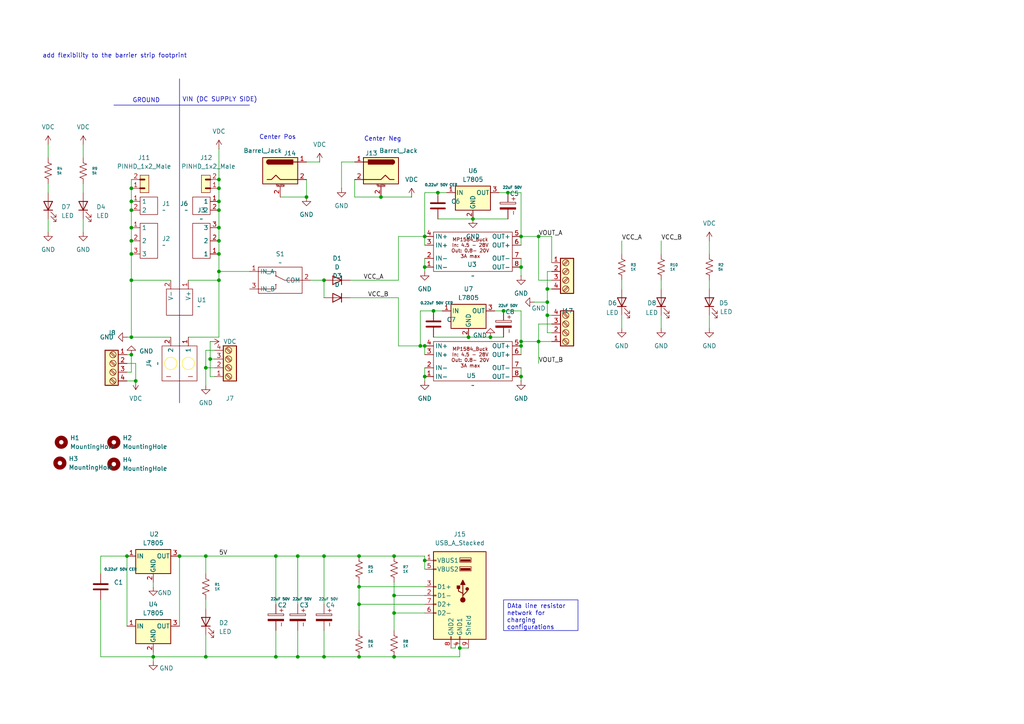
<source format=kicad_sch>
(kicad_sch
	(version 20231120)
	(generator "eeschema")
	(generator_version "8.0")
	(uuid "c1170195-f0f8-4b7d-af10-aea851c0aa3b")
	(paper "A4")
	(lib_symbols
		(symbol "Barrel_Jack_MountingPin_1"
			(pin_names hide)
			(exclude_from_sim no)
			(in_bom yes)
			(on_board yes)
			(property "Reference" "J13"
				(at 2.794 5.08 0)
				(effects
					(font
						(size 1.27 1.27)
					)
				)
			)
			(property "Value" "Barrel_Jack"
				(at -5.08 5.842 0)
				(effects
					(font
						(size 1.27 1.27)
					)
				)
			)
			(property "Footprint" "Connector_BarrelJack:BarrelJack_GCT_DCJ200-10-A_Horizontal"
				(at 1.27 -1.016 0)
				(effects
					(font
						(size 1.27 1.27)
					)
					(hide yes)
				)
			)
			(property "Datasheet" "~"
				(at 1.27 -1.016 0)
				(effects
					(font
						(size 1.27 1.27)
					)
					(hide yes)
				)
			)
			(property "Description" "DC Barrel Jack with a mounting pin"
				(at 0 0 0)
				(effects
					(font
						(size 1.27 1.27)
					)
					(hide yes)
				)
			)
			(property "ki_keywords" "DC power barrel jack connector"
				(at 0 0 0)
				(effects
					(font
						(size 1.27 1.27)
					)
					(hide yes)
				)
			)
			(property "ki_fp_filters" "BarrelJack*"
				(at 0 0 0)
				(effects
					(font
						(size 1.27 1.27)
					)
					(hide yes)
				)
			)
			(symbol "Barrel_Jack_MountingPin_1_0_1"
				(rectangle
					(start -5.08 3.81)
					(end 5.08 -3.81)
					(stroke
						(width 0.254)
						(type default)
					)
					(fill
						(type background)
					)
				)
				(arc
					(start -3.302 3.175)
					(mid -3.9343 2.54)
					(end -3.302 1.905)
					(stroke
						(width 0.254)
						(type default)
					)
					(fill
						(type none)
					)
				)
				(arc
					(start -3.302 3.175)
					(mid -3.9343 2.54)
					(end -3.302 1.905)
					(stroke
						(width 0.254)
						(type default)
					)
					(fill
						(type outline)
					)
				)
				(polyline
					(pts
						(xy 5.08 2.54) (xy 3.81 2.54)
					)
					(stroke
						(width 0.254)
						(type default)
					)
					(fill
						(type none)
					)
				)
				(polyline
					(pts
						(xy -3.81 -2.54) (xy -2.54 -2.54) (xy -1.27 -1.27) (xy 0 -2.54) (xy 2.54 -2.54) (xy 5.08 -2.54)
					)
					(stroke
						(width 0.254)
						(type default)
					)
					(fill
						(type none)
					)
				)
				(rectangle
					(start 3.683 3.175)
					(end -3.302 1.905)
					(stroke
						(width 0.254)
						(type default)
					)
					(fill
						(type outline)
					)
				)
			)
			(symbol "Barrel_Jack_MountingPin_1_1_1"
				(polyline
					(pts
						(xy -1.016 -4.572) (xy 1.016 -4.572)
					)
					(stroke
						(width 0.1524)
						(type default)
					)
					(fill
						(type none)
					)
				)
				(text "Mounting"
					(at 0 -4.191 0)
					(effects
						(font
							(size 0.381 0.381)
						)
					)
				)
				(pin passive line
					(at 7.62 2.54 180)
					(length 2.54)
					(name "~"
						(effects
							(font
								(size 1.27 1.27)
							)
						)
					)
					(number "1"
						(effects
							(font
								(size 1.27 1.27)
							)
						)
					)
				)
				(pin passive line
					(at 0 -7.62 90)
					(length 3.048)
					(name "2"
						(effects
							(font
								(size 1.27 1.27)
							)
						)
					)
					(number "2"
						(effects
							(font
								(size 1.27 1.27)
							)
						)
					)
				)
				(pin passive line
					(at 7.62 -2.54 180)
					(length 2.54)
					(name "~"
						(effects
							(font
								(size 1.27 1.27)
							)
						)
					)
					(number "2"
						(effects
							(font
								(size 1.27 1.27)
							)
						)
					)
				)
			)
		)
		(symbol "Connector:Barrel_Jack_MountingPin"
			(pin_names hide)
			(exclude_from_sim no)
			(in_bom yes)
			(on_board yes)
			(property "Reference" "J14"
				(at 2.794 5.08 0)
				(effects
					(font
						(size 1.27 1.27)
					)
				)
			)
			(property "Value" "Barrel_Jack"
				(at -5.08 5.842 0)
				(effects
					(font
						(size 1.27 1.27)
					)
				)
			)
			(property "Footprint" "Connector_BarrelJack:BarrelJack_GCT_DCJ200-10-A_Horizontal"
				(at 1.27 -1.016 0)
				(effects
					(font
						(size 1.27 1.27)
					)
					(hide yes)
				)
			)
			(property "Datasheet" "~"
				(at 1.27 -1.016 0)
				(effects
					(font
						(size 1.27 1.27)
					)
					(hide yes)
				)
			)
			(property "Description" "DC Barrel Jack with a mounting pin"
				(at 0 0 0)
				(effects
					(font
						(size 1.27 1.27)
					)
					(hide yes)
				)
			)
			(property "ki_keywords" "DC power barrel jack connector"
				(at 0 0 0)
				(effects
					(font
						(size 1.27 1.27)
					)
					(hide yes)
				)
			)
			(property "ki_fp_filters" "BarrelJack*"
				(at 0 0 0)
				(effects
					(font
						(size 1.27 1.27)
					)
					(hide yes)
				)
			)
			(symbol "Barrel_Jack_MountingPin_0_1"
				(rectangle
					(start -5.08 3.81)
					(end 5.08 -3.81)
					(stroke
						(width 0.254)
						(type default)
					)
					(fill
						(type background)
					)
				)
				(arc
					(start -3.302 3.175)
					(mid -3.9343 2.54)
					(end -3.302 1.905)
					(stroke
						(width 0.254)
						(type default)
					)
					(fill
						(type none)
					)
				)
				(arc
					(start -3.302 3.175)
					(mid -3.9343 2.54)
					(end -3.302 1.905)
					(stroke
						(width 0.254)
						(type default)
					)
					(fill
						(type outline)
					)
				)
				(polyline
					(pts
						(xy 5.08 2.54) (xy 3.81 2.54)
					)
					(stroke
						(width 0.254)
						(type default)
					)
					(fill
						(type none)
					)
				)
				(polyline
					(pts
						(xy -3.81 -2.54) (xy -2.54 -2.54) (xy -1.27 -1.27) (xy 0 -2.54) (xy 2.54 -2.54) (xy 5.08 -2.54)
					)
					(stroke
						(width 0.254)
						(type default)
					)
					(fill
						(type none)
					)
				)
				(rectangle
					(start 3.683 3.175)
					(end -3.302 1.905)
					(stroke
						(width 0.254)
						(type default)
					)
					(fill
						(type outline)
					)
				)
			)
			(symbol "Barrel_Jack_MountingPin_1_1"
				(polyline
					(pts
						(xy -1.016 -4.572) (xy 1.016 -4.572)
					)
					(stroke
						(width 0.1524)
						(type default)
					)
					(fill
						(type none)
					)
				)
				(text "Mounting"
					(at 0 -4.191 0)
					(effects
						(font
							(size 0.381 0.381)
						)
					)
				)
				(pin passive line
					(at 7.62 2.54 180)
					(length 2.54)
					(name "~"
						(effects
							(font
								(size 1.27 1.27)
							)
						)
					)
					(number "1"
						(effects
							(font
								(size 1.27 1.27)
							)
						)
					)
				)
				(pin passive line
					(at 0 -7.62 90)
					(length 3.048)
					(name "2"
						(effects
							(font
								(size 1.27 1.27)
							)
						)
					)
					(number "2"
						(effects
							(font
								(size 1.27 1.27)
							)
						)
					)
				)
				(pin passive line
					(at 7.62 -2.54 180)
					(length 2.54)
					(name "~"
						(effects
							(font
								(size 1.27 1.27)
							)
						)
					)
					(number "2"
						(effects
							(font
								(size 1.27 1.27)
							)
						)
					)
				)
			)
		)
		(symbol "Connector:USB_A_Stacked"
			(pin_names
				(offset 1.016)
			)
			(exclude_from_sim no)
			(in_bom yes)
			(on_board yes)
			(property "Reference" "J"
				(at 0 15.875 0)
				(effects
					(font
						(size 1.27 1.27)
					)
				)
			)
			(property "Value" "USB_A_Stacked"
				(at 0 13.97 0)
				(effects
					(font
						(size 1.27 1.27)
					)
				)
			)
			(property "Footprint" ""
				(at 3.81 -13.97 0)
				(effects
					(font
						(size 1.27 1.27)
					)
					(justify left)
					(hide yes)
				)
			)
			(property "Datasheet" "~"
				(at 5.08 1.27 0)
				(effects
					(font
						(size 1.27 1.27)
					)
					(hide yes)
				)
			)
			(property "Description" "USB Type A connector, stacked"
				(at 0 0 0)
				(effects
					(font
						(size 1.27 1.27)
					)
					(hide yes)
				)
			)
			(property "ki_keywords" "connector USB"
				(at 0 0 0)
				(effects
					(font
						(size 1.27 1.27)
					)
					(hide yes)
				)
			)
			(property "ki_fp_filters" "USB*"
				(at 0 0 0)
				(effects
					(font
						(size 1.27 1.27)
					)
					(hide yes)
				)
			)
			(symbol "USB_A_Stacked_0_1"
				(rectangle
					(start -7.62 12.7)
					(end 7.62 -12.7)
					(stroke
						(width 0.254)
						(type default)
					)
					(fill
						(type background)
					)
				)
				(circle
					(center -2.159 1.905)
					(radius 0.381)
					(stroke
						(width 0.254)
						(type default)
					)
					(fill
						(type outline)
					)
				)
				(circle
					(center -0.889 -1.27)
					(radius 0.635)
					(stroke
						(width 0.254)
						(type default)
					)
					(fill
						(type outline)
					)
				)
				(rectangle
					(start -0.254 7.366)
					(end -3.048 7.874)
					(stroke
						(width 0)
						(type default)
					)
					(fill
						(type outline)
					)
				)
				(rectangle
					(start -0.254 9.906)
					(end -3.048 10.414)
					(stroke
						(width 0)
						(type default)
					)
					(fill
						(type outline)
					)
				)
				(rectangle
					(start -0.127 -12.7)
					(end 0.127 -11.938)
					(stroke
						(width 0)
						(type default)
					)
					(fill
						(type none)
					)
				)
				(polyline
					(pts
						(xy -1.524 3.175) (xy -0.254 3.175) (xy -0.889 4.445) (xy -1.524 3.175)
					)
					(stroke
						(width 0.254)
						(type default)
					)
					(fill
						(type outline)
					)
				)
				(polyline
					(pts
						(xy -0.889 -0.635) (xy -0.889 0) (xy -2.159 1.27) (xy -2.159 1.905)
					)
					(stroke
						(width 0.254)
						(type default)
					)
					(fill
						(type none)
					)
				)
				(polyline
					(pts
						(xy -0.889 0) (xy -0.889 0.635) (xy 0.381 1.27) (xy 0.381 2.54)
					)
					(stroke
						(width 0.254)
						(type default)
					)
					(fill
						(type none)
					)
				)
				(rectangle
					(start 0 2.794)
					(end 0.762 2.032)
					(stroke
						(width 0.254)
						(type default)
					)
					(fill
						(type outline)
					)
				)
				(rectangle
					(start 0 7.112)
					(end -3.302 8.382)
					(stroke
						(width 0)
						(type default)
					)
					(fill
						(type none)
					)
				)
				(rectangle
					(start 0 9.652)
					(end -3.302 10.922)
					(stroke
						(width 0)
						(type default)
					)
					(fill
						(type none)
					)
				)
				(rectangle
					(start 2.413 -12.7)
					(end 2.667 -11.938)
					(stroke
						(width 0)
						(type default)
					)
					(fill
						(type none)
					)
				)
				(rectangle
					(start 7.62 -5.207)
					(end 6.858 -4.953)
					(stroke
						(width 0)
						(type default)
					)
					(fill
						(type none)
					)
				)
				(rectangle
					(start 7.62 -2.667)
					(end 6.858 -2.413)
					(stroke
						(width 0)
						(type default)
					)
					(fill
						(type none)
					)
				)
				(rectangle
					(start 7.62 -0.127)
					(end 6.858 0.127)
					(stroke
						(width 0)
						(type default)
					)
					(fill
						(type none)
					)
				)
				(rectangle
					(start 7.62 2.413)
					(end 6.858 2.667)
					(stroke
						(width 0)
						(type default)
					)
					(fill
						(type none)
					)
				)
				(rectangle
					(start 7.62 7.493)
					(end 6.858 7.747)
					(stroke
						(width 0)
						(type default)
					)
					(fill
						(type none)
					)
				)
				(rectangle
					(start 7.62 10.033)
					(end 6.858 10.287)
					(stroke
						(width 0)
						(type default)
					)
					(fill
						(type none)
					)
				)
			)
			(symbol "USB_A_Stacked_1_1"
				(polyline
					(pts
						(xy -0.889 0.635) (xy -0.889 3.175)
					)
					(stroke
						(width 0.254)
						(type default)
					)
					(fill
						(type none)
					)
				)
				(pin power_in line
					(at 10.16 10.16 180)
					(length 2.54)
					(name "VBUS1"
						(effects
							(font
								(size 1.27 1.27)
							)
						)
					)
					(number "1"
						(effects
							(font
								(size 1.27 1.27)
							)
						)
					)
				)
				(pin bidirectional line
					(at 10.16 0 180)
					(length 2.54)
					(name "D1-"
						(effects
							(font
								(size 1.27 1.27)
							)
						)
					)
					(number "2"
						(effects
							(font
								(size 1.27 1.27)
							)
						)
					)
				)
				(pin bidirectional line
					(at 10.16 2.54 180)
					(length 2.54)
					(name "D1+"
						(effects
							(font
								(size 1.27 1.27)
							)
						)
					)
					(number "3"
						(effects
							(font
								(size 1.27 1.27)
							)
						)
					)
				)
				(pin power_in line
					(at 0 -15.24 90)
					(length 2.54)
					(name "GND1"
						(effects
							(font
								(size 1.27 1.27)
							)
						)
					)
					(number "4"
						(effects
							(font
								(size 1.27 1.27)
							)
						)
					)
				)
				(pin power_in line
					(at 10.16 7.62 180)
					(length 2.54)
					(name "VBUS2"
						(effects
							(font
								(size 1.27 1.27)
							)
						)
					)
					(number "5"
						(effects
							(font
								(size 1.27 1.27)
							)
						)
					)
				)
				(pin bidirectional line
					(at 10.16 -5.08 180)
					(length 2.54)
					(name "D2-"
						(effects
							(font
								(size 1.27 1.27)
							)
						)
					)
					(number "6"
						(effects
							(font
								(size 1.27 1.27)
							)
						)
					)
				)
				(pin bidirectional line
					(at 10.16 -2.54 180)
					(length 2.54)
					(name "D2+"
						(effects
							(font
								(size 1.27 1.27)
							)
						)
					)
					(number "7"
						(effects
							(font
								(size 1.27 1.27)
							)
						)
					)
				)
				(pin power_in line
					(at 2.54 -15.24 90)
					(length 2.54)
					(name "GND2"
						(effects
							(font
								(size 1.27 1.27)
							)
						)
					)
					(number "8"
						(effects
							(font
								(size 1.27 1.27)
							)
						)
					)
				)
				(pin passive line
					(at -2.54 -15.24 90)
					(length 2.54)
					(name "Shield"
						(effects
							(font
								(size 1.27 1.27)
							)
						)
					)
					(number "9"
						(effects
							(font
								(size 1.27 1.27)
							)
						)
					)
				)
			)
		)
		(symbol "Device:C"
			(pin_numbers hide)
			(pin_names
				(offset 0.254)
			)
			(exclude_from_sim no)
			(in_bom yes)
			(on_board yes)
			(property "Reference" "C"
				(at 0.635 2.54 0)
				(effects
					(font
						(size 1.27 1.27)
					)
					(justify left)
				)
			)
			(property "Value" "C"
				(at 0.635 -2.54 0)
				(effects
					(font
						(size 1.27 1.27)
					)
					(justify left)
				)
			)
			(property "Footprint" ""
				(at 0.9652 -3.81 0)
				(effects
					(font
						(size 1.27 1.27)
					)
					(hide yes)
				)
			)
			(property "Datasheet" "~"
				(at 0 0 0)
				(effects
					(font
						(size 1.27 1.27)
					)
					(hide yes)
				)
			)
			(property "Description" "Unpolarized capacitor"
				(at 0 0 0)
				(effects
					(font
						(size 1.27 1.27)
					)
					(hide yes)
				)
			)
			(property "ki_keywords" "cap capacitor"
				(at 0 0 0)
				(effects
					(font
						(size 1.27 1.27)
					)
					(hide yes)
				)
			)
			(property "ki_fp_filters" "C_*"
				(at 0 0 0)
				(effects
					(font
						(size 1.27 1.27)
					)
					(hide yes)
				)
			)
			(symbol "C_0_1"
				(polyline
					(pts
						(xy -2.032 -0.762) (xy 2.032 -0.762)
					)
					(stroke
						(width 0.508)
						(type default)
					)
					(fill
						(type none)
					)
				)
				(polyline
					(pts
						(xy -2.032 0.762) (xy 2.032 0.762)
					)
					(stroke
						(width 0.508)
						(type default)
					)
					(fill
						(type none)
					)
				)
			)
			(symbol "C_1_1"
				(pin passive line
					(at 0 3.81 270)
					(length 2.794)
					(name "~"
						(effects
							(font
								(size 1.27 1.27)
							)
						)
					)
					(number "1"
						(effects
							(font
								(size 1.27 1.27)
							)
						)
					)
				)
				(pin passive line
					(at 0 -3.81 90)
					(length 2.794)
					(name "~"
						(effects
							(font
								(size 1.27 1.27)
							)
						)
					)
					(number "2"
						(effects
							(font
								(size 1.27 1.27)
							)
						)
					)
				)
			)
		)
		(symbol "Device:D"
			(pin_numbers hide)
			(pin_names
				(offset 1.016) hide)
			(exclude_from_sim no)
			(in_bom yes)
			(on_board yes)
			(property "Reference" "D"
				(at 0 2.54 0)
				(effects
					(font
						(size 1.27 1.27)
					)
				)
			)
			(property "Value" "D"
				(at 0 -2.54 0)
				(effects
					(font
						(size 1.27 1.27)
					)
				)
			)
			(property "Footprint" ""
				(at 0 0 0)
				(effects
					(font
						(size 1.27 1.27)
					)
					(hide yes)
				)
			)
			(property "Datasheet" "~"
				(at 0 0 0)
				(effects
					(font
						(size 1.27 1.27)
					)
					(hide yes)
				)
			)
			(property "Description" "Diode"
				(at 0 0 0)
				(effects
					(font
						(size 1.27 1.27)
					)
					(hide yes)
				)
			)
			(property "Sim.Device" "D"
				(at 0 0 0)
				(effects
					(font
						(size 1.27 1.27)
					)
					(hide yes)
				)
			)
			(property "Sim.Pins" "1=K 2=A"
				(at 0 0 0)
				(effects
					(font
						(size 1.27 1.27)
					)
					(hide yes)
				)
			)
			(property "ki_keywords" "diode"
				(at 0 0 0)
				(effects
					(font
						(size 1.27 1.27)
					)
					(hide yes)
				)
			)
			(property "ki_fp_filters" "TO-???* *_Diode_* *SingleDiode* D_*"
				(at 0 0 0)
				(effects
					(font
						(size 1.27 1.27)
					)
					(hide yes)
				)
			)
			(symbol "D_0_1"
				(polyline
					(pts
						(xy -1.27 1.27) (xy -1.27 -1.27)
					)
					(stroke
						(width 0.254)
						(type default)
					)
					(fill
						(type none)
					)
				)
				(polyline
					(pts
						(xy 1.27 0) (xy -1.27 0)
					)
					(stroke
						(width 0)
						(type default)
					)
					(fill
						(type none)
					)
				)
				(polyline
					(pts
						(xy 1.27 1.27) (xy 1.27 -1.27) (xy -1.27 0) (xy 1.27 1.27)
					)
					(stroke
						(width 0.254)
						(type default)
					)
					(fill
						(type none)
					)
				)
			)
			(symbol "D_1_1"
				(pin passive line
					(at -3.81 0 0)
					(length 2.54)
					(name "K"
						(effects
							(font
								(size 1.27 1.27)
							)
						)
					)
					(number "1"
						(effects
							(font
								(size 1.27 1.27)
							)
						)
					)
				)
				(pin passive line
					(at 3.81 0 180)
					(length 2.54)
					(name "A"
						(effects
							(font
								(size 1.27 1.27)
							)
						)
					)
					(number "2"
						(effects
							(font
								(size 1.27 1.27)
							)
						)
					)
				)
			)
		)
		(symbol "Device:LED"
			(pin_numbers hide)
			(pin_names
				(offset 1.016) hide)
			(exclude_from_sim no)
			(in_bom yes)
			(on_board yes)
			(property "Reference" "D"
				(at 0 2.54 0)
				(effects
					(font
						(size 1.27 1.27)
					)
				)
			)
			(property "Value" "LED"
				(at 0 -2.54 0)
				(effects
					(font
						(size 1.27 1.27)
					)
				)
			)
			(property "Footprint" ""
				(at 0 0 0)
				(effects
					(font
						(size 1.27 1.27)
					)
					(hide yes)
				)
			)
			(property "Datasheet" "~"
				(at 0 0 0)
				(effects
					(font
						(size 1.27 1.27)
					)
					(hide yes)
				)
			)
			(property "Description" "Light emitting diode"
				(at 0 0 0)
				(effects
					(font
						(size 1.27 1.27)
					)
					(hide yes)
				)
			)
			(property "ki_keywords" "LED diode"
				(at 0 0 0)
				(effects
					(font
						(size 1.27 1.27)
					)
					(hide yes)
				)
			)
			(property "ki_fp_filters" "LED* LED_SMD:* LED_THT:*"
				(at 0 0 0)
				(effects
					(font
						(size 1.27 1.27)
					)
					(hide yes)
				)
			)
			(symbol "LED_0_1"
				(polyline
					(pts
						(xy -1.27 -1.27) (xy -1.27 1.27)
					)
					(stroke
						(width 0.254)
						(type default)
					)
					(fill
						(type none)
					)
				)
				(polyline
					(pts
						(xy -1.27 0) (xy 1.27 0)
					)
					(stroke
						(width 0)
						(type default)
					)
					(fill
						(type none)
					)
				)
				(polyline
					(pts
						(xy 1.27 -1.27) (xy 1.27 1.27) (xy -1.27 0) (xy 1.27 -1.27)
					)
					(stroke
						(width 0.254)
						(type default)
					)
					(fill
						(type none)
					)
				)
				(polyline
					(pts
						(xy -3.048 -0.762) (xy -4.572 -2.286) (xy -3.81 -2.286) (xy -4.572 -2.286) (xy -4.572 -1.524)
					)
					(stroke
						(width 0)
						(type default)
					)
					(fill
						(type none)
					)
				)
				(polyline
					(pts
						(xy -1.778 -0.762) (xy -3.302 -2.286) (xy -2.54 -2.286) (xy -3.302 -2.286) (xy -3.302 -1.524)
					)
					(stroke
						(width 0)
						(type default)
					)
					(fill
						(type none)
					)
				)
			)
			(symbol "LED_1_1"
				(pin passive line
					(at -3.81 0 0)
					(length 2.54)
					(name "K"
						(effects
							(font
								(size 1.27 1.27)
							)
						)
					)
					(number "1"
						(effects
							(font
								(size 1.27 1.27)
							)
						)
					)
				)
				(pin passive line
					(at 3.81 0 180)
					(length 2.54)
					(name "A"
						(effects
							(font
								(size 1.27 1.27)
							)
						)
					)
					(number "2"
						(effects
							(font
								(size 1.27 1.27)
							)
						)
					)
				)
			)
		)
		(symbol "Device:R_US"
			(pin_numbers hide)
			(pin_names
				(offset 0)
			)
			(exclude_from_sim no)
			(in_bom yes)
			(on_board yes)
			(property "Reference" "R"
				(at 2.54 0 90)
				(effects
					(font
						(size 1.27 1.27)
					)
				)
			)
			(property "Value" "R_US"
				(at -2.54 0 90)
				(effects
					(font
						(size 1.27 1.27)
					)
				)
			)
			(property "Footprint" ""
				(at 1.016 -0.254 90)
				(effects
					(font
						(size 1.27 1.27)
					)
					(hide yes)
				)
			)
			(property "Datasheet" "~"
				(at 0 0 0)
				(effects
					(font
						(size 1.27 1.27)
					)
					(hide yes)
				)
			)
			(property "Description" "Resistor, US symbol"
				(at 0 0 0)
				(effects
					(font
						(size 1.27 1.27)
					)
					(hide yes)
				)
			)
			(property "ki_keywords" "R res resistor"
				(at 0 0 0)
				(effects
					(font
						(size 1.27 1.27)
					)
					(hide yes)
				)
			)
			(property "ki_fp_filters" "R_*"
				(at 0 0 0)
				(effects
					(font
						(size 1.27 1.27)
					)
					(hide yes)
				)
			)
			(symbol "R_US_0_1"
				(polyline
					(pts
						(xy 0 -2.286) (xy 0 -2.54)
					)
					(stroke
						(width 0)
						(type default)
					)
					(fill
						(type none)
					)
				)
				(polyline
					(pts
						(xy 0 2.286) (xy 0 2.54)
					)
					(stroke
						(width 0)
						(type default)
					)
					(fill
						(type none)
					)
				)
				(polyline
					(pts
						(xy 0 -0.762) (xy 1.016 -1.143) (xy 0 -1.524) (xy -1.016 -1.905) (xy 0 -2.286)
					)
					(stroke
						(width 0)
						(type default)
					)
					(fill
						(type none)
					)
				)
				(polyline
					(pts
						(xy 0 0.762) (xy 1.016 0.381) (xy 0 0) (xy -1.016 -0.381) (xy 0 -0.762)
					)
					(stroke
						(width 0)
						(type default)
					)
					(fill
						(type none)
					)
				)
				(polyline
					(pts
						(xy 0 2.286) (xy 1.016 1.905) (xy 0 1.524) (xy -1.016 1.143) (xy 0 0.762)
					)
					(stroke
						(width 0)
						(type default)
					)
					(fill
						(type none)
					)
				)
			)
			(symbol "R_US_1_1"
				(pin passive line
					(at 0 3.81 270)
					(length 1.27)
					(name "~"
						(effects
							(font
								(size 1.27 1.27)
							)
						)
					)
					(number "1"
						(effects
							(font
								(size 1.27 1.27)
							)
						)
					)
				)
				(pin passive line
					(at 0 -3.81 90)
					(length 1.27)
					(name "~"
						(effects
							(font
								(size 1.27 1.27)
							)
						)
					)
					(number "2"
						(effects
							(font
								(size 1.27 1.27)
							)
						)
					)
				)
			)
		)
		(symbol "Mechanical:MountingHole"
			(pin_names
				(offset 1.016)
			)
			(exclude_from_sim yes)
			(in_bom no)
			(on_board yes)
			(property "Reference" "H"
				(at 0 5.08 0)
				(effects
					(font
						(size 1.27 1.27)
					)
				)
			)
			(property "Value" "MountingHole"
				(at 0 3.175 0)
				(effects
					(font
						(size 1.27 1.27)
					)
				)
			)
			(property "Footprint" ""
				(at 0 0 0)
				(effects
					(font
						(size 1.27 1.27)
					)
					(hide yes)
				)
			)
			(property "Datasheet" "~"
				(at 0 0 0)
				(effects
					(font
						(size 1.27 1.27)
					)
					(hide yes)
				)
			)
			(property "Description" "Mounting Hole without connection"
				(at 0 0 0)
				(effects
					(font
						(size 1.27 1.27)
					)
					(hide yes)
				)
			)
			(property "ki_keywords" "mounting hole"
				(at 0 0 0)
				(effects
					(font
						(size 1.27 1.27)
					)
					(hide yes)
				)
			)
			(property "ki_fp_filters" "MountingHole*"
				(at 0 0 0)
				(effects
					(font
						(size 1.27 1.27)
					)
					(hide yes)
				)
			)
			(symbol "MountingHole_0_1"
				(circle
					(center 0 0)
					(radius 1.27)
					(stroke
						(width 1.27)
						(type default)
					)
					(fill
						(type none)
					)
				)
			)
		)
		(symbol "PCM_SL_Devices:Capacitor_PO"
			(exclude_from_sim no)
			(in_bom yes)
			(on_board yes)
			(property "Reference" "C"
				(at 0 7.62 0)
				(effects
					(font
						(size 1.27 1.27)
					)
				)
			)
			(property "Value" "Capacitor_PO"
				(at 0 5.08 0)
				(effects
					(font
						(size 1.27 1.27)
					)
				)
			)
			(property "Footprint" "Capacitor_THT:CP_Radial_D5.0mm_P2.50mm"
				(at 0.762 -3.81 0)
				(effects
					(font
						(size 1.27 1.27)
					)
					(hide yes)
				)
			)
			(property "Datasheet" ""
				(at 0.508 0 0)
				(effects
					(font
						(size 1.27 1.27)
					)
					(hide yes)
				)
			)
			(property "Description" "Polarized Capacitor"
				(at 0 0 0)
				(effects
					(font
						(size 1.27 1.27)
					)
					(hide yes)
				)
			)
			(property "ki_keywords" "Capacitor"
				(at 0 0 0)
				(effects
					(font
						(size 1.27 1.27)
					)
					(hide yes)
				)
			)
			(property "ki_fp_filters" "Capacitor_THT:CP_Radial_D5.0mm_* Capacitor_THT:CP_Radial_D4.0mm_* Capacitor_THT:CP_Radial_D6.3mm_* Capacitor_THT:CP_Radial_D7.5mm_* Capacitor_THT:CP_Radial_D8.0mm_* Capacitor_THT:CP_Radial_D10.0mm_* Capacitor_THT:CP_Radial_D14.0mm_* Capacitor_THT:CP_Radial_D16.0mm_* Capacitor_THT:CP_Radial_D18.0mm_*"
				(at 0 0 0)
				(effects
					(font
						(size 1.27 1.27)
					)
					(hide yes)
				)
			)
			(symbol "Capacitor_PO_0_0"
				(text "+"
					(at -2.032 1.524 0)
					(effects
						(font
							(size 1.27 1.27)
						)
					)
				)
				(text "-"
					(at 2.032 1.524 0)
					(effects
						(font
							(size 1.27 1.27)
						)
					)
				)
			)
			(symbol "Capacitor_PO_0_1"
				(rectangle
					(start -1.016 -2.286)
					(end -0.508 2.286)
					(stroke
						(width 0)
						(type default)
					)
					(fill
						(type none)
					)
				)
				(rectangle
					(start 0.508 -2.286)
					(end 1.016 2.286)
					(stroke
						(width 0)
						(type default)
					)
					(fill
						(type outline)
					)
				)
			)
			(symbol "Capacitor_PO_1_1"
				(pin passive line
					(at -3.81 0 0)
					(length 2.7)
					(name "~"
						(effects
							(font
								(size 0 0)
							)
						)
					)
					(number "1"
						(effects
							(font
								(size 0 0)
							)
						)
					)
				)
				(pin input line
					(at 3.81 0 180)
					(length 2.7)
					(name "~"
						(effects
							(font
								(size 0 0)
							)
						)
					)
					(number "2"
						(effects
							(font
								(size 0 0)
							)
						)
					)
				)
			)
		)
		(symbol "PCM_SL_Pin_Headers:PINHD_1x2_Male"
			(exclude_from_sim no)
			(in_bom yes)
			(on_board yes)
			(property "Reference" "J"
				(at 0 6.35 0)
				(effects
					(font
						(size 1.27 1.27)
					)
				)
			)
			(property "Value" "PINHD_1x2_Male"
				(at 0 3.81 0)
				(effects
					(font
						(size 1.27 1.27)
					)
				)
			)
			(property "Footprint" "Connector_PinHeader_2.54mm:PinHeader_1x02_P2.54mm_Vertical"
				(at 1.27 -3.81 0)
				(effects
					(font
						(size 1.27 1.27)
					)
					(hide yes)
				)
			)
			(property "Datasheet" ""
				(at 0 7.62 0)
				(effects
					(font
						(size 1.27 1.27)
					)
					(hide yes)
				)
			)
			(property "Description" "Pin Header male with pin space 2.54mm. Pin Count -2"
				(at 0 0 0)
				(effects
					(font
						(size 1.27 1.27)
					)
					(hide yes)
				)
			)
			(property "ki_keywords" "Pin Header"
				(at 0 0 0)
				(effects
					(font
						(size 1.27 1.27)
					)
					(hide yes)
				)
			)
			(property "ki_fp_filters" "PinHeader_1x02_P2.54mm*"
				(at 0 0 0)
				(effects
					(font
						(size 1.27 1.27)
					)
					(hide yes)
				)
			)
			(symbol "PINHD_1x2_Male_0_1"
				(rectangle
					(start -1.27 2.54)
					(end 1.27 -2.54)
					(stroke
						(width 0)
						(type default)
					)
					(fill
						(type background)
					)
				)
				(polyline
					(pts
						(xy -1.27 -1.27) (xy 0 -1.27)
					)
					(stroke
						(width 0.3)
						(type default)
					)
					(fill
						(type none)
					)
				)
				(polyline
					(pts
						(xy -1.27 -1.27) (xy 0 -1.27)
					)
					(stroke
						(width 0.5)
						(type default)
					)
					(fill
						(type none)
					)
				)
				(polyline
					(pts
						(xy -1.27 1.27) (xy 0 1.27)
					)
					(stroke
						(width 0.3)
						(type default)
					)
					(fill
						(type none)
					)
				)
				(polyline
					(pts
						(xy -1.27 1.27) (xy 0 1.27)
					)
					(stroke
						(width 0.5)
						(type default)
					)
					(fill
						(type none)
					)
				)
			)
			(symbol "PINHD_1x2_Male_1_1"
				(pin passive line
					(at -3.81 1.27 0)
					(length 2.54)
					(name ""
						(effects
							(font
								(size 1.27 1.27)
							)
						)
					)
					(number "1"
						(effects
							(font
								(size 1.27 1.27)
							)
						)
					)
				)
				(pin passive line
					(at -3.81 -1.27 0)
					(length 2.54)
					(name ""
						(effects
							(font
								(size 1.27 1.27)
							)
						)
					)
					(number "2"
						(effects
							(font
								(size 1.27 1.27)
							)
						)
					)
				)
			)
		)
		(symbol "PCM_SL_Screw_Terminal:Screw_Terminal_4_P5.00mm"
			(exclude_from_sim no)
			(in_bom yes)
			(on_board yes)
			(property "Reference" "J"
				(at 0 6.35 0)
				(effects
					(font
						(size 1.27 1.27)
					)
				)
			)
			(property "Value" "Screw_Terminal_4_P5.00mm"
				(at 1.27 -6.35 0)
				(effects
					(font
						(size 1.27 1.27)
					)
				)
			)
			(property "Footprint" "TerminalBlock_Phoenix:TerminalBlock_Phoenix_PT-1,5-4-5.0-H_1x04_P5.00mm_Horizontal"
				(at 0 -8.89 0)
				(effects
					(font
						(size 1.27 1.27)
					)
					(hide yes)
				)
			)
			(property "Datasheet" ""
				(at 0 2.54 0)
				(effects
					(font
						(size 1.27 1.27)
					)
					(hide yes)
				)
			)
			(property "Description" ""
				(at 0 0 0)
				(effects
					(font
						(size 1.27 1.27)
					)
					(hide yes)
				)
			)
			(symbol "Screw_Terminal_4_P5.00mm_0_1"
				(rectangle
					(start -1.27 5.08)
					(end 2.54 -5.08)
					(stroke
						(width 0.3)
						(type default)
					)
					(fill
						(type background)
					)
				)
				(polyline
					(pts
						(xy -0.254 -4.572) (xy 1.016 -3.302)
					)
					(stroke
						(width 0)
						(type default)
					)
					(fill
						(type none)
					)
				)
				(polyline
					(pts
						(xy -0.254 -2.032) (xy 1.016 -0.762)
					)
					(stroke
						(width 0)
						(type default)
					)
					(fill
						(type none)
					)
				)
				(polyline
					(pts
						(xy -0.254 0.508) (xy 1.016 1.778)
					)
					(stroke
						(width 0)
						(type default)
					)
					(fill
						(type none)
					)
				)
				(polyline
					(pts
						(xy -0.254 3.048) (xy 1.016 4.318)
					)
					(stroke
						(width 0)
						(type default)
					)
					(fill
						(type none)
					)
				)
				(polyline
					(pts
						(xy 0 -3.81) (xy -0.508 -4.318) (xy 0.762 -3.048)
					)
					(stroke
						(width 0)
						(type default)
					)
					(fill
						(type none)
					)
				)
				(polyline
					(pts
						(xy 0 -1.27) (xy -0.508 -1.778) (xy 0.762 -0.508)
					)
					(stroke
						(width 0)
						(type default)
					)
					(fill
						(type none)
					)
				)
				(polyline
					(pts
						(xy 0 1.27) (xy -0.508 0.762) (xy 0.762 2.032)
					)
					(stroke
						(width 0)
						(type default)
					)
					(fill
						(type none)
					)
				)
				(polyline
					(pts
						(xy 0 3.81) (xy -0.508 3.302) (xy 0.762 4.572)
					)
					(stroke
						(width 0)
						(type default)
					)
					(fill
						(type none)
					)
				)
				(circle
					(center 0.254 -3.81)
					(radius 0.9158)
					(stroke
						(width 0)
						(type default)
					)
					(fill
						(type none)
					)
				)
				(circle
					(center 0.254 -1.27)
					(radius 0.9158)
					(stroke
						(width 0)
						(type default)
					)
					(fill
						(type none)
					)
				)
				(circle
					(center 0.254 1.27)
					(radius 0.9158)
					(stroke
						(width 0)
						(type default)
					)
					(fill
						(type none)
					)
				)
				(circle
					(center 0.254 3.81)
					(radius 0.9158)
					(stroke
						(width 0)
						(type default)
					)
					(fill
						(type none)
					)
				)
			)
			(symbol "Screw_Terminal_4_P5.00mm_1_1"
				(pin passive line
					(at -3.81 3.81 0)
					(length 2.54)
					(name ""
						(effects
							(font
								(size 1.27 1.27)
							)
						)
					)
					(number "1"
						(effects
							(font
								(size 1.27 1.27)
							)
						)
					)
				)
				(pin passive line
					(at -3.81 1.27 0)
					(length 2.54)
					(name ""
						(effects
							(font
								(size 1.27 1.27)
							)
						)
					)
					(number "2"
						(effects
							(font
								(size 1.27 1.27)
							)
						)
					)
				)
				(pin passive line
					(at -3.81 -1.27 0)
					(length 2.54)
					(name ""
						(effects
							(font
								(size 1.27 1.27)
							)
						)
					)
					(number "3"
						(effects
							(font
								(size 1.27 1.27)
							)
						)
					)
				)
				(pin passive line
					(at -3.81 -3.81 0)
					(length 2.54)
					(name ""
						(effects
							(font
								(size 1.27 1.27)
							)
						)
					)
					(number "4"
						(effects
							(font
								(size 1.27 1.27)
							)
						)
					)
				)
			)
		)
		(symbol "Regulator_Linear:L7805"
			(pin_names
				(offset 0.254)
			)
			(exclude_from_sim no)
			(in_bom yes)
			(on_board yes)
			(property "Reference" "U"
				(at -3.81 3.175 0)
				(effects
					(font
						(size 1.27 1.27)
					)
				)
			)
			(property "Value" "L7805"
				(at 0 3.175 0)
				(effects
					(font
						(size 1.27 1.27)
					)
					(justify left)
				)
			)
			(property "Footprint" ""
				(at 0.635 -3.81 0)
				(effects
					(font
						(size 1.27 1.27)
						(italic yes)
					)
					(justify left)
					(hide yes)
				)
			)
			(property "Datasheet" "http://www.st.com/content/ccc/resource/technical/document/datasheet/41/4f/b3/b0/12/d4/47/88/CD00000444.pdf/files/CD00000444.pdf/jcr:content/translations/en.CD00000444.pdf"
				(at 0 -1.27 0)
				(effects
					(font
						(size 1.27 1.27)
					)
					(hide yes)
				)
			)
			(property "Description" "Positive 1.5A 35V Linear Regulator, Fixed Output 5V, TO-220/TO-263/TO-252"
				(at 0 0 0)
				(effects
					(font
						(size 1.27 1.27)
					)
					(hide yes)
				)
			)
			(property "ki_keywords" "Voltage Regulator 1.5A Positive"
				(at 0 0 0)
				(effects
					(font
						(size 1.27 1.27)
					)
					(hide yes)
				)
			)
			(property "ki_fp_filters" "TO?252* TO?263* TO?220*"
				(at 0 0 0)
				(effects
					(font
						(size 1.27 1.27)
					)
					(hide yes)
				)
			)
			(symbol "L7805_0_1"
				(rectangle
					(start -5.08 1.905)
					(end 5.08 -5.08)
					(stroke
						(width 0.254)
						(type default)
					)
					(fill
						(type background)
					)
				)
			)
			(symbol "L7805_1_1"
				(pin power_in line
					(at -7.62 0 0)
					(length 2.54)
					(name "IN"
						(effects
							(font
								(size 1.27 1.27)
							)
						)
					)
					(number "1"
						(effects
							(font
								(size 1.27 1.27)
							)
						)
					)
				)
				(pin power_in line
					(at 0 -7.62 90)
					(length 2.54)
					(name "GND"
						(effects
							(font
								(size 1.27 1.27)
							)
						)
					)
					(number "2"
						(effects
							(font
								(size 1.27 1.27)
							)
						)
					)
				)
				(pin power_out line
					(at 7.62 0 180)
					(length 2.54)
					(name "OUT"
						(effects
							(font
								(size 1.27 1.27)
							)
						)
					)
					(number "3"
						(effects
							(font
								(size 1.27 1.27)
							)
						)
					)
				)
			)
		)
		(symbol "Ryan_Custom_Modules:BATTERY_CONTACT_593_SNAP_9V_PC_PIN"
			(exclude_from_sim no)
			(in_bom yes)
			(on_board yes)
			(property "Reference" "J?"
				(at 0.508 0 0)
				(effects
					(font
						(size 1.27 1.27)
					)
				)
			)
			(property "Value" ""
				(at 0 0 0)
				(effects
					(font
						(size 1.27 1.27)
					)
				)
			)
			(property "Footprint" ""
				(at 0 0 0)
				(effects
					(font
						(size 1.27 1.27)
					)
					(hide yes)
				)
			)
			(property "Datasheet" ""
				(at 0 0 0)
				(effects
					(font
						(size 1.27 1.27)
					)
					(hide yes)
				)
			)
			(property "Description" ""
				(at 0 0 0)
				(effects
					(font
						(size 1.27 1.27)
					)
					(hide yes)
				)
			)
			(symbol "BATTERY_CONTACT_593_SNAP_9V_PC_PIN_0_1"
				(rectangle
					(start -2.54 5.08)
					(end 2.54 -5.08)
					(stroke
						(width 0)
						(type default)
					)
					(fill
						(type none)
					)
				)
			)
			(symbol "BATTERY_CONTACT_593_SNAP_9V_PC_PIN_1_1"
				(pin power_in line
					(at -5.08 3.81 0)
					(length 2.54)
					(name "1"
						(effects
							(font
								(size 1.27 1.27)
							)
						)
					)
					(number "1"
						(effects
							(font
								(size 1.27 1.27)
							)
						)
					)
				)
				(pin power_in line
					(at -5.08 0 0)
					(length 2.54)
					(name "2"
						(effects
							(font
								(size 1.27 1.27)
							)
						)
					)
					(number "2"
						(effects
							(font
								(size 1.27 1.27)
							)
						)
					)
				)
				(pin power_in line
					(at -5.08 -3.81 0)
					(length 2.54)
					(name "3"
						(effects
							(font
								(size 1.27 1.27)
							)
						)
					)
					(number "3"
						(effects
							(font
								(size 1.27 1.27)
							)
						)
					)
				)
			)
		)
		(symbol "Ryan_Custom_Modules:Banana_Jack_Dbl_Turret"
			(exclude_from_sim no)
			(in_bom yes)
			(on_board yes)
			(property "Reference" "U"
				(at 0 0 0)
				(effects
					(font
						(size 1.27 1.27)
					)
				)
			)
			(property "Value" ""
				(at 0 0 0)
				(effects
					(font
						(size 1.27 1.27)
					)
				)
			)
			(property "Footprint" ""
				(at 0 0 0)
				(effects
					(font
						(size 1.27 1.27)
					)
					(hide yes)
				)
			)
			(property "Datasheet" ""
				(at 0 0 0)
				(effects
					(font
						(size 1.27 1.27)
					)
					(hide yes)
				)
			)
			(property "Description" ""
				(at 0 0 0)
				(effects
					(font
						(size 1.27 1.27)
					)
					(hide yes)
				)
			)
			(symbol "Banana_Jack_Dbl_Turret_0_1"
				(rectangle
					(start -3.81 3.81)
					(end 3.81 -3.81)
					(stroke
						(width 0)
						(type default)
					)
					(fill
						(type none)
					)
				)
			)
			(symbol "Banana_Jack_Dbl_Turret_1_1"
				(pin power_in line
					(at -6.35 2.54 0)
					(length 2.54)
					(name "V+"
						(effects
							(font
								(size 1.27 1.27)
							)
						)
					)
					(number "1"
						(effects
							(font
								(size 1.27 1.27)
							)
						)
					)
				)
				(pin power_in line
					(at -6.35 -2.54 0)
					(length 2.54)
					(name "V-"
						(effects
							(font
								(size 1.27 1.27)
							)
						)
					)
					(number "2"
						(effects
							(font
								(size 1.27 1.27)
							)
						)
					)
				)
			)
		)
		(symbol "Ryan_Custom_Modules:Barrier_Strip_Thru_Mount_2x1_9.3mm_pitch"
			(exclude_from_sim no)
			(in_bom yes)
			(on_board yes)
			(property "Reference" "J?"
				(at 0 0 0)
				(effects
					(font
						(size 1.27 1.27)
					)
				)
			)
			(property "Value" ""
				(at 0 0 0)
				(effects
					(font
						(size 1.27 1.27)
					)
				)
			)
			(property "Footprint" ""
				(at 0 0 0)
				(effects
					(font
						(size 1.27 1.27)
					)
					(hide yes)
				)
			)
			(property "Datasheet" ""
				(at 0 0 0)
				(effects
					(font
						(size 1.27 1.27)
					)
					(hide yes)
				)
			)
			(property "Description" ""
				(at 0 0 0)
				(effects
					(font
						(size 1.27 1.27)
					)
					(hide yes)
				)
			)
			(symbol "Barrier_Strip_Thru_Mount_2x1_9.3mm_pitch_0_1"
				(rectangle
					(start -5.08 5.08)
					(end 5.08 -5.08)
					(stroke
						(width 0)
						(type default)
					)
					(fill
						(type none)
					)
				)
			)
			(symbol "Barrier_Strip_Thru_Mount_2x1_9.3mm_pitch_1_1"
				(circle
					(center 0 -2.54)
					(radius 1.7961)
					(stroke
						(width 0)
						(type solid)
						(color 255 233 27 1)
					)
					(fill
						(type none)
					)
				)
				(polyline
					(pts
						(xy 3.81 -2.54) (xy 3.81 -3.81)
					)
					(stroke
						(width 0)
						(type default)
					)
					(fill
						(type none)
					)
				)
				(polyline
					(pts
						(xy 3.81 3.81) (xy 3.81 2.54)
					)
					(stroke
						(width 0)
						(type default)
					)
					(fill
						(type none)
					)
				)
				(circle
					(center 0 2.54)
					(radius 1.7961)
					(stroke
						(width 0)
						(type solid)
						(color 255 233 27 1)
					)
					(fill
						(type none)
					)
				)
				(pin power_in line
					(at -7.62 2.54 0)
					(length 2.54)
					(name "1"
						(effects
							(font
								(size 1.27 1.27)
							)
						)
					)
					(number "1"
						(effects
							(font
								(size 1.27 1.27)
							)
						)
					)
				)
				(pin power_in line
					(at -7.62 -2.54 0)
					(length 2.54)
					(name "2"
						(effects
							(font
								(size 1.27 1.27)
							)
						)
					)
					(number "2"
						(effects
							(font
								(size 1.27 1.27)
							)
						)
					)
				)
			)
		)
		(symbol "Ryan_Custom_Modules:CONN_QC_TAB_0.250_SOLDER"
			(exclude_from_sim no)
			(in_bom yes)
			(on_board yes)
			(property "Reference" "J?"
				(at 0 0 0)
				(effects
					(font
						(size 1.27 1.27)
					)
				)
			)
			(property "Value" ""
				(at 0 0 0)
				(effects
					(font
						(size 1.27 1.27)
					)
				)
			)
			(property "Footprint" ""
				(at 0 0 0)
				(effects
					(font
						(size 1.27 1.27)
					)
					(hide yes)
				)
			)
			(property "Datasheet" ""
				(at 0 0 0)
				(effects
					(font
						(size 1.27 1.27)
					)
					(hide yes)
				)
			)
			(property "Description" ""
				(at 0 0 0)
				(effects
					(font
						(size 1.27 1.27)
					)
					(hide yes)
				)
			)
			(symbol "CONN_QC_TAB_0.250_SOLDER_0_1"
				(rectangle
					(start -2.54 2.54)
					(end 2.54 -2.54)
					(stroke
						(width 0)
						(type default)
					)
					(fill
						(type none)
					)
				)
			)
			(symbol "CONN_QC_TAB_0.250_SOLDER_1_1"
				(pin power_in line
					(at -5.08 1.27 0)
					(length 2.54)
					(name "1"
						(effects
							(font
								(size 1.27 1.27)
							)
						)
					)
					(number "1"
						(effects
							(font
								(size 1.27 1.27)
							)
						)
					)
				)
				(pin power_in line
					(at -5.08 -1.27 0)
					(length 2.54)
					(name "2"
						(effects
							(font
								(size 1.27 1.27)
							)
						)
					)
					(number "2"
						(effects
							(font
								(size 1.27 1.27)
							)
						)
					)
				)
			)
		)
		(symbol "Ryan_Custom_Modules:MP1584_Buck"
			(exclude_from_sim no)
			(in_bom yes)
			(on_board yes)
			(property "Reference" "U?"
				(at 0 3.302 0)
				(effects
					(font
						(size 1.27 1.27)
					)
				)
			)
			(property "Value" ""
				(at 0 0 0)
				(effects
					(font
						(size 1.27 1.27)
					)
				)
			)
			(property "Footprint" ""
				(at 0 0 0)
				(effects
					(font
						(size 1.27 1.27)
					)
					(hide yes)
				)
			)
			(property "Datasheet" ""
				(at 0 0 0)
				(effects
					(font
						(size 1.27 1.27)
					)
					(hide yes)
				)
			)
			(property "Description" ""
				(at 0 0 0)
				(effects
					(font
						(size 1.27 1.27)
					)
					(hide yes)
				)
			)
			(symbol "MP1584_Buck_0_1"
				(rectangle
					(start -11.43 5.08)
					(end 11.43 -6.35)
					(stroke
						(width 0)
						(type default)
					)
					(fill
						(type none)
					)
				)
			)
			(symbol "MP1584_Buck_1_1"
				(text "MP1584_Buck\nIn: 4.5 - 28V\nOut: 0.8- 20V\n3A max"
					(at -0.762 -1.778 0)
					(effects
						(font
							(size 1 1)
						)
					)
				)
				(pin power_in line
					(at -13.97 3.81 0)
					(length 2.54)
					(name "IN-"
						(effects
							(font
								(size 1.27 1.27)
							)
						)
					)
					(number "1"
						(effects
							(font
								(size 1.27 1.27)
							)
						)
					)
				)
				(pin power_in line
					(at -13.97 1.27 0)
					(length 2.54)
					(name "IN-"
						(effects
							(font
								(size 1.27 1.27)
							)
						)
					)
					(number "2"
						(effects
							(font
								(size 1.27 1.27)
							)
						)
					)
				)
				(pin power_in line
					(at -13.97 -2.54 0)
					(length 2.54)
					(name "IN+"
						(effects
							(font
								(size 1.27 1.27)
							)
						)
					)
					(number "3"
						(effects
							(font
								(size 1.27 1.27)
							)
						)
					)
				)
				(pin power_in line
					(at -13.97 -5.08 0)
					(length 2.54)
					(name "IN+"
						(effects
							(font
								(size 1.27 1.27)
							)
						)
					)
					(number "4"
						(effects
							(font
								(size 1.27 1.27)
							)
						)
					)
				)
				(pin power_out line
					(at 13.97 -5.08 180)
					(length 2.54)
					(name "OUT+"
						(effects
							(font
								(size 1.27 1.27)
							)
						)
					)
					(number "5"
						(effects
							(font
								(size 1.27 1.27)
							)
						)
					)
				)
				(pin power_out line
					(at 13.97 -2.54 180)
					(length 2.54)
					(name "OUT+"
						(effects
							(font
								(size 1.27 1.27)
							)
						)
					)
					(number "6"
						(effects
							(font
								(size 1.27 1.27)
							)
						)
					)
				)
				(pin power_out line
					(at 13.97 1.27 180)
					(length 2.54)
					(name "OUT-"
						(effects
							(font
								(size 1.27 1.27)
							)
						)
					)
					(number "7"
						(effects
							(font
								(size 1.27 1.27)
							)
						)
					)
				)
				(pin power_out line
					(at 13.97 3.81 180)
					(length 2.54)
					(name "OUT-"
						(effects
							(font
								(size 1.27 1.27)
							)
						)
					)
					(number "8"
						(effects
							(font
								(size 1.27 1.27)
							)
						)
					)
				)
			)
		)
		(symbol "Ryan_Custom_Modules:SPDT_ Rocker_Switch"
			(exclude_from_sim no)
			(in_bom yes)
			(on_board yes)
			(property "Reference" "S?"
				(at 4.826 4.826 0)
				(effects
					(font
						(size 1.27 1.27)
					)
				)
			)
			(property "Value" ""
				(at -3.81 1.27 0)
				(effects
					(font
						(size 1.27 1.27)
					)
				)
			)
			(property "Footprint" ""
				(at -3.81 1.27 0)
				(effects
					(font
						(size 1.27 1.27)
					)
					(hide yes)
				)
			)
			(property "Datasheet" ""
				(at -3.81 1.27 0)
				(effects
					(font
						(size 1.27 1.27)
					)
					(hide yes)
				)
			)
			(property "Description" ""
				(at -3.81 1.27 0)
				(effects
					(font
						(size 1.27 1.27)
					)
					(hide yes)
				)
			)
			(symbol "SPDT_ Rocker_Switch_0_1"
				(rectangle
					(start -6.35 3.81)
					(end 6.35 -3.81)
					(stroke
						(width 0)
						(type default)
					)
					(fill
						(type none)
					)
				)
				(circle
					(center -1.27 -1.27)
					(radius 0.1016)
					(stroke
						(width 0)
						(type default)
					)
					(fill
						(type none)
					)
				)
				(circle
					(center -1.27 1.27)
					(radius 0.1016)
					(stroke
						(width 0)
						(type default)
					)
					(fill
						(type none)
					)
				)
				(polyline
					(pts
						(xy -1.27 -1.27) (xy -1.27 -2.54) (xy -6.35 -2.54)
					)
					(stroke
						(width 0)
						(type default)
					)
					(fill
						(type none)
					)
				)
				(polyline
					(pts
						(xy -1.27 1.27) (xy 1.27 0) (xy 6.35 0)
					)
					(stroke
						(width 0)
						(type default)
					)
					(fill
						(type none)
					)
				)
				(polyline
					(pts
						(xy -1.27 1.27) (xy -1.27 1.27) (xy -1.27 2.54) (xy -6.35 2.54)
					)
					(stroke
						(width 0)
						(type default)
					)
					(fill
						(type none)
					)
				)
			)
			(symbol "SPDT_ Rocker_Switch_1_1"
				(pin bidirectional line
					(at -8.89 2.54 0)
					(length 2.54)
					(name "IN_A"
						(effects
							(font
								(size 1.27 1.27)
							)
						)
					)
					(number "1"
						(effects
							(font
								(size 1.27 1.27)
							)
						)
					)
				)
				(pin bidirectional line
					(at 8.89 0 180)
					(length 2.54)
					(name "COM"
						(effects
							(font
								(size 1.27 1.27)
							)
						)
					)
					(number "2"
						(effects
							(font
								(size 1.27 1.27)
							)
						)
					)
				)
				(pin bidirectional line
					(at -8.89 -2.54 0)
					(length 2.54)
					(name "IN_B"
						(effects
							(font
								(size 1.27 1.27)
							)
						)
					)
					(number "3"
						(effects
							(font
								(size 1.27 1.27)
							)
						)
					)
				)
			)
		)
		(symbol "power:GND"
			(power)
			(pin_numbers hide)
			(pin_names
				(offset 0) hide)
			(exclude_from_sim no)
			(in_bom yes)
			(on_board yes)
			(property "Reference" "#PWR"
				(at 0 -6.35 0)
				(effects
					(font
						(size 1.27 1.27)
					)
					(hide yes)
				)
			)
			(property "Value" "GND"
				(at 0 -3.81 0)
				(effects
					(font
						(size 1.27 1.27)
					)
				)
			)
			(property "Footprint" ""
				(at 0 0 0)
				(effects
					(font
						(size 1.27 1.27)
					)
					(hide yes)
				)
			)
			(property "Datasheet" ""
				(at 0 0 0)
				(effects
					(font
						(size 1.27 1.27)
					)
					(hide yes)
				)
			)
			(property "Description" "Power symbol creates a global label with name \"GND\" , ground"
				(at 0 0 0)
				(effects
					(font
						(size 1.27 1.27)
					)
					(hide yes)
				)
			)
			(property "ki_keywords" "global power"
				(at 0 0 0)
				(effects
					(font
						(size 1.27 1.27)
					)
					(hide yes)
				)
			)
			(symbol "GND_0_1"
				(polyline
					(pts
						(xy 0 0) (xy 0 -1.27) (xy 1.27 -1.27) (xy 0 -2.54) (xy -1.27 -1.27) (xy 0 -1.27)
					)
					(stroke
						(width 0)
						(type default)
					)
					(fill
						(type none)
					)
				)
			)
			(symbol "GND_1_1"
				(pin power_in line
					(at 0 0 270)
					(length 0)
					(name "~"
						(effects
							(font
								(size 1.27 1.27)
							)
						)
					)
					(number "1"
						(effects
							(font
								(size 1.27 1.27)
							)
						)
					)
				)
			)
		)
		(symbol "power:VDC"
			(power)
			(pin_numbers hide)
			(pin_names
				(offset 0) hide)
			(exclude_from_sim no)
			(in_bom yes)
			(on_board yes)
			(property "Reference" "#PWR"
				(at 0 -3.81 0)
				(effects
					(font
						(size 1.27 1.27)
					)
					(hide yes)
				)
			)
			(property "Value" "VDC"
				(at 0 3.556 0)
				(effects
					(font
						(size 1.27 1.27)
					)
				)
			)
			(property "Footprint" ""
				(at 0 0 0)
				(effects
					(font
						(size 1.27 1.27)
					)
					(hide yes)
				)
			)
			(property "Datasheet" ""
				(at 0 0 0)
				(effects
					(font
						(size 1.27 1.27)
					)
					(hide yes)
				)
			)
			(property "Description" "Power symbol creates a global label with name \"VDC\""
				(at 0 0 0)
				(effects
					(font
						(size 1.27 1.27)
					)
					(hide yes)
				)
			)
			(property "ki_keywords" "global power"
				(at 0 0 0)
				(effects
					(font
						(size 1.27 1.27)
					)
					(hide yes)
				)
			)
			(symbol "VDC_0_1"
				(polyline
					(pts
						(xy -0.762 1.27) (xy 0 2.54)
					)
					(stroke
						(width 0)
						(type default)
					)
					(fill
						(type none)
					)
				)
				(polyline
					(pts
						(xy 0 0) (xy 0 2.54)
					)
					(stroke
						(width 0)
						(type default)
					)
					(fill
						(type none)
					)
				)
				(polyline
					(pts
						(xy 0 2.54) (xy 0.762 1.27)
					)
					(stroke
						(width 0)
						(type default)
					)
					(fill
						(type none)
					)
				)
			)
			(symbol "VDC_1_1"
				(pin power_in line
					(at 0 0 90)
					(length 0)
					(name "~"
						(effects
							(font
								(size 1.27 1.27)
							)
						)
					)
					(number "1"
						(effects
							(font
								(size 1.27 1.27)
							)
						)
					)
				)
			)
		)
	)
	(junction
		(at 158.75 83.82)
		(diameter 0)
		(color 0 0 0 0)
		(uuid "01f884b3-26da-450e-a2af-fb79b2fe3372")
	)
	(junction
		(at 38.1 81.28)
		(diameter 0)
		(color 0 0 0 0)
		(uuid "06b87a60-418b-457b-a0f4-1ddffe32a592")
	)
	(junction
		(at 63.5 66.04)
		(diameter 0)
		(color 0 0 0 0)
		(uuid "0d2bdefd-14de-4801-bbfc-487ead4b52fb")
	)
	(junction
		(at 38.1 54.61)
		(diameter 0)
		(color 0 0 0 0)
		(uuid "162dd3ea-626a-439a-a886-44d7d3e8bb21")
	)
	(junction
		(at 59.69 161.29)
		(diameter 0)
		(color 0 0 0 0)
		(uuid "17cdb8b7-1d50-4618-a606-51a3235c2f16")
	)
	(junction
		(at 38.1 97.79)
		(diameter 0)
		(color 0 0 0 0)
		(uuid "1ff57c8c-691f-4332-825f-3ea18c985848")
	)
	(junction
		(at 142.24 97.79)
		(diameter 0)
		(color 0 0 0 0)
		(uuid "246e0391-d7d7-413c-a7c8-be2e63afd94b")
	)
	(junction
		(at 80.01 190.5)
		(diameter 0)
		(color 0 0 0 0)
		(uuid "25144914-c287-44e4-ab4f-2d4cda15831c")
	)
	(junction
		(at 121.92 100.33)
		(diameter 0)
		(color 0 0 0 0)
		(uuid "2795c4c2-6b56-489c-a061-b00a2359f62e")
	)
	(junction
		(at 38.1 102.87)
		(diameter 0)
		(color 0 0 0 0)
		(uuid "27c6844e-37dd-4d49-b530-9527b7d03bff")
	)
	(junction
		(at 114.3 177.8)
		(diameter 0)
		(color 0 0 0 0)
		(uuid "28ab8c78-d9ed-46e5-92e1-fd5105cb2360")
	)
	(junction
		(at 88.9 57.15)
		(diameter 0)
		(color 0 0 0 0)
		(uuid "296bb5e2-4727-4f3f-8332-061da3d8a1af")
	)
	(junction
		(at 36.83 161.29)
		(diameter 0)
		(color 0 0 0 0)
		(uuid "2973c518-25fb-4fa5-a528-4b245c4d9e8b")
	)
	(junction
		(at 52.07 161.29)
		(diameter 0)
		(color 0 0 0 0)
		(uuid "2be77e7b-eeef-4420-9372-b97eb208b259")
	)
	(junction
		(at 63.5 54.61)
		(diameter 0)
		(color 0 0 0 0)
		(uuid "2d393f65-7900-4282-8eb8-a12bd0a55f1b")
	)
	(junction
		(at 93.98 161.29)
		(diameter 0)
		(color 0 0 0 0)
		(uuid "30a25f8d-4769-4a3a-8dbe-d97a31eea355")
	)
	(junction
		(at 133.35 187.96)
		(diameter 0)
		(color 0 0 0 0)
		(uuid "3f22548a-4440-4350-a7a7-532745af8e1d")
	)
	(junction
		(at 38.1 66.04)
		(diameter 0)
		(color 0 0 0 0)
		(uuid "463784ca-3871-447b-ad6c-cdc000fe0cd5")
	)
	(junction
		(at 151.13 99.06)
		(diameter 0)
		(color 0 0 0 0)
		(uuid "48473d15-a5da-424f-9bf3-65ebc712827a")
	)
	(junction
		(at 125.73 90.17)
		(diameter 0)
		(color 0 0 0 0)
		(uuid "4a66f5d8-7a0e-4e1d-affc-e82cbf2f2db0")
	)
	(junction
		(at 63.5 81.28)
		(diameter 0)
		(color 0 0 0 0)
		(uuid "4ba0b411-87de-4810-a2f4-bd28303d8dd9")
	)
	(junction
		(at 123.19 100.33)
		(diameter 0)
		(color 0 0 0 0)
		(uuid "4bf6f50f-e5b4-40b3-a5f2-391660d56f86")
	)
	(junction
		(at 86.36 190.5)
		(diameter 0)
		(color 0 0 0 0)
		(uuid "538f2f8a-91c9-43bc-84fa-51f29fee551c")
	)
	(junction
		(at 93.98 190.5)
		(diameter 0)
		(color 0 0 0 0)
		(uuid "549bc404-30b0-4271-9092-bc1964c0fe8e")
	)
	(junction
		(at 123.19 162.56)
		(diameter 0)
		(color 0 0 0 0)
		(uuid "569e6bd3-7388-41ae-a6b9-3c8b52aeb2a9")
	)
	(junction
		(at 151.13 109.22)
		(diameter 0)
		(color 0 0 0 0)
		(uuid "5aadce83-b098-4cfa-ad26-5ad72d99a565")
	)
	(junction
		(at 63.5 73.66)
		(diameter 0)
		(color 0 0 0 0)
		(uuid "5b5dd466-9089-4d04-a29f-0765bb11f487")
	)
	(junction
		(at 63.5 60.96)
		(diameter 0)
		(color 0 0 0 0)
		(uuid "5c537534-f173-4bff-a626-bb5692d7e174")
	)
	(junction
		(at 151.13 68.58)
		(diameter 0)
		(color 0 0 0 0)
		(uuid "60f888fd-7f95-4427-9711-952cfd0e6bb8")
	)
	(junction
		(at 104.14 175.26)
		(diameter 0)
		(color 0 0 0 0)
		(uuid "65f62d22-66f6-40c5-b1d3-b00594e56599")
	)
	(junction
		(at 151.13 100.33)
		(diameter 0)
		(color 0 0 0 0)
		(uuid "66d52c2d-18ff-4a10-998f-3c016c52ffe9")
	)
	(junction
		(at 146.05 90.17)
		(diameter 0)
		(color 0 0 0 0)
		(uuid "671d7b4f-1536-48d7-aa5d-d59727335ce5")
	)
	(junction
		(at 80.01 161.29)
		(diameter 0)
		(color 0 0 0 0)
		(uuid "6a8ec20f-9593-4be0-a0ed-945fca5f84e6")
	)
	(junction
		(at 114.3 172.72)
		(diameter 0)
		(color 0 0 0 0)
		(uuid "75e0ab14-7d62-4041-b2f1-7b6fb57bef40")
	)
	(junction
		(at 93.98 81.28)
		(diameter 0)
		(color 0 0 0 0)
		(uuid "781db6db-3a37-4c46-bf83-3d059fd626b8")
	)
	(junction
		(at 147.32 55.88)
		(diameter 0)
		(color 0 0 0 0)
		(uuid "7f9fde76-ebb6-4dab-abdb-fa2f37047727")
	)
	(junction
		(at 63.5 58.42)
		(diameter 0)
		(color 0 0 0 0)
		(uuid "80a881dd-2ab4-4d55-9164-0a217df530b5")
	)
	(junction
		(at 86.36 161.29)
		(diameter 0)
		(color 0 0 0 0)
		(uuid "8705dacb-7959-4dc5-b6ab-080b0ea9b415")
	)
	(junction
		(at 158.75 91.44)
		(diameter 0)
		(color 0 0 0 0)
		(uuid "8d06c37c-6ef1-4646-a3e8-ee7bbc4d2dff")
	)
	(junction
		(at 60.96 104.14)
		(diameter 0)
		(color 0 0 0 0)
		(uuid "8fb78be2-868f-42ba-8e9a-b50aa8a164a6")
	)
	(junction
		(at 38.1 69.85)
		(diameter 0)
		(color 0 0 0 0)
		(uuid "90b38260-7842-468c-8037-77d70d835fad")
	)
	(junction
		(at 39.37 110.49)
		(diameter 0)
		(color 0 0 0 0)
		(uuid "99989bf8-2650-4294-b00d-1e41996ad126")
	)
	(junction
		(at 110.49 57.15)
		(diameter 0)
		(color 0 0 0 0)
		(uuid "9f48df49-6720-4628-a16a-5f571b632897")
	)
	(junction
		(at 104.14 161.29)
		(diameter 0)
		(color 0 0 0 0)
		(uuid "a1a2fb22-d39a-49ef-a75e-6db57a8683a9")
	)
	(junction
		(at 63.5 78.74)
		(diameter 0)
		(color 0 0 0 0)
		(uuid "a93c7281-f5eb-4735-b592-8bb8b1034959")
	)
	(junction
		(at 156.21 99.06)
		(diameter 0)
		(color 0 0 0 0)
		(uuid "ac784a13-ffeb-41fa-8be9-118f1efb7269")
	)
	(junction
		(at 123.19 68.58)
		(diameter 0)
		(color 0 0 0 0)
		(uuid "aef48fc5-92c8-4a8e-9a8b-1c4f0f7aea98")
	)
	(junction
		(at 38.1 58.42)
		(diameter 0)
		(color 0 0 0 0)
		(uuid "b1688a90-8f7a-4dcf-aaa2-002b09b62ce7")
	)
	(junction
		(at 127 55.88)
		(diameter 0)
		(color 0 0 0 0)
		(uuid "b30ac61b-0c60-4a04-837d-78c398a6a555")
	)
	(junction
		(at 123.19 77.47)
		(diameter 0)
		(color 0 0 0 0)
		(uuid "bc5bd56d-4568-46c2-adbc-fe2e54b1e5a4")
	)
	(junction
		(at 104.14 190.5)
		(diameter 0)
		(color 0 0 0 0)
		(uuid "c14aac25-015c-43c1-863e-bc92f1ec903f")
	)
	(junction
		(at 137.16 63.5)
		(diameter 0)
		(color 0 0 0 0)
		(uuid "c76f7778-52ad-45a5-938c-7799c9fe584c")
	)
	(junction
		(at 114.3 190.5)
		(diameter 0)
		(color 0 0 0 0)
		(uuid "c8141709-e68e-419a-ac3a-93711c8f2f6b")
	)
	(junction
		(at 63.5 52.07)
		(diameter 0)
		(color 0 0 0 0)
		(uuid "cd3b2759-accc-4f18-bd0e-d11d38e0b69f")
	)
	(junction
		(at 59.69 106.68)
		(diameter 0)
		(color 0 0 0 0)
		(uuid "d19aaac4-bf66-4147-a7eb-99b564dcf366")
	)
	(junction
		(at 158.75 87.63)
		(diameter 0)
		(color 0 0 0 0)
		(uuid "da41d635-3dea-45c9-986b-2ff2d2517133")
	)
	(junction
		(at 59.69 190.5)
		(diameter 0)
		(color 0 0 0 0)
		(uuid "dcc98a17-ae57-48a0-ae51-7424349e6cee")
	)
	(junction
		(at 151.13 77.47)
		(diameter 0)
		(color 0 0 0 0)
		(uuid "dea0809c-fdea-48ca-ae7b-bdb508d4945e")
	)
	(junction
		(at 156.21 68.58)
		(diameter 0)
		(color 0 0 0 0)
		(uuid "e530ef77-aef9-4b5f-9c04-bfb60234d4c8")
	)
	(junction
		(at 114.3 161.29)
		(diameter 0)
		(color 0 0 0 0)
		(uuid "ebafa472-8408-4b7f-9451-ffdad014d636")
	)
	(junction
		(at 38.1 60.96)
		(diameter 0)
		(color 0 0 0 0)
		(uuid "ee8b304a-0597-47be-ba3c-1a45e7ae2cd7")
	)
	(junction
		(at 135.89 97.79)
		(diameter 0)
		(color 0 0 0 0)
		(uuid "eeee368f-f30d-4aee-bf75-6ddb6110dce9")
	)
	(junction
		(at 63.5 69.85)
		(diameter 0)
		(color 0 0 0 0)
		(uuid "ef635921-e4bb-4721-ad46-4d2f534592f0")
	)
	(junction
		(at 44.45 190.5)
		(diameter 0)
		(color 0 0 0 0)
		(uuid "f1bea96c-aa9f-49c5-a52f-bed6c2c1b773")
	)
	(junction
		(at 123.19 109.22)
		(diameter 0)
		(color 0 0 0 0)
		(uuid "fa1cd9cc-c589-4794-bab3-375281d7df19")
	)
	(junction
		(at 38.1 73.66)
		(diameter 0)
		(color 0 0 0 0)
		(uuid "fa1eba57-38c0-4fd2-95dd-94c1544c5799")
	)
	(junction
		(at 104.14 170.18)
		(diameter 0)
		(color 0 0 0 0)
		(uuid "ff68a8fb-afab-432e-884e-65b32ee2cbba")
	)
	(wire
		(pts
			(xy 123.19 109.22) (xy 123.19 110.49)
		)
		(stroke
			(width 0)
			(type default)
		)
		(uuid "01c16122-c8c1-462e-a281-9057a8afcbc8")
	)
	(wire
		(pts
			(xy 154.94 87.63) (xy 158.75 87.63)
		)
		(stroke
			(width 0)
			(type default)
		)
		(uuid "024a4485-5bb2-4a9f-9cdd-23b1d3d8720e")
	)
	(wire
		(pts
			(xy 44.45 190.5) (xy 44.45 189.23)
		)
		(stroke
			(width 0)
			(type default)
		)
		(uuid "040c476c-9a6a-4ade-86cf-e099b7bb990e")
	)
	(wire
		(pts
			(xy 144.78 55.88) (xy 147.32 55.88)
		)
		(stroke
			(width 0)
			(type default)
		)
		(uuid "049ba36e-e304-4217-8654-aa1c00af74dc")
	)
	(wire
		(pts
			(xy 180.34 95.25) (xy 180.34 91.44)
		)
		(stroke
			(width 0)
			(type default)
		)
		(uuid "04fb11c7-b824-4634-b1e4-f8a78df5830c")
	)
	(wire
		(pts
			(xy 60.96 104.14) (xy 60.96 109.22)
		)
		(stroke
			(width 0)
			(type default)
		)
		(uuid "0803435e-bc61-44ee-89af-1149300b469b")
	)
	(wire
		(pts
			(xy 44.45 170.18) (xy 44.45 168.91)
		)
		(stroke
			(width 0)
			(type default)
		)
		(uuid "0dda3276-196b-424e-af7e-80371fcd1917")
	)
	(wire
		(pts
			(xy 59.69 101.6) (xy 59.69 106.68)
		)
		(stroke
			(width 0)
			(type default)
		)
		(uuid "115b010a-505a-4315-9c8c-ffbe4013ba30")
	)
	(wire
		(pts
			(xy 180.34 83.82) (xy 180.34 81.28)
		)
		(stroke
			(width 0)
			(type default)
		)
		(uuid "11a38c7d-1fdd-42dc-8edb-7d86c623ca1d")
	)
	(wire
		(pts
			(xy 191.77 69.85) (xy 191.77 73.66)
		)
		(stroke
			(width 0)
			(type default)
		)
		(uuid "1223fa87-78bb-48ca-915e-cb3ec8c3743b")
	)
	(wire
		(pts
			(xy 205.74 83.82) (xy 205.74 81.28)
		)
		(stroke
			(width 0)
			(type default)
		)
		(uuid "1285b0d2-b615-48ba-ada5-51148e447cbf")
	)
	(wire
		(pts
			(xy 127 55.88) (xy 123.19 55.88)
		)
		(stroke
			(width 0)
			(type default)
		)
		(uuid "13835821-30be-4d3f-9853-35d963bea111")
	)
	(wire
		(pts
			(xy 54.61 81.28) (xy 63.5 81.28)
		)
		(stroke
			(width 0)
			(type default)
		)
		(uuid "154d8ec0-b84e-4083-8ed3-2def018295a4")
	)
	(wire
		(pts
			(xy 59.69 111.76) (xy 59.69 106.68)
		)
		(stroke
			(width 0)
			(type default)
		)
		(uuid "1779f2af-2f69-4b8a-bdff-9cac97a085a9")
	)
	(wire
		(pts
			(xy 63.5 58.42) (xy 63.5 60.96)
		)
		(stroke
			(width 0)
			(type default)
		)
		(uuid "18b4ca61-5101-46ec-b87c-8b1fce00b2a9")
	)
	(wire
		(pts
			(xy 38.1 58.42) (xy 38.1 60.96)
		)
		(stroke
			(width 0)
			(type default)
		)
		(uuid "19111ffe-eb7c-4548-982c-a3c3e7c75b30")
	)
	(wire
		(pts
			(xy 59.69 106.68) (xy 62.23 106.68)
		)
		(stroke
			(width 0)
			(type default)
		)
		(uuid "1940019e-6492-4148-94af-b69295436af9")
	)
	(wire
		(pts
			(xy 151.13 90.17) (xy 151.13 99.06)
		)
		(stroke
			(width 0)
			(type default)
		)
		(uuid "19b201ea-16d1-4035-818b-f0a09f0c1aac")
	)
	(wire
		(pts
			(xy 63.5 78.74) (xy 72.39 78.74)
		)
		(stroke
			(width 0)
			(type default)
		)
		(uuid "1a52d1d1-2481-4cbd-9670-3bb14e63a0f7")
	)
	(wire
		(pts
			(xy 158.75 83.82) (xy 158.75 87.63)
		)
		(stroke
			(width 0)
			(type default)
		)
		(uuid "1c3d17aa-c800-493e-9794-54e497315e8b")
	)
	(wire
		(pts
			(xy 128.27 90.17) (xy 125.73 90.17)
		)
		(stroke
			(width 0)
			(type default)
		)
		(uuid "20c459d7-068c-4710-8bcd-20800bef98da")
	)
	(wire
		(pts
			(xy 81.28 57.15) (xy 88.9 57.15)
		)
		(stroke
			(width 0)
			(type default)
		)
		(uuid "240dd5e0-8b27-48c0-9d88-b5f9e64e01dc")
	)
	(wire
		(pts
			(xy 63.5 69.85) (xy 63.5 73.66)
		)
		(stroke
			(width 0)
			(type default)
		)
		(uuid "246bf00d-a55d-4f5d-99b6-ab7655f6aafa")
	)
	(wire
		(pts
			(xy 121.92 100.33) (xy 123.19 100.33)
		)
		(stroke
			(width 0)
			(type default)
		)
		(uuid "24a7fdf5-fc26-41e3-a33c-37eac41cd06f")
	)
	(wire
		(pts
			(xy 104.14 190.5) (xy 93.98 190.5)
		)
		(stroke
			(width 0)
			(type default)
		)
		(uuid "25436ae6-dd91-49a3-8e30-86d5d50eadb3")
	)
	(wire
		(pts
			(xy 93.98 86.36) (xy 93.98 81.28)
		)
		(stroke
			(width 0)
			(type default)
		)
		(uuid "25a384b4-e867-4540-81cb-804560391e28")
	)
	(wire
		(pts
			(xy 38.1 107.95) (xy 38.1 102.87)
		)
		(stroke
			(width 0)
			(type default)
		)
		(uuid "2603ee0e-6a89-410b-9d91-ffeca794e312")
	)
	(wire
		(pts
			(xy 93.98 161.29) (xy 104.14 161.29)
		)
		(stroke
			(width 0)
			(type default)
		)
		(uuid "281f8516-0959-4847-9bd7-8682080dfc4f")
	)
	(wire
		(pts
			(xy 102.87 52.07) (xy 102.87 57.15)
		)
		(stroke
			(width 0)
			(type default)
		)
		(uuid "284c30ca-1433-4b8d-aad8-7aa3c30ed596")
	)
	(wire
		(pts
			(xy 151.13 100.33) (xy 151.13 102.87)
		)
		(stroke
			(width 0)
			(type default)
		)
		(uuid "28510cb3-c361-4718-97e5-8189b7e81221")
	)
	(wire
		(pts
			(xy 101.6 81.28) (xy 115.57 81.28)
		)
		(stroke
			(width 0)
			(type default)
		)
		(uuid "29d18346-5d69-477b-9941-20a086f73a0e")
	)
	(wire
		(pts
			(xy 104.14 175.26) (xy 104.14 182.88)
		)
		(stroke
			(width 0)
			(type default)
		)
		(uuid "2a5780b9-d26f-4a7e-a288-0721e4bea9d7")
	)
	(wire
		(pts
			(xy 158.75 87.63) (xy 158.75 91.44)
		)
		(stroke
			(width 0)
			(type default)
		)
		(uuid "2b800b7c-9037-46f1-a44a-ac524b8fa6cf")
	)
	(wire
		(pts
			(xy 114.3 172.72) (xy 123.19 172.72)
		)
		(stroke
			(width 0)
			(type default)
		)
		(uuid "2ec03921-26d1-4c8d-9f27-e9bf04d11a3a")
	)
	(wire
		(pts
			(xy 180.34 69.85) (xy 180.34 73.66)
		)
		(stroke
			(width 0)
			(type default)
		)
		(uuid "2fc7e53d-82b5-472c-8301-c282ae1ea4b5")
	)
	(wire
		(pts
			(xy 38.1 97.79) (xy 49.53 97.79)
		)
		(stroke
			(width 0)
			(type default)
		)
		(uuid "33754fa1-a160-4efe-b577-dc5e63b7a218")
	)
	(wire
		(pts
			(xy 110.49 57.15) (xy 119.38 57.15)
		)
		(stroke
			(width 0)
			(type default)
		)
		(uuid "34615e64-d49b-41ff-9a2a-49cc4bdc8f45")
	)
	(wire
		(pts
			(xy 127 63.5) (xy 137.16 63.5)
		)
		(stroke
			(width 0)
			(type default)
		)
		(uuid "34e16ef3-f5f2-45be-8b54-8a4d22e7b7b5")
	)
	(wire
		(pts
			(xy 39.37 110.49) (xy 36.83 110.49)
		)
		(stroke
			(width 0)
			(type default)
		)
		(uuid "368835e7-6fd1-40ee-9f21-79e398d0045e")
	)
	(wire
		(pts
			(xy 123.19 68.58) (xy 123.19 71.12)
		)
		(stroke
			(width 0)
			(type default)
		)
		(uuid "3778840d-d392-4cb6-9ef6-6228b0bcb3fb")
	)
	(wire
		(pts
			(xy 93.98 182.88) (xy 93.98 190.5)
		)
		(stroke
			(width 0)
			(type default)
		)
		(uuid "37bbd59c-7f2b-4843-b18c-18ef507a3a30")
	)
	(wire
		(pts
			(xy 104.14 161.29) (xy 114.3 161.29)
		)
		(stroke
			(width 0)
			(type default)
		)
		(uuid "3a2704c1-9b90-4070-a083-1af19ed79573")
	)
	(wire
		(pts
			(xy 132.08 187.96) (xy 132.08 186.69)
		)
		(stroke
			(width 0)
			(type default)
		)
		(uuid "3c424b08-21ab-46b6-aeb4-802503548896")
	)
	(wire
		(pts
			(xy 123.19 162.56) (xy 123.19 161.29)
		)
		(stroke
			(width 0)
			(type default)
		)
		(uuid "3cd4dc51-aecb-452e-ba31-830e10fc9a6f")
	)
	(wire
		(pts
			(xy 158.75 78.74) (xy 158.75 83.82)
		)
		(stroke
			(width 0)
			(type default)
		)
		(uuid "3dc791e2-f45b-43e7-96cb-d0788b6d11cb")
	)
	(wire
		(pts
			(xy 123.19 100.33) (xy 123.19 102.87)
		)
		(stroke
			(width 0)
			(type default)
		)
		(uuid "3e75149c-b2b0-43f0-b76a-e78f1b9cf847")
	)
	(wire
		(pts
			(xy 123.19 106.68) (xy 123.19 109.22)
		)
		(stroke
			(width 0)
			(type default)
		)
		(uuid "41470958-7ad9-4b78-9ba9-165f0df238c9")
	)
	(wire
		(pts
			(xy 80.01 182.88) (xy 80.01 190.5)
		)
		(stroke
			(width 0)
			(type default)
		)
		(uuid "429d2772-f688-46fc-bf9b-2583a95af64f")
	)
	(wire
		(pts
			(xy 63.5 97.79) (xy 63.5 81.28)
		)
		(stroke
			(width 0)
			(type default)
		)
		(uuid "44f13333-8baa-4fbf-8c7b-c99480017eed")
	)
	(wire
		(pts
			(xy 90.17 81.28) (xy 93.98 81.28)
		)
		(stroke
			(width 0)
			(type default)
		)
		(uuid "498b1b22-3818-446c-9556-bc599e8e5b15")
	)
	(wire
		(pts
			(xy 156.21 93.98) (xy 156.21 99.06)
		)
		(stroke
			(width 0)
			(type default)
		)
		(uuid "4bdea9a8-8682-4d6f-9a44-8abcea931c92")
	)
	(wire
		(pts
			(xy 54.61 97.79) (xy 63.5 97.79)
		)
		(stroke
			(width 0)
			(type default)
		)
		(uuid "4c259549-9fd1-419b-b44f-f4f246ca569c")
	)
	(wire
		(pts
			(xy 13.97 67.31) (xy 13.97 63.5)
		)
		(stroke
			(width 0)
			(type default)
		)
		(uuid "4d82e3df-4ee3-4ffa-a95e-447a352eef0a")
	)
	(wire
		(pts
			(xy 114.3 168.91) (xy 114.3 172.72)
		)
		(stroke
			(width 0)
			(type default)
		)
		(uuid "4e739bfb-f1d5-491f-bf48-7a0c4f41113b")
	)
	(wire
		(pts
			(xy 135.89 97.79) (xy 142.24 97.79)
		)
		(stroke
			(width 0)
			(type default)
		)
		(uuid "4ecefcf0-4481-43a4-8581-0c8740d99725")
	)
	(wire
		(pts
			(xy 63.5 43.18) (xy 63.5 52.07)
		)
		(stroke
			(width 0)
			(type default)
		)
		(uuid "4f8a41ad-cbf0-4182-aaf9-f919c7b45380")
	)
	(wire
		(pts
			(xy 62.23 101.6) (xy 59.69 101.6)
		)
		(stroke
			(width 0)
			(type default)
		)
		(uuid "50e5cd90-6073-4517-ac1b-5e5b7702adad")
	)
	(wire
		(pts
			(xy 13.97 41.91) (xy 13.97 45.72)
		)
		(stroke
			(width 0)
			(type default)
		)
		(uuid "51e87c21-75df-4347-b293-c5b2e7147606")
	)
	(wire
		(pts
			(xy 114.3 177.8) (xy 123.19 177.8)
		)
		(stroke
			(width 0)
			(type default)
		)
		(uuid "52d8e764-bf39-4ade-ac21-44d4156390c5")
	)
	(wire
		(pts
			(xy 104.14 175.26) (xy 123.19 175.26)
		)
		(stroke
			(width 0)
			(type default)
		)
		(uuid "598452ea-6025-4461-acdb-24f588f05ff8")
	)
	(wire
		(pts
			(xy 151.13 55.88) (xy 151.13 68.58)
		)
		(stroke
			(width 0)
			(type default)
		)
		(uuid "5ab52932-5287-4842-83f5-ec3bf26f2fc1")
	)
	(wire
		(pts
			(xy 36.83 161.29) (xy 36.83 181.61)
		)
		(stroke
			(width 0)
			(type default)
		)
		(uuid "5adc8365-7151-4c1d-b5a1-1a9241c44673")
	)
	(wire
		(pts
			(xy 191.77 83.82) (xy 191.77 81.28)
		)
		(stroke
			(width 0)
			(type default)
		)
		(uuid "5bbca6b0-98f7-46e6-b568-0d22b1d9e15c")
	)
	(wire
		(pts
			(xy 191.77 95.25) (xy 191.77 91.44)
		)
		(stroke
			(width 0)
			(type default)
		)
		(uuid "5c710039-c303-4acd-b9bd-808f7dd70bb7")
	)
	(wire
		(pts
			(xy 133.35 186.69) (xy 133.35 187.96)
		)
		(stroke
			(width 0)
			(type default)
		)
		(uuid "6169d70b-de7e-44ad-a70d-c186e69b1637")
	)
	(wire
		(pts
			(xy 38.1 69.85) (xy 38.1 73.66)
		)
		(stroke
			(width 0)
			(type default)
		)
		(uuid "628367e5-692b-4baf-ba04-aff7ce991dee")
	)
	(wire
		(pts
			(xy 60.96 99.06) (xy 60.96 104.14)
		)
		(stroke
			(width 0)
			(type default)
		)
		(uuid "63d62792-b9d8-4361-a165-5c3e6d971a48")
	)
	(wire
		(pts
			(xy 38.1 97.79) (xy 38.1 81.28)
		)
		(stroke
			(width 0)
			(type default)
		)
		(uuid "66df2764-0994-48f8-a0ca-f4971d155049")
	)
	(wire
		(pts
			(xy 38.1 102.87) (xy 36.83 102.87)
		)
		(stroke
			(width 0)
			(type default)
		)
		(uuid "66efd3b9-7303-4bce-b290-85a1be35383b")
	)
	(wire
		(pts
			(xy 205.74 95.25) (xy 205.74 91.44)
		)
		(stroke
			(width 0)
			(type default)
		)
		(uuid "670a13e1-d4d2-4e1b-847c-b450e27dc71e")
	)
	(wire
		(pts
			(xy 143.51 90.17) (xy 146.05 90.17)
		)
		(stroke
			(width 0)
			(type default)
		)
		(uuid "67266902-f433-4a19-ac6d-0d21c51b2bb2")
	)
	(wire
		(pts
			(xy 158.75 83.82) (xy 160.02 83.82)
		)
		(stroke
			(width 0)
			(type default)
		)
		(uuid "68501949-a65c-4778-9ae5-f33ed0319c40")
	)
	(wire
		(pts
			(xy 104.14 170.18) (xy 104.14 175.26)
		)
		(stroke
			(width 0)
			(type default)
		)
		(uuid "68abc863-fb95-4029-854b-e8a87c01b93d")
	)
	(wire
		(pts
			(xy 146.05 90.17) (xy 151.13 90.17)
		)
		(stroke
			(width 0)
			(type default)
		)
		(uuid "6a93a476-db59-467f-a535-2a450768c2ae")
	)
	(polyline
		(pts
			(xy 33.02 30.48) (xy 72.39 30.48)
		)
		(stroke
			(width 0)
			(type default)
		)
		(uuid "6d43086a-f42a-410f-8371-1c54e9b96a1a")
	)
	(wire
		(pts
			(xy 60.96 104.14) (xy 62.23 104.14)
		)
		(stroke
			(width 0)
			(type default)
		)
		(uuid "6d6972d0-fa1f-4790-84d4-1395ea096a56")
	)
	(wire
		(pts
			(xy 44.45 190.5) (xy 29.21 190.5)
		)
		(stroke
			(width 0)
			(type default)
		)
		(uuid "6f646dc7-35c2-4cab-82d4-de46cff7b5d3")
	)
	(wire
		(pts
			(xy 132.08 186.69) (xy 133.35 186.69)
		)
		(stroke
			(width 0)
			(type default)
		)
		(uuid "704cf7c6-ce8f-4372-9147-1dcd1f17f5e0")
	)
	(wire
		(pts
			(xy 156.21 99.06) (xy 156.21 105.41)
		)
		(stroke
			(width 0)
			(type default)
		)
		(uuid "7181fe0d-1e27-487e-92fa-6edb65dec982")
	)
	(wire
		(pts
			(xy 104.14 170.18) (xy 123.19 170.18)
		)
		(stroke
			(width 0)
			(type default)
		)
		(uuid "7222e04a-9e97-419a-882c-25f27bc8537c")
	)
	(wire
		(pts
			(xy 59.69 161.29) (xy 59.69 166.37)
		)
		(stroke
			(width 0)
			(type default)
		)
		(uuid "7278d6ef-e51f-4e49-a84a-08a90c85861a")
	)
	(wire
		(pts
			(xy 99.06 54.61) (xy 99.06 46.99)
		)
		(stroke
			(width 0)
			(type default)
		)
		(uuid "75c3a419-e244-48fb-88b4-7c872bcb1a3e")
	)
	(wire
		(pts
			(xy 133.35 187.96) (xy 135.89 187.96)
		)
		(stroke
			(width 0)
			(type default)
		)
		(uuid "760710de-1675-4e8c-875b-f8573c5b37a9")
	)
	(wire
		(pts
			(xy 133.35 187.96) (xy 133.35 190.5)
		)
		(stroke
			(width 0)
			(type default)
		)
		(uuid "7833e98d-e988-4cad-a0ae-504205be8fe9")
	)
	(wire
		(pts
			(xy 160.02 93.98) (xy 156.21 93.98)
		)
		(stroke
			(width 0)
			(type default)
		)
		(uuid "798b1bfa-7a93-4a74-9757-3c2313f9149d")
	)
	(wire
		(pts
			(xy 125.73 90.17) (xy 121.92 90.17)
		)
		(stroke
			(width 0)
			(type default)
		)
		(uuid "7b611140-5572-498f-b611-4359df56028e")
	)
	(wire
		(pts
			(xy 151.13 106.68) (xy 151.13 109.22)
		)
		(stroke
			(width 0)
			(type default)
		)
		(uuid "7b88b790-31ae-40cf-bc9f-84e1c08b5e7a")
	)
	(wire
		(pts
			(xy 24.13 41.91) (xy 24.13 45.72)
		)
		(stroke
			(width 0)
			(type default)
		)
		(uuid "7bb90d48-f35f-4c3f-a82b-2f56f3292135")
	)
	(wire
		(pts
			(xy 115.57 68.58) (xy 123.19 68.58)
		)
		(stroke
			(width 0)
			(type default)
		)
		(uuid "7db83975-995a-4a0f-81e6-b39896a066b8")
	)
	(wire
		(pts
			(xy 86.36 190.5) (xy 80.01 190.5)
		)
		(stroke
			(width 0)
			(type default)
		)
		(uuid "7f6b7b9d-335a-4a16-8527-d5f8df12ec81")
	)
	(wire
		(pts
			(xy 63.5 60.96) (xy 63.5 66.04)
		)
		(stroke
			(width 0)
			(type default)
		)
		(uuid "7f9630f4-e7a9-45fa-9106-8f1e02b4f9ce")
	)
	(wire
		(pts
			(xy 129.54 55.88) (xy 127 55.88)
		)
		(stroke
			(width 0)
			(type default)
		)
		(uuid "810e9c3c-a969-4738-85be-1e6c2aebe3be")
	)
	(wire
		(pts
			(xy 133.35 190.5) (xy 114.3 190.5)
		)
		(stroke
			(width 0)
			(type default)
		)
		(uuid "81ec29da-b033-4561-9c50-df78f9c711cc")
	)
	(wire
		(pts
			(xy 151.13 109.22) (xy 151.13 110.49)
		)
		(stroke
			(width 0)
			(type default)
		)
		(uuid "86aa6098-0ec0-45ad-b2af-748974e3be7b")
	)
	(wire
		(pts
			(xy 38.1 81.28) (xy 49.53 81.28)
		)
		(stroke
			(width 0)
			(type default)
		)
		(uuid "873ece82-5f63-462c-8d50-49e5876c75bb")
	)
	(wire
		(pts
			(xy 123.19 162.56) (xy 123.19 165.1)
		)
		(stroke
			(width 0)
			(type default)
		)
		(uuid "87f4416c-1e6b-4016-892d-7d0956ffd9b1")
	)
	(wire
		(pts
			(xy 156.21 68.58) (xy 160.02 68.58)
		)
		(stroke
			(width 0)
			(type default)
		)
		(uuid "884e57de-80b0-459b-9cf5-9ee16bc1e959")
	)
	(wire
		(pts
			(xy 52.07 161.29) (xy 59.69 161.29)
		)
		(stroke
			(width 0)
			(type default)
		)
		(uuid "88a75090-56b5-4fcb-a350-504f75ec9f7e")
	)
	(wire
		(pts
			(xy 101.6 86.36) (xy 115.57 86.36)
		)
		(stroke
			(width 0)
			(type default)
		)
		(uuid "894dc0e9-c2df-4631-a49f-379e7f9aa8b2")
	)
	(wire
		(pts
			(xy 151.13 99.06) (xy 151.13 100.33)
		)
		(stroke
			(width 0)
			(type default)
		)
		(uuid "8a7d179c-da89-405d-b51d-999a0eeb5928")
	)
	(wire
		(pts
			(xy 151.13 77.47) (xy 151.13 80.01)
		)
		(stroke
			(width 0)
			(type default)
		)
		(uuid "8a895593-626d-4103-a4a7-73b6d2132a47")
	)
	(wire
		(pts
			(xy 114.3 177.8) (xy 114.3 182.88)
		)
		(stroke
			(width 0)
			(type default)
		)
		(uuid "8b4723b2-2f78-41ac-bdbd-109b3b599bbd")
	)
	(wire
		(pts
			(xy 115.57 68.58) (xy 115.57 81.28)
		)
		(stroke
			(width 0)
			(type default)
		)
		(uuid "8ca8b85c-2b1c-4eec-9546-5b594aa26b79")
	)
	(wire
		(pts
			(xy 36.83 107.95) (xy 38.1 107.95)
		)
		(stroke
			(width 0)
			(type default)
		)
		(uuid "8d4546f4-63d5-463b-a2c7-d390396fa32a")
	)
	(wire
		(pts
			(xy 59.69 184.15) (xy 59.69 190.5)
		)
		(stroke
			(width 0)
			(type default)
		)
		(uuid "8e5c5f27-c5b0-4051-a59d-e66ef979ae7c")
	)
	(wire
		(pts
			(xy 160.02 78.74) (xy 158.75 78.74)
		)
		(stroke
			(width 0)
			(type default)
		)
		(uuid "8f9e7771-f81d-469d-a83d-08c5cc66c4c9")
	)
	(wire
		(pts
			(xy 121.92 90.17) (xy 121.92 100.33)
		)
		(stroke
			(width 0)
			(type default)
		)
		(uuid "903c9318-b895-4a76-bd36-f38cd67e4c41")
	)
	(wire
		(pts
			(xy 115.57 100.33) (xy 121.92 100.33)
		)
		(stroke
			(width 0)
			(type default)
		)
		(uuid "911e3ba7-240e-46d9-85dc-7bd35ee7469c")
	)
	(wire
		(pts
			(xy 93.98 190.5) (xy 86.36 190.5)
		)
		(stroke
			(width 0)
			(type default)
		)
		(uuid "941aefc8-e6e3-4501-aafb-d6ddea184703")
	)
	(wire
		(pts
			(xy 156.21 99.06) (xy 151.13 99.06)
		)
		(stroke
			(width 0)
			(type default)
		)
		(uuid "966dbe13-108d-4577-8124-6938546494db")
	)
	(wire
		(pts
			(xy 59.69 190.5) (xy 80.01 190.5)
		)
		(stroke
			(width 0)
			(type default)
		)
		(uuid "968ae5ff-1080-4ad5-8f00-3191d7290b0b")
	)
	(wire
		(pts
			(xy 137.16 63.5) (xy 147.32 63.5)
		)
		(stroke
			(width 0)
			(type default)
		)
		(uuid "9a36cc54-6b11-4e1f-a726-0a62ccf83ddf")
	)
	(wire
		(pts
			(xy 63.5 66.04) (xy 63.5 69.85)
		)
		(stroke
			(width 0)
			(type default)
		)
		(uuid "9a4d3892-7814-45a3-96eb-00d391037ffa")
	)
	(wire
		(pts
			(xy 86.36 161.29) (xy 86.36 175.26)
		)
		(stroke
			(width 0)
			(type default)
		)
		(uuid "9be0cbbc-14ed-42e7-b0f3-66a070d7dfd5")
	)
	(wire
		(pts
			(xy 123.19 55.88) (xy 123.19 68.58)
		)
		(stroke
			(width 0)
			(type default)
		)
		(uuid "9ca4e737-8160-4e30-adc1-4cb4936ce8ab")
	)
	(wire
		(pts
			(xy 80.01 161.29) (xy 86.36 161.29)
		)
		(stroke
			(width 0)
			(type default)
		)
		(uuid "9d9cdfeb-6e95-4206-ac7e-fb9cc058330f")
	)
	(wire
		(pts
			(xy 147.32 55.88) (xy 151.13 55.88)
		)
		(stroke
			(width 0)
			(type default)
		)
		(uuid "9edcac9d-274d-4ba1-b298-39d84c32fad1")
	)
	(wire
		(pts
			(xy 38.1 52.07) (xy 38.1 54.61)
		)
		(stroke
			(width 0)
			(type default)
		)
		(uuid "a085a5f9-7b8b-45c9-b44a-1c8ed98103ed")
	)
	(wire
		(pts
			(xy 160.02 96.52) (xy 158.75 96.52)
		)
		(stroke
			(width 0)
			(type default)
		)
		(uuid "a678d775-2690-4a42-b49d-9d9fe17d2908")
	)
	(wire
		(pts
			(xy 205.74 69.85) (xy 205.74 73.66)
		)
		(stroke
			(width 0)
			(type default)
		)
		(uuid "a6879d40-0c4c-465e-bba5-11c0578fec88")
	)
	(wire
		(pts
			(xy 59.69 161.29) (xy 80.01 161.29)
		)
		(stroke
			(width 0)
			(type default)
		)
		(uuid "a6cf8695-b5b4-4660-ba89-d3d0530b28cd")
	)
	(polyline
		(pts
			(xy 52.07 22.86) (xy 52.07 116.84)
		)
		(stroke
			(width 0)
			(type default)
		)
		(uuid "a93fcc57-f5cc-4241-97c9-4d7b6684af0b")
	)
	(wire
		(pts
			(xy 63.5 78.74) (xy 63.5 73.66)
		)
		(stroke
			(width 0)
			(type default)
		)
		(uuid "ab6ad8dd-fc8d-4ddd-a1dc-6d262ed60e0c")
	)
	(wire
		(pts
			(xy 29.21 166.37) (xy 29.21 161.29)
		)
		(stroke
			(width 0)
			(type default)
		)
		(uuid "ac43bc13-747f-4c0f-b079-d859bdcbeb21")
	)
	(wire
		(pts
			(xy 104.14 168.91) (xy 104.14 170.18)
		)
		(stroke
			(width 0)
			(type default)
		)
		(uuid "b378d6b1-a1c6-4a89-8917-33abe6b9618a")
	)
	(wire
		(pts
			(xy 114.3 190.5) (xy 104.14 190.5)
		)
		(stroke
			(width 0)
			(type default)
		)
		(uuid "b46322b1-f99f-4d7e-a58c-344bf7a0ac0f")
	)
	(wire
		(pts
			(xy 142.24 97.79) (xy 146.05 97.79)
		)
		(stroke
			(width 0)
			(type default)
		)
		(uuid "b840838d-473b-4c89-9393-3813cd738760")
	)
	(wire
		(pts
			(xy 59.69 176.53) (xy 59.69 173.99)
		)
		(stroke
			(width 0)
			(type default)
		)
		(uuid "be851fb5-451a-48a4-bb8c-da5e48ae5315")
	)
	(wire
		(pts
			(xy 63.5 52.07) (xy 63.5 54.61)
		)
		(stroke
			(width 0)
			(type default)
		)
		(uuid "c0da6bdf-de46-4d41-a5fa-355489366ca5")
	)
	(wire
		(pts
			(xy 123.19 77.47) (xy 123.19 78.74)
		)
		(stroke
			(width 0)
			(type default)
		)
		(uuid "c45ca070-681d-4b09-829a-c7e167d6b9fe")
	)
	(wire
		(pts
			(xy 102.87 57.15) (xy 110.49 57.15)
		)
		(stroke
			(width 0)
			(type default)
		)
		(uuid "c4eadabb-58b3-4149-8bed-c20705b48865")
	)
	(wire
		(pts
			(xy 158.75 91.44) (xy 160.02 91.44)
		)
		(stroke
			(width 0)
			(type default)
		)
		(uuid "c5f7db69-f593-41b2-aaac-c0fea24ab2f3")
	)
	(wire
		(pts
			(xy 63.5 81.28) (xy 63.5 78.74)
		)
		(stroke
			(width 0)
			(type default)
		)
		(uuid "c6a2229e-7168-4d1f-adce-36f4a6273311")
	)
	(wire
		(pts
			(xy 36.83 105.41) (xy 39.37 105.41)
		)
		(stroke
			(width 0)
			(type default)
		)
		(uuid "c78d5881-5ac0-4a97-bd40-21b541d909bd")
	)
	(wire
		(pts
			(xy 39.37 105.41) (xy 39.37 110.49)
		)
		(stroke
			(width 0)
			(type default)
		)
		(uuid "c8b85897-f879-401b-a8fa-62166bc31ab1")
	)
	(wire
		(pts
			(xy 151.13 68.58) (xy 151.13 71.12)
		)
		(stroke
			(width 0)
			(type default)
		)
		(uuid "ca2958ae-9a96-4184-92d1-7080d8cba1e2")
	)
	(wire
		(pts
			(xy 44.45 190.5) (xy 59.69 190.5)
		)
		(stroke
			(width 0)
			(type default)
		)
		(uuid "cada5175-1022-4595-944b-4b4c381f6b48")
	)
	(wire
		(pts
			(xy 160.02 81.28) (xy 156.21 81.28)
		)
		(stroke
			(width 0)
			(type default)
		)
		(uuid "cb48581e-745d-430c-ba8d-e3034fdfab7f")
	)
	(wire
		(pts
			(xy 13.97 55.88) (xy 13.97 53.34)
		)
		(stroke
			(width 0)
			(type default)
		)
		(uuid "cccb3466-a11b-432a-8ea7-5b21aa5b0342")
	)
	(wire
		(pts
			(xy 115.57 86.36) (xy 115.57 100.33)
		)
		(stroke
			(width 0)
			(type default)
		)
		(uuid "ce4c539f-0dc9-44aa-858b-a83494a0344e")
	)
	(wire
		(pts
			(xy 29.21 173.99) (xy 29.21 190.5)
		)
		(stroke
			(width 0)
			(type default)
		)
		(uuid "cf77115a-b933-4059-bceb-c93707bffb43")
	)
	(wire
		(pts
			(xy 88.9 52.07) (xy 88.9 57.15)
		)
		(stroke
			(width 0)
			(type default)
		)
		(uuid "cf826cec-353e-4051-a6af-b006d2278776")
	)
	(wire
		(pts
			(xy 160.02 99.06) (xy 156.21 99.06)
		)
		(stroke
			(width 0)
			(type default)
		)
		(uuid "cffb6f33-0b98-489a-8bef-7154e3a831a3")
	)
	(wire
		(pts
			(xy 38.1 66.04) (xy 38.1 69.85)
		)
		(stroke
			(width 0)
			(type default)
		)
		(uuid "d17c7840-5ba9-471c-811a-66d2fa762ac2")
	)
	(wire
		(pts
			(xy 130.81 187.96) (xy 132.08 187.96)
		)
		(stroke
			(width 0)
			(type default)
		)
		(uuid "d1ac1285-8e15-46ad-92b4-916c60c527a9")
	)
	(wire
		(pts
			(xy 156.21 81.28) (xy 156.21 68.58)
		)
		(stroke
			(width 0)
			(type default)
		)
		(uuid "d395eb07-11d2-4b16-a5f9-277cf2ece278")
	)
	(wire
		(pts
			(xy 80.01 161.29) (xy 80.01 175.26)
		)
		(stroke
			(width 0)
			(type default)
		)
		(uuid "d3e427c8-a21b-49b2-b660-cfe8ba4ecdf3")
	)
	(wire
		(pts
			(xy 86.36 182.88) (xy 86.36 190.5)
		)
		(stroke
			(width 0)
			(type default)
		)
		(uuid "d4541a15-b641-4b15-8211-7b4aab7b9d45")
	)
	(wire
		(pts
			(xy 38.1 73.66) (xy 38.1 81.28)
		)
		(stroke
			(width 0)
			(type default)
		)
		(uuid "d5ea3f46-a332-482b-bce3-380879b88a26")
	)
	(wire
		(pts
			(xy 160.02 68.58) (xy 160.02 76.2)
		)
		(stroke
			(width 0)
			(type default)
		)
		(uuid "da0db3d5-e703-416b-a579-f8211c213f32")
	)
	(wire
		(pts
			(xy 38.1 54.61) (xy 38.1 58.42)
		)
		(stroke
			(width 0)
			(type default)
		)
		(uuid "dad1f945-291c-4206-a683-14952b1ad6e4")
	)
	(wire
		(pts
			(xy 125.73 97.79) (xy 135.89 97.79)
		)
		(stroke
			(width 0)
			(type default)
		)
		(uuid "db971cd7-3946-4b47-91fd-c9b01a263165")
	)
	(wire
		(pts
			(xy 88.9 46.99) (xy 92.71 46.99)
		)
		(stroke
			(width 0)
			(type default)
		)
		(uuid "dc4775ee-6253-45ac-bfc5-5a69a8c393f1")
	)
	(wire
		(pts
			(xy 24.13 67.31) (xy 24.13 63.5)
		)
		(stroke
			(width 0)
			(type default)
		)
		(uuid "dff88ba7-b844-4b86-80b8-750fa69e5817")
	)
	(wire
		(pts
			(xy 38.1 60.96) (xy 38.1 66.04)
		)
		(stroke
			(width 0)
			(type default)
		)
		(uuid "e707d2db-c877-420d-a062-3279f8140089")
	)
	(wire
		(pts
			(xy 63.5 54.61) (xy 63.5 58.42)
		)
		(stroke
			(width 0)
			(type default)
		)
		(uuid "e98d7ffb-dbec-46ba-92c0-b2a67ecc0895")
	)
	(wire
		(pts
			(xy 99.06 46.99) (xy 102.87 46.99)
		)
		(stroke
			(width 0)
			(type default)
		)
		(uuid "ec3a45ee-14f6-41fc-84f4-1ea91e419cfe")
	)
	(wire
		(pts
			(xy 114.3 172.72) (xy 114.3 177.8)
		)
		(stroke
			(width 0)
			(type default)
		)
		(uuid "eefd6ccd-8019-4cdd-ae96-66c095a2c2b7")
	)
	(wire
		(pts
			(xy 52.07 161.29) (xy 52.07 181.61)
		)
		(stroke
			(width 0)
			(type default)
		)
		(uuid "ef392f5e-d4c2-4b95-bc09-dea2797f5d70")
	)
	(wire
		(pts
			(xy 93.98 161.29) (xy 93.98 175.26)
		)
		(stroke
			(width 0)
			(type default)
		)
		(uuid "ef9a8abb-dbeb-4971-a5d7-9afea868f84f")
	)
	(wire
		(pts
			(xy 114.3 161.29) (xy 123.19 161.29)
		)
		(stroke
			(width 0)
			(type default)
		)
		(uuid "efe26937-0838-4a87-a2e1-9a4fddd57ba4")
	)
	(wire
		(pts
			(xy 158.75 96.52) (xy 158.75 91.44)
		)
		(stroke
			(width 0)
			(type default)
		)
		(uuid "f0a99693-597b-4410-b40d-dd1fa7a748b1")
	)
	(wire
		(pts
			(xy 62.23 109.22) (xy 60.96 109.22)
		)
		(stroke
			(width 0)
			(type default)
		)
		(uuid "f205f8ed-a45e-4958-a297-2dbac2c08d9f")
	)
	(wire
		(pts
			(xy 151.13 68.58) (xy 156.21 68.58)
		)
		(stroke
			(width 0)
			(type default)
		)
		(uuid "f2217504-f3e8-402d-9a3b-c96e84fd788a")
	)
	(wire
		(pts
			(xy 24.13 55.88) (xy 24.13 53.34)
		)
		(stroke
			(width 0)
			(type default)
		)
		(uuid "f2c78d3a-f8a4-4880-84f6-0f14a78b8da7")
	)
	(wire
		(pts
			(xy 151.13 74.93) (xy 151.13 77.47)
		)
		(stroke
			(width 0)
			(type default)
		)
		(uuid "f5750338-af6e-4d8a-b0cd-d393a43a3324")
	)
	(wire
		(pts
			(xy 36.83 97.79) (xy 38.1 97.79)
		)
		(stroke
			(width 0)
			(type default)
		)
		(uuid "f5b7774f-3656-406f-b18f-d51175edfe1e")
	)
	(wire
		(pts
			(xy 44.45 191.77) (xy 44.45 190.5)
		)
		(stroke
			(width 0)
			(type default)
		)
		(uuid "f8b20996-176d-4bca-abfd-81b90118f510")
	)
	(wire
		(pts
			(xy 86.36 161.29) (xy 93.98 161.29)
		)
		(stroke
			(width 0)
			(type default)
		)
		(uuid "f94ddbf4-30df-498e-b431-6279316ff72a")
	)
	(wire
		(pts
			(xy 123.19 74.93) (xy 123.19 77.47)
		)
		(stroke
			(width 0)
			(type default)
		)
		(uuid "fbd1c656-7314-4044-a4df-a8d3109ca8fd")
	)
	(wire
		(pts
			(xy 29.21 161.29) (xy 36.83 161.29)
		)
		(stroke
			(width 0)
			(type default)
		)
		(uuid "fbf89ee5-9bec-44ab-8260-6fd03e165aa6")
	)
	(text_box "DAta line resistor network for charging configurations"
		(exclude_from_sim no)
		(at 146.05 173.99 0)
		(size 21.59 8.89)
		(stroke
			(width 0)
			(type default)
		)
		(fill
			(type none)
		)
		(effects
			(font
				(size 1.27 1.27)
			)
			(justify left top)
			(href "https://electronics.stackexchange.com/questions/123172/what-is-the-ideal-way-to-handle-data-pins-d-and-d-on-a-usb-power-adapter-to-be")
		)
		(uuid "72058104-10d8-4215-89a7-4881763e7464")
	)
	(text "Center Neg"
		(exclude_from_sim no)
		(at 110.998 40.386 0)
		(effects
			(font
				(size 1.27 1.27)
			)
		)
		(uuid "0b39dc4a-0b93-4199-bf74-f1e7f214bd08")
	)
	(text "VIN (DC SUPPLY SIDE)"
		(exclude_from_sim no)
		(at 63.754 28.956 0)
		(effects
			(font
				(size 1.27 1.27)
			)
		)
		(uuid "6c8d4363-d900-48a8-9a9c-002d1f7d5fd9")
	)
	(text "GROUND"
		(exclude_from_sim no)
		(at 42.418 29.21 0)
		(effects
			(font
				(size 1.27 1.27)
			)
		)
		(uuid "819f0028-760c-4e84-9feb-b87b8171627e")
	)
	(text "add flexibility to the barrier strip footprint"
		(exclude_from_sim no)
		(at 33.274 16.256 0)
		(effects
			(font
				(size 1.27 1.27)
			)
		)
		(uuid "b6dd2622-73db-4482-9c9c-2109d172c597")
	)
	(text "Center Pos"
		(exclude_from_sim no)
		(at 80.518 39.878 0)
		(effects
			(font
				(size 1.27 1.27)
			)
		)
		(uuid "c8fa7661-d3b8-466e-b1c6-3ae9f0d8cabe")
	)
	(label "VCC_A"
		(at 180.34 69.85 0)
		(fields_autoplaced yes)
		(effects
			(font
				(size 1.27 1.27)
			)
			(justify left bottom)
		)
		(uuid "2a8433b9-32d2-4e53-ab1c-df1c6c7cbaa8")
	)
	(label "VCC_A"
		(at 105.41 81.28 0)
		(fields_autoplaced yes)
		(effects
			(font
				(size 1.27 1.27)
			)
			(justify left bottom)
		)
		(uuid "5c5e5214-b8a2-4924-8d8e-63166b99c733")
	)
	(label "5V"
		(at 63.5 161.29 0)
		(fields_autoplaced yes)
		(effects
			(font
				(size 1.27 1.27)
			)
			(justify left bottom)
		)
		(uuid "76b5e5c4-1027-4e7c-bf84-06cd009d36a5")
	)
	(label "VCC_B"
		(at 106.68 86.36 0)
		(fields_autoplaced yes)
		(effects
			(font
				(size 1.27 1.27)
			)
			(justify left bottom)
		)
		(uuid "79f9eac8-7ca7-4470-aece-a9680361ba0c")
	)
	(label "VOUT_A"
		(at 156.21 68.58 0)
		(fields_autoplaced yes)
		(effects
			(font
				(size 1.27 1.27)
			)
			(justify left bottom)
		)
		(uuid "ac091ef5-3f7a-41f5-829d-a2d8bf3da175")
	)
	(label "VOUT_B"
		(at 156.21 105.41 0)
		(fields_autoplaced yes)
		(effects
			(font
				(size 1.27 1.27)
			)
			(justify left bottom)
		)
		(uuid "b959fd31-8815-409f-8d2f-8d61046ee350")
	)
	(label "VCC_B"
		(at 191.77 69.85 0)
		(fields_autoplaced yes)
		(effects
			(font
				(size 1.27 1.27)
			)
			(justify left bottom)
		)
		(uuid "eb2233eb-e8ce-4706-929c-d80b215e23e6")
	)
	(symbol
		(lib_name "Barrel_Jack_MountingPin_1")
		(lib_id "Connector:Barrel_Jack_MountingPin")
		(at 110.49 49.53 0)
		(mirror y)
		(unit 1)
		(exclude_from_sim no)
		(in_bom no)
		(on_board yes)
		(dnp no)
		(uuid "04c6f788-4f9b-4ec2-ade7-ec7860a4e715")
		(property "Reference" "J13"
			(at 107.696 44.45 0)
			(effects
				(font
					(size 1.27 1.27)
				)
			)
		)
		(property "Value" "Barrel_Jack"
			(at 115.57 43.688 0)
			(effects
				(font
					(size 1.27 1.27)
				)
			)
		)
		(property "Footprint" "Connector_BarrelJack:BarrelJack_GCT_DCJ200-10-A_Horizontal"
			(at 109.22 50.546 0)
			(effects
				(font
					(size 1.27 1.27)
				)
				(hide yes)
			)
		)
		(property "Datasheet" "~"
			(at 109.22 50.546 0)
			(effects
				(font
					(size 1.27 1.27)
				)
				(hide yes)
			)
		)
		(property "Description" "DC Barrel Jack with a mounting pin"
			(at 110.49 49.53 0)
			(effects
				(font
					(size 1.27 1.27)
				)
				(hide yes)
			)
		)
		(pin "1"
			(uuid "dd0a5a2b-d108-45bd-850d-70d393fdbfe4")
		)
		(pin "2"
			(uuid "f84dd652-c20e-4d8e-9f8f-1f53145d1286")
		)
		(pin "2"
			(uuid "3fe6c3c4-633e-4a50-b5c1-b89fbf33a006")
		)
		(instances
			(project "Power Chunk PCB"
				(path "/c1170195-f0f8-4b7d-af10-aea851c0aa3b"
					(reference "J13")
					(unit 1)
				)
			)
		)
	)
	(symbol
		(lib_id "Device:R_US")
		(at 191.77 77.47 0)
		(unit 1)
		(exclude_from_sim no)
		(in_bom yes)
		(on_board yes)
		(dnp no)
		(fields_autoplaced yes)
		(uuid "080e967b-bc6b-4c00-b204-fe5c5cadc59d")
		(property "Reference" "R10"
			(at 194.31 76.835 0)
			(effects
				(font
					(size 0.762 0.762)
				)
				(justify left)
			)
		)
		(property "Value" "1K"
			(at 194.31 78.105 0)
			(effects
				(font
					(size 0.762 0.762)
				)
				(justify left)
			)
		)
		(property "Footprint" "Resistor_SMD:R_1206_3216Metric"
			(at 192.786 77.724 90)
			(effects
				(font
					(size 1.27 1.27)
				)
				(hide yes)
			)
		)
		(property "Datasheet" "~"
			(at 191.77 77.47 0)
			(effects
				(font
					(size 1.27 1.27)
				)
				(hide yes)
			)
		)
		(property "Description" "Resistor, US symbol"
			(at 191.77 77.47 0)
			(effects
				(font
					(size 1.27 1.27)
				)
				(hide yes)
			)
		)
		(property "DigiKey P/N" "311-100KFRCT-ND"
			(at 191.77 77.47 0)
			(effects
				(font
					(size 1.27 1.27)
				)
				(hide yes)
			)
		)
		(pin "2"
			(uuid "946e5c3e-3499-46cd-9a93-57659a3d0836")
		)
		(pin "1"
			(uuid "ed34d4a8-be4e-4e61-ac83-fc3b4f374fb5")
		)
		(instances
			(project "Power Chunk PCB"
				(path "/c1170195-f0f8-4b7d-af10-aea851c0aa3b"
					(reference "R10")
					(unit 1)
				)
			)
		)
	)
	(symbol
		(lib_id "Device:D")
		(at 97.79 86.36 180)
		(unit 1)
		(exclude_from_sim no)
		(in_bom yes)
		(on_board yes)
		(dnp no)
		(fields_autoplaced yes)
		(uuid "091c672f-0c49-41f3-afa7-e58c75afcbd1")
		(property "Reference" "D3"
			(at 97.79 80.01 0)
			(effects
				(font
					(size 1.27 1.27)
				)
			)
		)
		(property "Value" "D"
			(at 97.79 82.55 0)
			(effects
				(font
					(size 1.27 1.27)
				)
			)
		)
		(property "Footprint" "Diode_SMD:D_SMC_Handsoldering"
			(at 97.79 86.36 0)
			(effects
				(font
					(size 1.27 1.27)
				)
				(hide yes)
			)
		)
		(property "Datasheet" "~"
			(at 97.79 86.36 0)
			(effects
				(font
					(size 1.27 1.27)
				)
				(hide yes)
			)
		)
		(property "Description" "Diode"
			(at 97.79 86.36 0)
			(effects
				(font
					(size 1.27 1.27)
				)
				(hide yes)
			)
		)
		(property "Sim.Device" "D"
			(at 97.79 86.36 0)
			(effects
				(font
					(size 1.27 1.27)
				)
				(hide yes)
			)
		)
		(property "Sim.Pins" "1=K 2=A"
			(at 97.79 86.36 0)
			(effects
				(font
					(size 1.27 1.27)
				)
				(hide yes)
			)
		)
		(property "DigiKey P/N" "S5AC-FDICT-ND"
			(at 97.79 86.36 0)
			(effects
				(font
					(size 1.27 1.27)
				)
				(hide yes)
			)
		)
		(pin "2"
			(uuid "7f54540f-d388-478c-87da-9742ce5fd985")
		)
		(pin "1"
			(uuid "27a1f9a7-9b3b-4364-97d1-c04efe3c7e9e")
		)
		(instances
			(project "Power Chunk PCB"
				(path "/c1170195-f0f8-4b7d-af10-aea851c0aa3b"
					(reference "D3")
					(unit 1)
				)
			)
		)
	)
	(symbol
		(lib_id "Device:R_US")
		(at 24.13 49.53 0)
		(unit 1)
		(exclude_from_sim no)
		(in_bom yes)
		(on_board no)
		(dnp no)
		(fields_autoplaced yes)
		(uuid "0c0405f7-ad24-482d-81d7-a72cd0a93339")
		(property "Reference" "R9"
			(at 26.67 48.895 0)
			(effects
				(font
					(size 0.762 0.762)
				)
				(justify left)
			)
		)
		(property "Value" "5k"
			(at 26.67 50.165 0)
			(effects
				(font
					(size 0.762 0.762)
				)
				(justify left)
			)
		)
		(property "Footprint" "Resistor_SMD:R_1206_3216Metric"
			(at 25.146 49.784 90)
			(effects
				(font
					(size 1.27 1.27)
				)
				(hide yes)
			)
		)
		(property "Datasheet" "~"
			(at 24.13 49.53 0)
			(effects
				(font
					(size 1.27 1.27)
				)
				(hide yes)
			)
		)
		(property "Description" "Resistor, US symbol"
			(at 24.13 49.53 0)
			(effects
				(font
					(size 1.27 1.27)
				)
				(hide yes)
			)
		)
		(property "DigiKey P/N" "311-100KFRCT-ND"
			(at 24.13 49.53 0)
			(effects
				(font
					(size 1.27 1.27)
				)
				(hide yes)
			)
		)
		(pin "2"
			(uuid "e4028134-7d1e-4631-b6ab-d9db4aac4679")
		)
		(pin "1"
			(uuid "62c3e28b-acb4-4247-800b-66bddbd686c6")
		)
		(instances
			(project "Power Chunk PCB"
				(path "/c1170195-f0f8-4b7d-af10-aea851c0aa3b"
					(reference "R9")
					(unit 1)
				)
			)
		)
	)
	(symbol
		(lib_id "Device:C")
		(at 29.21 170.18 0)
		(unit 1)
		(exclude_from_sim no)
		(in_bom yes)
		(on_board no)
		(dnp no)
		(uuid "0e1be3f8-a063-4f07-a4e9-66033f27a7d6")
		(property "Reference" "C1"
			(at 33.02 168.9099 0)
			(effects
				(font
					(size 1.27 1.27)
				)
				(justify left)
			)
		)
		(property "Value" "0.22uF 50V CER"
			(at 30.226 165.1 0)
			(effects
				(font
					(size 0.762 0.762)
				)
				(justify left)
			)
		)
		(property "Footprint" "Capacitor_SMD:C_1206_3216Metric"
			(at 30.1752 173.99 0)
			(effects
				(font
					(size 1.27 1.27)
				)
				(hide yes)
			)
		)
		(property "Datasheet" "~"
			(at 29.21 170.18 0)
			(effects
				(font
					(size 1.27 1.27)
				)
				(hide yes)
			)
		)
		(property "Description" "Unpolarized capacitor"
			(at 29.21 170.18 0)
			(effects
				(font
					(size 1.27 1.27)
				)
				(hide yes)
			)
		)
		(property "DigiKey P/N" "445-2283-1-ND"
			(at 29.21 170.18 0)
			(effects
				(font
					(size 1.27 1.27)
				)
				(hide yes)
			)
		)
		(pin "1"
			(uuid "d18f53a7-9f3f-4b88-b1f8-dc6334939fa7")
		)
		(pin "2"
			(uuid "4e629d08-423f-4231-93d1-9f8ecfcf1a28")
		)
		(instances
			(project "Power Chunk PCB"
				(path "/c1170195-f0f8-4b7d-af10-aea851c0aa3b"
					(reference "C1")
					(unit 1)
				)
			)
		)
	)
	(symbol
		(lib_id "Device:R_US")
		(at 205.74 77.47 0)
		(unit 1)
		(exclude_from_sim no)
		(in_bom yes)
		(on_board yes)
		(dnp no)
		(fields_autoplaced yes)
		(uuid "0f49f107-32fa-42aa-a285-ce1e7c7e6236")
		(property "Reference" "R2"
			(at 208.28 76.835 0)
			(effects
				(font
					(size 0.762 0.762)
				)
				(justify left)
			)
		)
		(property "Value" "5k"
			(at 208.28 78.105 0)
			(effects
				(font
					(size 0.762 0.762)
				)
				(justify left)
			)
		)
		(property "Footprint" "Resistor_SMD:R_1206_3216Metric"
			(at 206.756 77.724 90)
			(effects
				(font
					(size 1.27 1.27)
				)
				(hide yes)
			)
		)
		(property "Datasheet" "~"
			(at 205.74 77.47 0)
			(effects
				(font
					(size 1.27 1.27)
				)
				(hide yes)
			)
		)
		(property "Description" "Resistor, US symbol"
			(at 205.74 77.47 0)
			(effects
				(font
					(size 1.27 1.27)
				)
				(hide yes)
			)
		)
		(property "DigiKey P/N" "311-100KFRCT-ND"
			(at 205.74 77.47 0)
			(effects
				(font
					(size 1.27 1.27)
				)
				(hide yes)
			)
		)
		(pin "2"
			(uuid "901257f2-afe8-40c1-b6cf-f03ec1e6268a")
		)
		(pin "1"
			(uuid "9618679e-a002-43e3-9f04-8314399afc9e")
		)
		(instances
			(project "Power Chunk PCB"
				(path "/c1170195-f0f8-4b7d-af10-aea851c0aa3b"
					(reference "R2")
					(unit 1)
				)
			)
		)
	)
	(symbol
		(lib_id "Device:LED")
		(at 180.34 87.63 90)
		(unit 1)
		(exclude_from_sim no)
		(in_bom no)
		(on_board yes)
		(dnp no)
		(uuid "11787080-7fe3-45da-89f2-42de36b015df")
		(property "Reference" "D6"
			(at 176.276 87.884 90)
			(effects
				(font
					(size 1.27 1.27)
				)
				(justify right)
			)
		)
		(property "Value" "LED"
			(at 175.768 90.678 90)
			(effects
				(font
					(size 1.27 1.27)
				)
				(justify right)
			)
		)
		(property "Footprint" "LED_SMD:LED_1206_3216Metric"
			(at 180.34 87.63 0)
			(effects
				(font
					(size 1.27 1.27)
				)
				(hide yes)
			)
		)
		(property "Datasheet" "~"
			(at 180.34 87.63 0)
			(effects
				(font
					(size 1.27 1.27)
				)
				(hide yes)
			)
		)
		(property "Description" "Light emitting diode"
			(at 180.34 87.63 0)
			(effects
				(font
					(size 1.27 1.27)
				)
				(hide yes)
			)
		)
		(pin "1"
			(uuid "e9b4ce79-9fec-4411-ad74-e39568e9ea90")
		)
		(pin "2"
			(uuid "01ffdf63-b2ac-4941-af08-d406aabe2fff")
		)
		(instances
			(project "Power Chunk PCB"
				(path "/c1170195-f0f8-4b7d-af10-aea851c0aa3b"
					(reference "D6")
					(unit 1)
				)
			)
		)
	)
	(symbol
		(lib_id "power:GND")
		(at 123.19 78.74 0)
		(unit 1)
		(exclude_from_sim no)
		(in_bom yes)
		(on_board yes)
		(dnp no)
		(fields_autoplaced yes)
		(uuid "17c631f4-2fd9-485d-a9ca-5ce714662a91")
		(property "Reference" "#PWR05"
			(at 123.19 85.09 0)
			(effects
				(font
					(size 1.27 1.27)
				)
				(hide yes)
			)
		)
		(property "Value" "GND"
			(at 123.19 83.82 0)
			(effects
				(font
					(size 1.27 1.27)
				)
			)
		)
		(property "Footprint" ""
			(at 123.19 78.74 0)
			(effects
				(font
					(size 1.27 1.27)
				)
				(hide yes)
			)
		)
		(property "Datasheet" ""
			(at 123.19 78.74 0)
			(effects
				(font
					(size 1.27 1.27)
				)
				(hide yes)
			)
		)
		(property "Description" "Power symbol creates a global label with name \"GND\" , ground"
			(at 123.19 78.74 0)
			(effects
				(font
					(size 1.27 1.27)
				)
				(hide yes)
			)
		)
		(pin "1"
			(uuid "056191a9-a66c-49ad-be12-d6cc0e0c9536")
		)
		(instances
			(project ""
				(path "/c1170195-f0f8-4b7d-af10-aea851c0aa3b"
					(reference "#PWR05")
					(unit 1)
				)
			)
		)
	)
	(symbol
		(lib_id "Device:LED")
		(at 59.69 180.34 90)
		(unit 1)
		(exclude_from_sim no)
		(in_bom no)
		(on_board no)
		(dnp no)
		(fields_autoplaced yes)
		(uuid "18aeda80-04b6-4581-8fd4-78127804f6af")
		(property "Reference" "D2"
			(at 63.5 180.6574 90)
			(effects
				(font
					(size 1.27 1.27)
				)
				(justify right)
			)
		)
		(property "Value" "LED"
			(at 63.5 183.1974 90)
			(effects
				(font
					(size 1.27 1.27)
				)
				(justify right)
			)
		)
		(property "Footprint" "LED_SMD:LED_1206_3216Metric"
			(at 59.69 180.34 0)
			(effects
				(font
					(size 1.27 1.27)
				)
				(hide yes)
			)
		)
		(property "Datasheet" "~"
			(at 59.69 180.34 0)
			(effects
				(font
					(size 1.27 1.27)
				)
				(hide yes)
			)
		)
		(property "Description" "Light emitting diode"
			(at 59.69 180.34 0)
			(effects
				(font
					(size 1.27 1.27)
				)
				(hide yes)
			)
		)
		(pin "1"
			(uuid "60023a90-22b4-4966-b96e-2b710c0715d0")
		)
		(pin "2"
			(uuid "24be38c9-8ba5-42f5-8a7f-1e3848c8e472")
		)
		(instances
			(project "Power Chunk PCB"
				(path "/c1170195-f0f8-4b7d-af10-aea851c0aa3b"
					(reference "D2")
					(unit 1)
				)
			)
		)
	)
	(symbol
		(lib_id "PCM_SL_Devices:Capacitor_PO")
		(at 86.36 179.07 270)
		(unit 1)
		(exclude_from_sim no)
		(in_bom yes)
		(on_board no)
		(dnp no)
		(uuid "191e2cab-99c1-4168-a582-511bd6b8ab26")
		(property "Reference" "C3"
			(at 86.868 175.514 90)
			(effects
				(font
					(size 1.27 1.27)
				)
				(justify left)
			)
		)
		(property "Value" "22uF 50V"
			(at 84.836 173.736 90)
			(effects
				(font
					(size 0.762 0.762)
				)
				(justify left)
			)
		)
		(property "Footprint" "Capacitor_SMD:CP_Elec_5x5.3"
			(at 82.55 179.832 0)
			(effects
				(font
					(size 1.27 1.27)
				)
				(hide yes)
			)
		)
		(property "Datasheet" ""
			(at 86.36 179.578 0)
			(effects
				(font
					(size 1.27 1.27)
				)
				(hide yes)
			)
		)
		(property "Description" "Polarized Capacitor"
			(at 86.36 179.07 0)
			(effects
				(font
					(size 1.27 1.27)
				)
				(hide yes)
			)
		)
		(property "DigiKey P/N" "399-11438-1-ND"
			(at 86.36 179.07 90)
			(effects
				(font
					(size 1.27 1.27)
				)
				(hide yes)
			)
		)
		(pin "1"
			(uuid "d1e7a307-00f5-4cb7-aa89-2bdffe1de711")
		)
		(pin "2"
			(uuid "5fe3bf03-a389-4828-a83f-11f49aaedd06")
		)
		(instances
			(project "Power Chunk PCB"
				(path "/c1170195-f0f8-4b7d-af10-aea851c0aa3b"
					(reference "C3")
					(unit 1)
				)
			)
		)
	)
	(symbol
		(lib_id "power:GND")
		(at 99.06 54.61 0)
		(unit 1)
		(exclude_from_sim no)
		(in_bom yes)
		(on_board yes)
		(dnp no)
		(fields_autoplaced yes)
		(uuid "1b2ebaf8-1a33-4365-9e1b-6b238988230c")
		(property "Reference" "#PWR010"
			(at 99.06 60.96 0)
			(effects
				(font
					(size 1.27 1.27)
				)
				(hide yes)
			)
		)
		(property "Value" "GND"
			(at 99.06 59.69 0)
			(effects
				(font
					(size 1.27 1.27)
				)
			)
		)
		(property "Footprint" ""
			(at 99.06 54.61 0)
			(effects
				(font
					(size 1.27 1.27)
				)
				(hide yes)
			)
		)
		(property "Datasheet" ""
			(at 99.06 54.61 0)
			(effects
				(font
					(size 1.27 1.27)
				)
				(hide yes)
			)
		)
		(property "Description" "Power symbol creates a global label with name \"GND\" , ground"
			(at 99.06 54.61 0)
			(effects
				(font
					(size 1.27 1.27)
				)
				(hide yes)
			)
		)
		(pin "1"
			(uuid "90a8af57-6426-4dbb-8ae4-11668d1d674a")
		)
		(instances
			(project "Power Chunk PCB"
				(path "/c1170195-f0f8-4b7d-af10-aea851c0aa3b"
					(reference "#PWR010")
					(unit 1)
				)
			)
		)
	)
	(symbol
		(lib_id "power:GND")
		(at 88.9 57.15 0)
		(unit 1)
		(exclude_from_sim no)
		(in_bom yes)
		(on_board yes)
		(dnp no)
		(fields_autoplaced yes)
		(uuid "1d80698d-75e0-49d4-8c7a-41690361c46c")
		(property "Reference" "#PWR08"
			(at 88.9 63.5 0)
			(effects
				(font
					(size 1.27 1.27)
				)
				(hide yes)
			)
		)
		(property "Value" "GND"
			(at 88.9 62.23 0)
			(effects
				(font
					(size 1.27 1.27)
				)
			)
		)
		(property "Footprint" ""
			(at 88.9 57.15 0)
			(effects
				(font
					(size 1.27 1.27)
				)
				(hide yes)
			)
		)
		(property "Datasheet" ""
			(at 88.9 57.15 0)
			(effects
				(font
					(size 1.27 1.27)
				)
				(hide yes)
			)
		)
		(property "Description" "Power symbol creates a global label with name \"GND\" , ground"
			(at 88.9 57.15 0)
			(effects
				(font
					(size 1.27 1.27)
				)
				(hide yes)
			)
		)
		(pin "1"
			(uuid "c4866503-1859-471d-96ba-bacd041e3056")
		)
		(instances
			(project "Power Chunk PCB"
				(path "/c1170195-f0f8-4b7d-af10-aea851c0aa3b"
					(reference "#PWR08")
					(unit 1)
				)
			)
		)
	)
	(symbol
		(lib_id "power:VDC")
		(at 119.38 57.15 0)
		(unit 1)
		(exclude_from_sim no)
		(in_bom yes)
		(on_board yes)
		(dnp no)
		(fields_autoplaced yes)
		(uuid "1ed0b101-27ff-414e-bc3a-ea0330d6d48a")
		(property "Reference" "#PWR013"
			(at 119.38 60.96 0)
			(effects
				(font
					(size 1.27 1.27)
				)
				(hide yes)
			)
		)
		(property "Value" "VDC"
			(at 119.38 52.07 0)
			(effects
				(font
					(size 1.27 1.27)
				)
			)
		)
		(property "Footprint" ""
			(at 119.38 57.15 0)
			(effects
				(font
					(size 1.27 1.27)
				)
				(hide yes)
			)
		)
		(property "Datasheet" ""
			(at 119.38 57.15 0)
			(effects
				(font
					(size 1.27 1.27)
				)
				(hide yes)
			)
		)
		(property "Description" "Power symbol creates a global label with name \"VDC\""
			(at 119.38 57.15 0)
			(effects
				(font
					(size 1.27 1.27)
				)
				(hide yes)
			)
		)
		(pin "1"
			(uuid "1ba51a49-588f-40d9-9cf2-cd090c54a814")
		)
		(instances
			(project "Power Chunk PCB"
				(path "/c1170195-f0f8-4b7d-af10-aea851c0aa3b"
					(reference "#PWR013")
					(unit 1)
				)
			)
		)
	)
	(symbol
		(lib_id "power:VDC")
		(at 39.37 110.49 0)
		(mirror x)
		(unit 1)
		(exclude_from_sim no)
		(in_bom yes)
		(on_board yes)
		(dnp no)
		(fields_autoplaced yes)
		(uuid "23125108-4d6a-4207-a4b5-bd5bd8055ee3")
		(property "Reference" "#PWR015"
			(at 39.37 106.68 0)
			(effects
				(font
					(size 1.27 1.27)
				)
				(hide yes)
			)
		)
		(property "Value" "VDC"
			(at 39.37 115.57 0)
			(effects
				(font
					(size 1.27 1.27)
				)
			)
		)
		(property "Footprint" ""
			(at 39.37 110.49 0)
			(effects
				(font
					(size 1.27 1.27)
				)
				(hide yes)
			)
		)
		(property "Datasheet" ""
			(at 39.37 110.49 0)
			(effects
				(font
					(size 1.27 1.27)
				)
				(hide yes)
			)
		)
		(property "Description" "Power symbol creates a global label with name \"VDC\""
			(at 39.37 110.49 0)
			(effects
				(font
					(size 1.27 1.27)
				)
				(hide yes)
			)
		)
		(pin "1"
			(uuid "d4d0744a-77c5-4b81-a6dc-e0a4fbd64392")
		)
		(instances
			(project "Power Chunk PCB"
				(path "/c1170195-f0f8-4b7d-af10-aea851c0aa3b"
					(reference "#PWR015")
					(unit 1)
				)
			)
		)
	)
	(symbol
		(lib_id "Ryan_Custom_Modules:BATTERY_CONTACT_593_SNAP_9V_PC_PIN")
		(at 43.18 69.85 0)
		(unit 1)
		(exclude_from_sim no)
		(in_bom yes)
		(on_board yes)
		(dnp no)
		(fields_autoplaced yes)
		(uuid "29280155-ddad-45ba-875c-999b560113f3")
		(property "Reference" "J2"
			(at 46.99 69.2149 0)
			(effects
				(font
					(size 1.27 1.27)
				)
				(justify left)
			)
		)
		(property "Value" "~"
			(at 46.99 71.12 0)
			(effects
				(font
					(size 1.27 1.27)
				)
				(justify left)
			)
		)
		(property "Footprint" "Ryan_Custom_Modules:BATTERY CONTACT 593 SNAP 9V PC PIN"
			(at 43.18 69.85 0)
			(effects
				(font
					(size 1.27 1.27)
				)
				(hide yes)
			)
		)
		(property "Datasheet" ""
			(at 43.18 69.85 0)
			(effects
				(font
					(size 1.27 1.27)
				)
				(hide yes)
			)
		)
		(property "Description" ""
			(at 43.18 69.85 0)
			(effects
				(font
					(size 1.27 1.27)
				)
				(hide yes)
			)
		)
		(pin "3"
			(uuid "27684769-70ed-4080-8a72-71438fd1dc37")
		)
		(pin "1"
			(uuid "c38c08db-bf3e-4f6e-9cc7-e50bb351f128")
		)
		(pin "2"
			(uuid "0e715924-fc50-4172-8ac3-2a21efa8b3a0")
		)
		(instances
			(project ""
				(path "/c1170195-f0f8-4b7d-af10-aea851c0aa3b"
					(reference "J2")
					(unit 1)
				)
			)
		)
	)
	(symbol
		(lib_id "PCM_SL_Devices:Capacitor_PO")
		(at 80.01 179.07 270)
		(unit 1)
		(exclude_from_sim no)
		(in_bom yes)
		(on_board no)
		(dnp no)
		(uuid "2a93fc1d-ae51-464a-8760-b0a05c17b36e")
		(property "Reference" "C2"
			(at 80.518 175.514 90)
			(effects
				(font
					(size 1.27 1.27)
				)
				(justify left)
			)
		)
		(property "Value" "22uF 50V"
			(at 78.486 173.736 90)
			(effects
				(font
					(size 0.762 0.762)
				)
				(justify left)
			)
		)
		(property "Footprint" "Capacitor_SMD:CP_Elec_5x5.3"
			(at 76.2 179.832 0)
			(effects
				(font
					(size 1.27 1.27)
				)
				(hide yes)
			)
		)
		(property "Datasheet" ""
			(at 80.01 179.578 0)
			(effects
				(font
					(size 1.27 1.27)
				)
				(hide yes)
			)
		)
		(property "Description" "Polarized Capacitor"
			(at 80.01 179.07 0)
			(effects
				(font
					(size 1.27 1.27)
				)
				(hide yes)
			)
		)
		(property "DigiKey P/N" "399-11438-1-ND"
			(at 80.01 179.07 90)
			(effects
				(font
					(size 1.27 1.27)
				)
				(hide yes)
			)
		)
		(pin "1"
			(uuid "3293dca2-0091-4821-bbd2-fa802f5fefdf")
		)
		(pin "2"
			(uuid "880bab17-4465-4444-9bb0-732cf999a914")
		)
		(instances
			(project "Power Chunk PCB"
				(path "/c1170195-f0f8-4b7d-af10-aea851c0aa3b"
					(reference "C2")
					(unit 1)
				)
			)
		)
	)
	(symbol
		(lib_id "Ryan_Custom_Modules:SPDT_ Rocker_Switch")
		(at 81.28 81.28 0)
		(unit 1)
		(exclude_from_sim no)
		(in_bom yes)
		(on_board yes)
		(dnp no)
		(fields_autoplaced yes)
		(uuid "2af63a72-86b0-48ac-ba12-8f363dd45d50")
		(property "Reference" "S1"
			(at 81.28 73.66 0)
			(effects
				(font
					(size 1.27 1.27)
				)
			)
		)
		(property "Value" "~"
			(at 81.28 76.2 0)
			(effects
				(font
					(size 1.27 1.27)
				)
			)
		)
		(property "Footprint" "Ryan_Custom_Modules:SPDT_ Rocker_Switch"
			(at 77.47 80.01 0)
			(effects
				(font
					(size 1.27 1.27)
				)
				(hide yes)
			)
		)
		(property "Datasheet" ""
			(at 77.47 80.01 0)
			(effects
				(font
					(size 1.27 1.27)
				)
				(hide yes)
			)
		)
		(property "Description" ""
			(at 77.47 80.01 0)
			(effects
				(font
					(size 1.27 1.27)
				)
				(hide yes)
			)
		)
		(pin "1"
			(uuid "76ac02f4-134d-45b3-93d4-c2be50cab82e")
		)
		(pin "2"
			(uuid "93d6c821-2834-4854-9379-4624af652970")
		)
		(pin "3"
			(uuid "80fb3daf-f6b5-4d08-a218-6d187bcb6750")
		)
		(instances
			(project ""
				(path "/c1170195-f0f8-4b7d-af10-aea851c0aa3b"
					(reference "S1")
					(unit 1)
				)
			)
		)
	)
	(symbol
		(lib_id "Device:LED")
		(at 191.77 87.63 90)
		(unit 1)
		(exclude_from_sim no)
		(in_bom no)
		(on_board yes)
		(dnp no)
		(uuid "33f30d2c-89fb-4dc0-a219-8cf7313a3429")
		(property "Reference" "D8"
			(at 187.706 87.884 90)
			(effects
				(font
					(size 1.27 1.27)
				)
				(justify right)
			)
		)
		(property "Value" "LED"
			(at 187.198 90.678 90)
			(effects
				(font
					(size 1.27 1.27)
				)
				(justify right)
			)
		)
		(property "Footprint" "LED_SMD:LED_1206_3216Metric"
			(at 191.77 87.63 0)
			(effects
				(font
					(size 1.27 1.27)
				)
				(hide yes)
			)
		)
		(property "Datasheet" "~"
			(at 191.77 87.63 0)
			(effects
				(font
					(size 1.27 1.27)
				)
				(hide yes)
			)
		)
		(property "Description" "Light emitting diode"
			(at 191.77 87.63 0)
			(effects
				(font
					(size 1.27 1.27)
				)
				(hide yes)
			)
		)
		(pin "1"
			(uuid "4a05f84b-5eef-490a-9112-ff0d11c95441")
		)
		(pin "2"
			(uuid "1f3458d3-8598-4ea6-aba4-cc6fe592ed54")
		)
		(instances
			(project "Power Chunk PCB"
				(path "/c1170195-f0f8-4b7d-af10-aea851c0aa3b"
					(reference "D8")
					(unit 1)
				)
			)
		)
	)
	(symbol
		(lib_id "Regulator_Linear:L7805")
		(at 44.45 181.61 0)
		(unit 1)
		(exclude_from_sim no)
		(in_bom yes)
		(on_board no)
		(dnp no)
		(fields_autoplaced yes)
		(uuid "362264ab-b2e6-4282-bf72-d4b3011b2226")
		(property "Reference" "U4"
			(at 44.45 175.26 0)
			(effects
				(font
					(size 1.27 1.27)
				)
			)
		)
		(property "Value" "L7805"
			(at 44.45 177.8 0)
			(effects
				(font
					(size 1.27 1.27)
				)
			)
		)
		(property "Footprint" "Package_TO_SOT_SMD:TO-252-2"
			(at 45.085 185.42 0)
			(effects
				(font
					(size 1.27 1.27)
					(italic yes)
				)
				(justify left)
				(hide yes)
			)
		)
		(property "Datasheet" "http://www.st.com/content/ccc/resource/technical/document/datasheet/41/4f/b3/b0/12/d4/47/88/CD00000444.pdf/files/CD00000444.pdf/jcr:content/translations/en.CD00000444.pdf"
			(at 44.45 182.88 0)
			(effects
				(font
					(size 1.27 1.27)
				)
				(hide yes)
			)
		)
		(property "Description" "Positive 1.5A 35V Linear Regulator, Fixed Output 5V, TO-220/TO-263/TO-252"
			(at 44.45 181.61 0)
			(effects
				(font
					(size 1.27 1.27)
				)
				(hide yes)
			)
		)
		(property "DigiKey P/N" "497-7255-1-ND"
			(at 44.45 181.61 0)
			(effects
				(font
					(size 1.27 1.27)
				)
				(hide yes)
			)
		)
		(pin "1"
			(uuid "17b0f728-8d6c-480a-91b6-4e038bffdb55")
		)
		(pin "2"
			(uuid "a19581ab-4925-4a76-9b08-96e983cd68ff")
		)
		(pin "3"
			(uuid "c75cd635-e48c-4f0c-b68c-f72a8350a26b")
		)
		(instances
			(project "Power Chunk PCB"
				(path "/c1170195-f0f8-4b7d-af10-aea851c0aa3b"
					(reference "U4")
					(unit 1)
				)
			)
		)
	)
	(symbol
		(lib_id "Regulator_Linear:L7805")
		(at 135.89 90.17 0)
		(unit 1)
		(exclude_from_sim no)
		(in_bom yes)
		(on_board yes)
		(dnp no)
		(fields_autoplaced yes)
		(uuid "36320e4a-aff4-481b-a059-a28fca71c90c")
		(property "Reference" "U7"
			(at 135.89 83.82 0)
			(effects
				(font
					(size 1.27 1.27)
				)
			)
		)
		(property "Value" "L7805"
			(at 135.89 86.36 0)
			(effects
				(font
					(size 1.27 1.27)
				)
			)
		)
		(property "Footprint" "Package_TO_SOT_SMD:TO-252-2"
			(at 136.525 93.98 0)
			(effects
				(font
					(size 1.27 1.27)
					(italic yes)
				)
				(justify left)
				(hide yes)
			)
		)
		(property "Datasheet" "http://www.st.com/content/ccc/resource/technical/document/datasheet/41/4f/b3/b0/12/d4/47/88/CD00000444.pdf/files/CD00000444.pdf/jcr:content/translations/en.CD00000444.pdf"
			(at 135.89 91.44 0)
			(effects
				(font
					(size 1.27 1.27)
				)
				(hide yes)
			)
		)
		(property "Description" "Positive 1.5A 35V Linear Regulator, Fixed Output 5V, TO-220/TO-263/TO-252"
			(at 135.89 90.17 0)
			(effects
				(font
					(size 1.27 1.27)
				)
				(hide yes)
			)
		)
		(property "DigiKey P/N" "497-7255-1-ND"
			(at 135.89 90.17 0)
			(effects
				(font
					(size 1.27 1.27)
				)
				(hide yes)
			)
		)
		(pin "1"
			(uuid "0d239b4c-1da8-4874-9dd4-0f720ea362a4")
		)
		(pin "2"
			(uuid "33e233ff-db62-497e-8fdf-90da33da3839")
		)
		(pin "3"
			(uuid "16f9c294-ef8f-47b2-84b1-a9d95da657f0")
		)
		(instances
			(project "Power Chunk PCB"
				(path "/c1170195-f0f8-4b7d-af10-aea851c0aa3b"
					(reference "U7")
					(unit 1)
				)
			)
		)
	)
	(symbol
		(lib_id "Device:R_US")
		(at 59.69 170.18 0)
		(unit 1)
		(exclude_from_sim no)
		(in_bom yes)
		(on_board no)
		(dnp no)
		(fields_autoplaced yes)
		(uuid "42bee590-76b2-4218-970c-f25877aa4000")
		(property "Reference" "R1"
			(at 62.23 169.545 0)
			(effects
				(font
					(size 0.762 0.762)
				)
				(justify left)
			)
		)
		(property "Value" "1K"
			(at 62.23 170.815 0)
			(effects
				(font
					(size 0.762 0.762)
				)
				(justify left)
			)
		)
		(property "Footprint" "Resistor_SMD:R_1206_3216Metric"
			(at 60.706 170.434 90)
			(effects
				(font
					(size 1.27 1.27)
				)
				(hide yes)
			)
		)
		(property "Datasheet" "~"
			(at 59.69 170.18 0)
			(effects
				(font
					(size 1.27 1.27)
				)
				(hide yes)
			)
		)
		(property "Description" "Resistor, US symbol"
			(at 59.69 170.18 0)
			(effects
				(font
					(size 1.27 1.27)
				)
				(hide yes)
			)
		)
		(property "DigiKey P/N" "311-100KFRCT-ND"
			(at 59.69 170.18 0)
			(effects
				(font
					(size 1.27 1.27)
				)
				(hide yes)
			)
		)
		(pin "2"
			(uuid "ea4d1e68-cf69-46ce-ac7b-9c86145bb121")
		)
		(pin "1"
			(uuid "c0bb387b-2b7b-4d8d-89f4-3cd89a04d093")
		)
		(instances
			(project "Power Chunk PCB"
				(path "/c1170195-f0f8-4b7d-af10-aea851c0aa3b"
					(reference "R1")
					(unit 1)
				)
			)
		)
	)
	(symbol
		(lib_id "Regulator_Linear:L7805")
		(at 44.45 161.29 0)
		(unit 1)
		(exclude_from_sim no)
		(in_bom no)
		(on_board no)
		(dnp no)
		(uuid "44b6936d-89b8-4c49-bb56-8ba049dfeacd")
		(property "Reference" "U2"
			(at 44.704 154.94 0)
			(effects
				(font
					(size 1.27 1.27)
				)
			)
		)
		(property "Value" "L7805"
			(at 44.45 157.48 0)
			(effects
				(font
					(size 1.27 1.27)
				)
			)
		)
		(property "Footprint" "Package_TO_SOT_THT:TO-220-3_Vertical"
			(at 45.085 165.1 0)
			(effects
				(font
					(size 1.27 1.27)
					(italic yes)
				)
				(justify left)
				(hide yes)
			)
		)
		(property "Datasheet" "http://www.st.com/content/ccc/resource/technical/document/datasheet/41/4f/b3/b0/12/d4/47/88/CD00000444.pdf/files/CD00000444.pdf/jcr:content/translations/en.CD00000444.pdf"
			(at 44.45 162.56 0)
			(effects
				(font
					(size 1.27 1.27)
				)
				(hide yes)
			)
		)
		(property "Description" "Positive 1.5A 35V Linear Regulator, Fixed Output 5V, TO-220/TO-263/TO-252"
			(at 44.45 161.29 0)
			(effects
				(font
					(size 1.27 1.27)
				)
				(hide yes)
			)
		)
		(pin "1"
			(uuid "b0e68621-bfe9-4de9-8108-42471f1f8ad5")
		)
		(pin "2"
			(uuid "a130d631-76ec-4a73-bdf6-d66b19a40979")
		)
		(pin "3"
			(uuid "0b473bb1-7905-48b7-ab5a-4374f54f5584")
		)
		(instances
			(project "Power Chunk PCB"
				(path "/c1170195-f0f8-4b7d-af10-aea851c0aa3b"
					(reference "U2")
					(unit 1)
				)
			)
		)
	)
	(symbol
		(lib_id "Device:R_US")
		(at 13.97 49.53 0)
		(unit 1)
		(exclude_from_sim no)
		(in_bom yes)
		(on_board no)
		(dnp no)
		(fields_autoplaced yes)
		(uuid "46c3cbe0-2616-4eab-a339-f7441d15c8ad")
		(property "Reference" "R4"
			(at 16.51 48.895 0)
			(effects
				(font
					(size 0.762 0.762)
				)
				(justify left)
			)
		)
		(property "Value" "5k"
			(at 16.51 50.165 0)
			(effects
				(font
					(size 0.762 0.762)
				)
				(justify left)
			)
		)
		(property "Footprint" "Resistor_SMD:R_1206_3216Metric"
			(at 14.986 49.784 90)
			(effects
				(font
					(size 1.27 1.27)
				)
				(hide yes)
			)
		)
		(property "Datasheet" "~"
			(at 13.97 49.53 0)
			(effects
				(font
					(size 1.27 1.27)
				)
				(hide yes)
			)
		)
		(property "Description" "Resistor, US symbol"
			(at 13.97 49.53 0)
			(effects
				(font
					(size 1.27 1.27)
				)
				(hide yes)
			)
		)
		(property "DigiKey P/N" "311-100KFRCT-ND"
			(at 13.97 49.53 0)
			(effects
				(font
					(size 1.27 1.27)
				)
				(hide yes)
			)
		)
		(pin "2"
			(uuid "6d677de3-756b-412d-834d-a68cdb027f99")
		)
		(pin "1"
			(uuid "5132ebe5-1755-4ffa-bc07-8ec46f53f67d")
		)
		(instances
			(project "Power Chunk PCB"
				(path "/c1170195-f0f8-4b7d-af10-aea851c0aa3b"
					(reference "R4")
					(unit 1)
				)
			)
		)
	)
	(symbol
		(lib_id "PCM_SL_Screw_Terminal:Screw_Terminal_4_P5.00mm")
		(at 66.04 105.41 0)
		(mirror x)
		(unit 1)
		(exclude_from_sim no)
		(in_bom yes)
		(on_board yes)
		(dnp no)
		(uuid "47f77170-17cd-42ea-b6d0-9aa384d55f72")
		(property "Reference" "J7"
			(at 66.675 115.57 0)
			(effects
				(font
					(size 1.27 1.27)
				)
			)
		)
		(property "Value" "Screw_Terminal_4_P5.00mm"
			(at 78.486 105.156 0)
			(effects
				(font
					(size 1.27 1.27)
				)
				(hide yes)
			)
		)
		(property "Footprint" "TerminalBlock_Phoenix:TerminalBlock_Phoenix_PT-1,5-4-5.0-H_1x04_P5.00mm_Horizontal"
			(at 66.04 96.52 0)
			(effects
				(font
					(size 1.27 1.27)
				)
				(hide yes)
			)
		)
		(property "Datasheet" ""
			(at 66.04 107.95 0)
			(effects
				(font
					(size 1.27 1.27)
				)
				(hide yes)
			)
		)
		(property "Description" ""
			(at 66.04 105.41 0)
			(effects
				(font
					(size 1.27 1.27)
				)
				(hide yes)
			)
		)
		(pin "3"
			(uuid "fb53f232-9a17-4135-bccc-798eca1b1376")
		)
		(pin "2"
			(uuid "cbd258a7-518e-44a8-9d87-7b63c777660a")
		)
		(pin "1"
			(uuid "1ab0e84d-5f21-490a-8971-24eb3784ab06")
		)
		(pin "4"
			(uuid "89b63652-dafc-4898-8863-9a5ea1783656")
		)
		(instances
			(project ""
				(path "/c1170195-f0f8-4b7d-af10-aea851c0aa3b"
					(reference "J7")
					(unit 1)
				)
			)
		)
	)
	(symbol
		(lib_id "power:GND")
		(at 38.1 102.87 180)
		(unit 1)
		(exclude_from_sim no)
		(in_bom yes)
		(on_board yes)
		(dnp no)
		(uuid "48e91984-577d-47cf-9e73-6f77a04fb2b3")
		(property "Reference" "#PWR014"
			(at 38.1 96.52 0)
			(effects
				(font
					(size 1.27 1.27)
				)
				(hide yes)
			)
		)
		(property "Value" "GND"
			(at 42.418 101.854 0)
			(effects
				(font
					(size 1.27 1.27)
				)
			)
		)
		(property "Footprint" ""
			(at 38.1 102.87 0)
			(effects
				(font
					(size 1.27 1.27)
				)
				(hide yes)
			)
		)
		(property "Datasheet" ""
			(at 38.1 102.87 0)
			(effects
				(font
					(size 1.27 1.27)
				)
				(hide yes)
			)
		)
		(property "Description" "Power symbol creates a global label with name \"GND\" , ground"
			(at 38.1 102.87 0)
			(effects
				(font
					(size 1.27 1.27)
				)
				(hide yes)
			)
		)
		(pin "1"
			(uuid "dc382484-75e5-4ff6-8ea7-74dcb576ade7")
		)
		(instances
			(project "Power Chunk PCB"
				(path "/c1170195-f0f8-4b7d-af10-aea851c0aa3b"
					(reference "#PWR014")
					(unit 1)
				)
			)
		)
	)
	(symbol
		(lib_id "Ryan_Custom_Modules:CONN_QC_TAB_0.250_SOLDER")
		(at 43.18 59.69 0)
		(unit 1)
		(exclude_from_sim no)
		(in_bom yes)
		(on_board yes)
		(dnp no)
		(fields_autoplaced yes)
		(uuid "4e6e328b-fa61-4995-8330-9fd52c1d41a0")
		(property "Reference" "J1"
			(at 46.99 59.0549 0)
			(effects
				(font
					(size 1.27 1.27)
				)
				(justify left)
			)
		)
		(property "Value" "~"
			(at 46.99 60.96 0)
			(effects
				(font
					(size 1.27 1.27)
				)
				(justify left)
			)
		)
		(property "Footprint" "Ryan_Custom_Modules:CONN QC TAB 0.250 SOLDER"
			(at 43.18 59.69 0)
			(effects
				(font
					(size 1.27 1.27)
				)
				(hide yes)
			)
		)
		(property "Datasheet" ""
			(at 43.18 59.69 0)
			(effects
				(font
					(size 1.27 1.27)
				)
				(hide yes)
			)
		)
		(property "Description" ""
			(at 43.18 59.69 0)
			(effects
				(font
					(size 1.27 1.27)
				)
				(hide yes)
			)
		)
		(pin "1"
			(uuid "88adee81-83d0-41fc-a7f1-1e39950741c2")
		)
		(pin "2"
			(uuid "6bbdd196-f24d-455b-a374-19c1efaa6ce5")
		)
		(instances
			(project ""
				(path "/c1170195-f0f8-4b7d-af10-aea851c0aa3b"
					(reference "J1")
					(unit 1)
				)
			)
		)
	)
	(symbol
		(lib_id "power:GND")
		(at 191.77 95.25 0)
		(unit 1)
		(exclude_from_sim no)
		(in_bom yes)
		(on_board yes)
		(dnp no)
		(fields_autoplaced yes)
		(uuid "51d51eb1-a2ee-40ce-8dc5-5e736519e2f9")
		(property "Reference" "#PWR026"
			(at 191.77 101.6 0)
			(effects
				(font
					(size 1.27 1.27)
				)
				(hide yes)
			)
		)
		(property "Value" "GND"
			(at 191.77 100.33 0)
			(effects
				(font
					(size 1.27 1.27)
				)
			)
		)
		(property "Footprint" ""
			(at 191.77 95.25 0)
			(effects
				(font
					(size 1.27 1.27)
				)
				(hide yes)
			)
		)
		(property "Datasheet" ""
			(at 191.77 95.25 0)
			(effects
				(font
					(size 1.27 1.27)
				)
				(hide yes)
			)
		)
		(property "Description" "Power symbol creates a global label with name \"GND\" , ground"
			(at 191.77 95.25 0)
			(effects
				(font
					(size 1.27 1.27)
				)
				(hide yes)
			)
		)
		(pin "1"
			(uuid "dad79ed9-abb1-4d55-ac29-a02a09fd1f68")
		)
		(instances
			(project "Power Chunk PCB"
				(path "/c1170195-f0f8-4b7d-af10-aea851c0aa3b"
					(reference "#PWR026")
					(unit 1)
				)
			)
		)
	)
	(symbol
		(lib_id "power:VDC")
		(at 63.5 43.18 0)
		(unit 1)
		(exclude_from_sim no)
		(in_bom yes)
		(on_board yes)
		(dnp no)
		(fields_autoplaced yes)
		(uuid "51d7fefa-b255-49e3-97f5-e5115e671fa9")
		(property "Reference" "#PWR011"
			(at 63.5 46.99 0)
			(effects
				(font
					(size 1.27 1.27)
				)
				(hide yes)
			)
		)
		(property "Value" "VDC"
			(at 63.5 38.1 0)
			(effects
				(font
					(size 1.27 1.27)
				)
			)
		)
		(property "Footprint" ""
			(at 63.5 43.18 0)
			(effects
				(font
					(size 1.27 1.27)
				)
				(hide yes)
			)
		)
		(property "Datasheet" ""
			(at 63.5 43.18 0)
			(effects
				(font
					(size 1.27 1.27)
				)
				(hide yes)
			)
		)
		(property "Description" "Power symbol creates a global label with name \"VDC\""
			(at 63.5 43.18 0)
			(effects
				(font
					(size 1.27 1.27)
				)
				(hide yes)
			)
		)
		(pin "1"
			(uuid "01fd90e0-85f8-470b-b7d4-981b6589a7d4")
		)
		(instances
			(project ""
				(path "/c1170195-f0f8-4b7d-af10-aea851c0aa3b"
					(reference "#PWR011")
					(unit 1)
				)
			)
		)
	)
	(symbol
		(lib_id "Device:R_US")
		(at 180.34 77.47 0)
		(unit 1)
		(exclude_from_sim no)
		(in_bom yes)
		(on_board yes)
		(dnp no)
		(fields_autoplaced yes)
		(uuid "54b06196-84de-4e78-b811-fe1e80725441")
		(property "Reference" "R3"
			(at 182.88 76.835 0)
			(effects
				(font
					(size 0.762 0.762)
				)
				(justify left)
			)
		)
		(property "Value" "1K"
			(at 182.88 78.105 0)
			(effects
				(font
					(size 0.762 0.762)
				)
				(justify left)
			)
		)
		(property "Footprint" "Resistor_SMD:R_1206_3216Metric"
			(at 181.356 77.724 90)
			(effects
				(font
					(size 1.27 1.27)
				)
				(hide yes)
			)
		)
		(property "Datasheet" "~"
			(at 180.34 77.47 0)
			(effects
				(font
					(size 1.27 1.27)
				)
				(hide yes)
			)
		)
		(property "Description" "Resistor, US symbol"
			(at 180.34 77.47 0)
			(effects
				(font
					(size 1.27 1.27)
				)
				(hide yes)
			)
		)
		(property "DigiKey P/N" "311-100KFRCT-ND"
			(at 180.34 77.47 0)
			(effects
				(font
					(size 1.27 1.27)
				)
				(hide yes)
			)
		)
		(pin "2"
			(uuid "15b1e359-56e9-4be4-8560-10f8d28db350")
		)
		(pin "1"
			(uuid "0b9c1785-03f5-4949-9fc7-d4457fa48226")
		)
		(instances
			(project "Power Chunk PCB"
				(path "/c1170195-f0f8-4b7d-af10-aea851c0aa3b"
					(reference "R3")
					(unit 1)
				)
			)
		)
	)
	(symbol
		(lib_id "Device:R_US")
		(at 104.14 165.1 0)
		(unit 1)
		(exclude_from_sim no)
		(in_bom yes)
		(on_board no)
		(dnp no)
		(fields_autoplaced yes)
		(uuid "57776645-fba9-440e-9eaf-7fcc75284633")
		(property "Reference" "R5"
			(at 106.68 164.465 0)
			(effects
				(font
					(size 0.762 0.762)
				)
				(justify left)
			)
		)
		(property "Value" "1K"
			(at 106.68 165.735 0)
			(effects
				(font
					(size 0.762 0.762)
				)
				(justify left)
			)
		)
		(property "Footprint" "Resistor_SMD:R_1206_3216Metric"
			(at 105.156 165.354 90)
			(effects
				(font
					(size 1.27 1.27)
				)
				(hide yes)
			)
		)
		(property "Datasheet" "~"
			(at 104.14 165.1 0)
			(effects
				(font
					(size 1.27 1.27)
				)
				(hide yes)
			)
		)
		(property "Description" "Resistor, US symbol"
			(at 104.14 165.1 0)
			(effects
				(font
					(size 1.27 1.27)
				)
				(hide yes)
			)
		)
		(property "DigiKey P/N" "311-100KFRCT-ND"
			(at 104.14 165.1 0)
			(effects
				(font
					(size 1.27 1.27)
				)
				(hide yes)
			)
		)
		(pin "2"
			(uuid "e48d6f25-397e-4213-93de-a08062df19eb")
		)
		(pin "1"
			(uuid "5f9a35c3-22cb-4ab7-8589-43fb086835fc")
		)
		(instances
			(project "Power Chunk PCB"
				(path "/c1170195-f0f8-4b7d-af10-aea851c0aa3b"
					(reference "R5")
					(unit 1)
				)
			)
		)
	)
	(symbol
		(lib_id "power:GND")
		(at 123.19 110.49 0)
		(unit 1)
		(exclude_from_sim no)
		(in_bom yes)
		(on_board yes)
		(dnp no)
		(fields_autoplaced yes)
		(uuid "5b141b2d-5f92-44cf-8c1e-a8d85c21e476")
		(property "Reference" "#PWR06"
			(at 123.19 116.84 0)
			(effects
				(font
					(size 1.27 1.27)
				)
				(hide yes)
			)
		)
		(property "Value" "GND"
			(at 123.19 115.57 0)
			(effects
				(font
					(size 1.27 1.27)
				)
			)
		)
		(property "Footprint" ""
			(at 123.19 110.49 0)
			(effects
				(font
					(size 1.27 1.27)
				)
				(hide yes)
			)
		)
		(property "Datasheet" ""
			(at 123.19 110.49 0)
			(effects
				(font
					(size 1.27 1.27)
				)
				(hide yes)
			)
		)
		(property "Description" "Power symbol creates a global label with name \"GND\" , ground"
			(at 123.19 110.49 0)
			(effects
				(font
					(size 1.27 1.27)
				)
				(hide yes)
			)
		)
		(pin "1"
			(uuid "96da2969-5e9b-4625-8fdd-05ec414ad544")
		)
		(instances
			(project ""
				(path "/c1170195-f0f8-4b7d-af10-aea851c0aa3b"
					(reference "#PWR06")
					(unit 1)
				)
			)
		)
	)
	(symbol
		(lib_id "Device:R_US")
		(at 114.3 186.69 0)
		(unit 1)
		(exclude_from_sim no)
		(in_bom yes)
		(on_board no)
		(dnp no)
		(fields_autoplaced yes)
		(uuid "5c5ce5ed-d519-43b0-9cca-637007c4ad51")
		(property "Reference" "R8"
			(at 116.84 186.055 0)
			(effects
				(font
					(size 0.762 0.762)
				)
				(justify left)
			)
		)
		(property "Value" "1K"
			(at 116.84 187.325 0)
			(effects
				(font
					(size 0.762 0.762)
				)
				(justify left)
			)
		)
		(property "Footprint" "Resistor_SMD:R_1206_3216Metric"
			(at 115.316 186.944 90)
			(effects
				(font
					(size 1.27 1.27)
				)
				(hide yes)
			)
		)
		(property "Datasheet" "~"
			(at 114.3 186.69 0)
			(effects
				(font
					(size 1.27 1.27)
				)
				(hide yes)
			)
		)
		(property "Description" "Resistor, US symbol"
			(at 114.3 186.69 0)
			(effects
				(font
					(size 1.27 1.27)
				)
				(hide yes)
			)
		)
		(property "DigiKey P/N" "311-100KFRCT-ND"
			(at 114.3 186.69 0)
			(effects
				(font
					(size 1.27 1.27)
				)
				(hide yes)
			)
		)
		(pin "2"
			(uuid "bfedadb0-4498-4d1e-a58c-7aea38838342")
		)
		(pin "1"
			(uuid "4d28c7ea-ae3e-416e-ac41-d645a009930d")
		)
		(instances
			(project "Power Chunk PCB"
				(path "/c1170195-f0f8-4b7d-af10-aea851c0aa3b"
					(reference "R8")
					(unit 1)
				)
			)
		)
	)
	(symbol
		(lib_id "power:VDC")
		(at 92.71 46.99 0)
		(unit 1)
		(exclude_from_sim no)
		(in_bom yes)
		(on_board yes)
		(dnp no)
		(fields_autoplaced yes)
		(uuid "68454de7-280e-4a2c-a4df-9bc755f212b8")
		(property "Reference" "#PWR012"
			(at 92.71 50.8 0)
			(effects
				(font
					(size 1.27 1.27)
				)
				(hide yes)
			)
		)
		(property "Value" "VDC"
			(at 92.71 41.91 0)
			(effects
				(font
					(size 1.27 1.27)
				)
			)
		)
		(property "Footprint" ""
			(at 92.71 46.99 0)
			(effects
				(font
					(size 1.27 1.27)
				)
				(hide yes)
			)
		)
		(property "Datasheet" ""
			(at 92.71 46.99 0)
			(effects
				(font
					(size 1.27 1.27)
				)
				(hide yes)
			)
		)
		(property "Description" "Power symbol creates a global label with name \"VDC\""
			(at 92.71 46.99 0)
			(effects
				(font
					(size 1.27 1.27)
				)
				(hide yes)
			)
		)
		(pin "1"
			(uuid "8f3ceb19-eb74-4abb-a45e-246b7f2b31b2")
		)
		(instances
			(project "Power Chunk PCB"
				(path "/c1170195-f0f8-4b7d-af10-aea851c0aa3b"
					(reference "#PWR012")
					(unit 1)
				)
			)
		)
	)
	(symbol
		(lib_id "power:GND")
		(at 151.13 80.01 0)
		(unit 1)
		(exclude_from_sim no)
		(in_bom yes)
		(on_board yes)
		(dnp no)
		(fields_autoplaced yes)
		(uuid "693f7681-9c19-489f-ba53-6f9be4936faa")
		(property "Reference" "#PWR04"
			(at 151.13 86.36 0)
			(effects
				(font
					(size 1.27 1.27)
				)
				(hide yes)
			)
		)
		(property "Value" "GND"
			(at 151.13 85.09 0)
			(effects
				(font
					(size 1.27 1.27)
				)
			)
		)
		(property "Footprint" ""
			(at 151.13 80.01 0)
			(effects
				(font
					(size 1.27 1.27)
				)
				(hide yes)
			)
		)
		(property "Datasheet" ""
			(at 151.13 80.01 0)
			(effects
				(font
					(size 1.27 1.27)
				)
				(hide yes)
			)
		)
		(property "Description" "Power symbol creates a global label with name \"GND\" , ground"
			(at 151.13 80.01 0)
			(effects
				(font
					(size 1.27 1.27)
				)
				(hide yes)
			)
		)
		(pin "1"
			(uuid "61a29afa-34f6-4135-a197-d17d358819b7")
		)
		(instances
			(project ""
				(path "/c1170195-f0f8-4b7d-af10-aea851c0aa3b"
					(reference "#PWR04")
					(unit 1)
				)
			)
		)
	)
	(symbol
		(lib_id "PCM_SL_Screw_Terminal:Screw_Terminal_4_P5.00mm")
		(at 163.83 80.01 0)
		(unit 1)
		(exclude_from_sim no)
		(in_bom yes)
		(on_board yes)
		(dnp no)
		(uuid "6c2f6381-9c79-4beb-8066-19d62f682950")
		(property "Reference" "J17"
			(at 164.465 90.17 0)
			(effects
				(font
					(size 1.27 1.27)
				)
			)
		)
		(property "Value" "Screw_Terminal_4_P5.00mm"
			(at 183.515 85.09 0)
			(effects
				(font
					(size 1.27 1.27)
				)
				(hide yes)
			)
		)
		(property "Footprint" "TerminalBlock_Phoenix:TerminalBlock_Phoenix_PT-1,5-4-3.5-H_1x04_P3.50mm_Horizontal"
			(at 163.83 88.9 0)
			(effects
				(font
					(size 1.27 1.27)
				)
				(hide yes)
			)
		)
		(property "Datasheet" ""
			(at 163.83 77.47 0)
			(effects
				(font
					(size 1.27 1.27)
				)
				(hide yes)
			)
		)
		(property "Description" ""
			(at 163.83 80.01 0)
			(effects
				(font
					(size 1.27 1.27)
				)
				(hide yes)
			)
		)
		(pin "3"
			(uuid "dee5d8da-3629-41b4-997b-37aaaaa36d97")
		)
		(pin "2"
			(uuid "9693e1b2-f528-4bdb-b5a2-c3c69bac3e36")
		)
		(pin "1"
			(uuid "00732d05-3a68-4416-820f-096a32da9860")
		)
		(pin "4"
			(uuid "ec776e2f-c7bb-49ae-b832-b0df981990ca")
		)
		(instances
			(project "Power Chunk PCB"
				(path "/c1170195-f0f8-4b7d-af10-aea851c0aa3b"
					(reference "J17")
					(unit 1)
				)
			)
		)
	)
	(symbol
		(lib_id "PCM_SL_Pin_Headers:PINHD_1x2_Male")
		(at 41.91 53.34 0)
		(mirror x)
		(unit 1)
		(exclude_from_sim no)
		(in_bom yes)
		(on_board yes)
		(dnp no)
		(uuid "6f275bf9-df1f-4fcc-9595-e69b3ec6e428")
		(property "Reference" "J11"
			(at 41.785 45.72 0)
			(effects
				(font
					(size 1.27 1.27)
				)
			)
		)
		(property "Value" "PINHD_1x2_Male"
			(at 41.785 48.26 0)
			(effects
				(font
					(size 1.27 1.27)
				)
			)
		)
		(property "Footprint" "Connector_PinHeader_2.54mm:PinHeader_1x02_P2.54mm_Vertical"
			(at 43.18 49.53 0)
			(effects
				(font
					(size 1.27 1.27)
				)
				(hide yes)
			)
		)
		(property "Datasheet" ""
			(at 41.91 60.96 0)
			(effects
				(font
					(size 1.27 1.27)
				)
				(hide yes)
			)
		)
		(property "Description" "Pin Header male with pin space 2.54mm. Pin Count -2"
			(at 41.91 53.34 0)
			(effects
				(font
					(size 1.27 1.27)
				)
				(hide yes)
			)
		)
		(pin "1"
			(uuid "781f23b0-7803-402c-9a7b-90aa5d1c0ea2")
		)
		(pin "2"
			(uuid "42264a40-22f6-4b4e-8410-92c22982d582")
		)
		(instances
			(project ""
				(path "/c1170195-f0f8-4b7d-af10-aea851c0aa3b"
					(reference "J11")
					(unit 1)
				)
			)
		)
	)
	(symbol
		(lib_id "Ryan_Custom_Modules:Banana_Jack_Dbl_Turret")
		(at 52.07 87.63 270)
		(unit 1)
		(exclude_from_sim no)
		(in_bom yes)
		(on_board yes)
		(dnp no)
		(fields_autoplaced yes)
		(uuid "7466d7fe-8e41-4778-8758-d7a26f111890")
		(property "Reference" "U1"
			(at 57.15 86.9949 90)
			(effects
				(font
					(size 1.27 1.27)
				)
				(justify left)
			)
		)
		(property "Value" "~"
			(at 57.15 88.9 90)
			(effects
				(font
					(size 1.27 1.27)
				)
				(justify left)
			)
		)
		(property "Footprint" "Ryan_Custom_Modules:Banana_Jack_Dbl_Turret"
			(at 52.07 87.63 0)
			(effects
				(font
					(size 1.27 1.27)
				)
				(hide yes)
			)
		)
		(property "Datasheet" ""
			(at 52.07 87.63 0)
			(effects
				(font
					(size 1.27 1.27)
				)
				(hide yes)
			)
		)
		(property "Description" ""
			(at 52.07 87.63 0)
			(effects
				(font
					(size 1.27 1.27)
				)
				(hide yes)
			)
		)
		(pin "2"
			(uuid "2e283cb3-bda5-485f-b026-98f9c7079d9c")
		)
		(pin "1"
			(uuid "49a0ba83-ea67-48dd-980a-7e8b91ac061b")
		)
		(instances
			(project ""
				(path "/c1170195-f0f8-4b7d-af10-aea851c0aa3b"
					(reference "U1")
					(unit 1)
				)
			)
		)
	)
	(symbol
		(lib_id "Regulator_Linear:L7805")
		(at 137.16 55.88 0)
		(unit 1)
		(exclude_from_sim no)
		(in_bom yes)
		(on_board yes)
		(dnp no)
		(fields_autoplaced yes)
		(uuid "7e053235-a389-4732-a6f5-22b7ec184aff")
		(property "Reference" "U6"
			(at 137.16 49.53 0)
			(effects
				(font
					(size 1.27 1.27)
				)
			)
		)
		(property "Value" "L7805"
			(at 137.16 52.07 0)
			(effects
				(font
					(size 1.27 1.27)
				)
			)
		)
		(property "Footprint" "Package_TO_SOT_SMD:TO-252-2"
			(at 137.795 59.69 0)
			(effects
				(font
					(size 1.27 1.27)
					(italic yes)
				)
				(justify left)
				(hide yes)
			)
		)
		(property "Datasheet" "http://www.st.com/content/ccc/resource/technical/document/datasheet/41/4f/b3/b0/12/d4/47/88/CD00000444.pdf/files/CD00000444.pdf/jcr:content/translations/en.CD00000444.pdf"
			(at 137.16 57.15 0)
			(effects
				(font
					(size 1.27 1.27)
				)
				(hide yes)
			)
		)
		(property "Description" "Positive 1.5A 35V Linear Regulator, Fixed Output 5V, TO-220/TO-263/TO-252"
			(at 137.16 55.88 0)
			(effects
				(font
					(size 1.27 1.27)
				)
				(hide yes)
			)
		)
		(property "DigiKey P/N" "497-7255-1-ND"
			(at 137.16 55.88 0)
			(effects
				(font
					(size 1.27 1.27)
				)
				(hide yes)
			)
		)
		(pin "1"
			(uuid "0533daef-0980-45a3-90d0-fb8b09195225")
		)
		(pin "2"
			(uuid "7c3de38c-f28d-4996-9606-9770e2e5016f")
		)
		(pin "3"
			(uuid "634b1a83-69fc-4608-bd80-e61d6d19ccf5")
		)
		(instances
			(project "Power Chunk PCB"
				(path "/c1170195-f0f8-4b7d-af10-aea851c0aa3b"
					(reference "U6")
					(unit 1)
				)
			)
		)
	)
	(symbol
		(lib_id "power:GND")
		(at 205.74 95.25 0)
		(unit 1)
		(exclude_from_sim no)
		(in_bom yes)
		(on_board yes)
		(dnp no)
		(fields_autoplaced yes)
		(uuid "7e8c0999-750f-4ac2-a41d-8a23a626e285")
		(property "Reference" "#PWR019"
			(at 205.74 101.6 0)
			(effects
				(font
					(size 1.27 1.27)
				)
				(hide yes)
			)
		)
		(property "Value" "GND"
			(at 205.74 100.33 0)
			(effects
				(font
					(size 1.27 1.27)
				)
			)
		)
		(property "Footprint" ""
			(at 205.74 95.25 0)
			(effects
				(font
					(size 1.27 1.27)
				)
				(hide yes)
			)
		)
		(property "Datasheet" ""
			(at 205.74 95.25 0)
			(effects
				(font
					(size 1.27 1.27)
				)
				(hide yes)
			)
		)
		(property "Description" "Power symbol creates a global label with name \"GND\" , ground"
			(at 205.74 95.25 0)
			(effects
				(font
					(size 1.27 1.27)
				)
				(hide yes)
			)
		)
		(pin "1"
			(uuid "cc94c5fd-c7a2-42b8-a2ee-9cd3806995f2")
		)
		(instances
			(project "Power Chunk PCB"
				(path "/c1170195-f0f8-4b7d-af10-aea851c0aa3b"
					(reference "#PWR019")
					(unit 1)
				)
			)
		)
	)
	(symbol
		(lib_id "Device:R_US")
		(at 114.3 165.1 0)
		(unit 1)
		(exclude_from_sim no)
		(in_bom yes)
		(on_board no)
		(dnp no)
		(fields_autoplaced yes)
		(uuid "7f4966de-b8f9-48b3-93d2-9e4624219f26")
		(property "Reference" "R7"
			(at 116.84 164.465 0)
			(effects
				(font
					(size 0.762 0.762)
				)
				(justify left)
			)
		)
		(property "Value" "1K"
			(at 116.84 165.735 0)
			(effects
				(font
					(size 0.762 0.762)
				)
				(justify left)
			)
		)
		(property "Footprint" "Resistor_SMD:R_1206_3216Metric"
			(at 115.316 165.354 90)
			(effects
				(font
					(size 1.27 1.27)
				)
				(hide yes)
			)
		)
		(property "Datasheet" "~"
			(at 114.3 165.1 0)
			(effects
				(font
					(size 1.27 1.27)
				)
				(hide yes)
			)
		)
		(property "Description" "Resistor, US symbol"
			(at 114.3 165.1 0)
			(effects
				(font
					(size 1.27 1.27)
				)
				(hide yes)
			)
		)
		(property "DigiKey P/N" "311-100KFRCT-ND"
			(at 114.3 165.1 0)
			(effects
				(font
					(size 1.27 1.27)
				)
				(hide yes)
			)
		)
		(pin "2"
			(uuid "b04be7fd-fd5e-4c3c-965e-e6432c58eacd")
		)
		(pin "1"
			(uuid "29bcb8cf-8930-4921-addf-52c961617f37")
		)
		(instances
			(project "Power Chunk PCB"
				(path "/c1170195-f0f8-4b7d-af10-aea851c0aa3b"
					(reference "R7")
					(unit 1)
				)
			)
		)
	)
	(symbol
		(lib_id "power:GND")
		(at 180.34 95.25 0)
		(unit 1)
		(exclude_from_sim no)
		(in_bom yes)
		(on_board yes)
		(dnp no)
		(fields_autoplaced yes)
		(uuid "80589c0b-2201-48f4-96d8-8e82e8e181d1")
		(property "Reference" "#PWR020"
			(at 180.34 101.6 0)
			(effects
				(font
					(size 1.27 1.27)
				)
				(hide yes)
			)
		)
		(property "Value" "GND"
			(at 180.34 100.33 0)
			(effects
				(font
					(size 1.27 1.27)
				)
			)
		)
		(property "Footprint" ""
			(at 180.34 95.25 0)
			(effects
				(font
					(size 1.27 1.27)
				)
				(hide yes)
			)
		)
		(property "Datasheet" ""
			(at 180.34 95.25 0)
			(effects
				(font
					(size 1.27 1.27)
				)
				(hide yes)
			)
		)
		(property "Description" "Power symbol creates a global label with name \"GND\" , ground"
			(at 180.34 95.25 0)
			(effects
				(font
					(size 1.27 1.27)
				)
				(hide yes)
			)
		)
		(pin "1"
			(uuid "bcf25415-ae1d-48ac-8000-107f6f8eddd8")
		)
		(instances
			(project "Power Chunk PCB"
				(path "/c1170195-f0f8-4b7d-af10-aea851c0aa3b"
					(reference "#PWR020")
					(unit 1)
				)
			)
		)
	)
	(symbol
		(lib_id "Ryan_Custom_Modules:MP1584_Buck")
		(at 137.16 73.66 0)
		(mirror x)
		(unit 1)
		(exclude_from_sim no)
		(in_bom yes)
		(on_board yes)
		(dnp no)
		(uuid "88a9ba57-ac05-4482-826a-44b3c819b443")
		(property "Reference" "U3"
			(at 136.906 76.708 0)
			(effects
				(font
					(size 1.27 1.27)
				)
			)
		)
		(property "Value" "~"
			(at 137.16 80.01 0)
			(effects
				(font
					(size 1.27 1.27)
				)
			)
		)
		(property "Footprint" "Ryan Custom Modules:MP1584"
			(at 137.16 73.66 0)
			(effects
				(font
					(size 1.27 1.27)
				)
				(hide yes)
			)
		)
		(property "Datasheet" ""
			(at 137.16 73.66 0)
			(effects
				(font
					(size 1.27 1.27)
				)
				(hide yes)
			)
		)
		(property "Description" ""
			(at 137.16 73.66 0)
			(effects
				(font
					(size 1.27 1.27)
				)
				(hide yes)
			)
		)
		(pin "7"
			(uuid "9bbf4abf-e0d8-4e40-ba07-61daa5f551ee")
		)
		(pin "8"
			(uuid "05542682-ae63-4c3a-9793-0edd50e63644")
		)
		(pin "5"
			(uuid "b5fa2a17-275e-4614-b674-b400e2637894")
		)
		(pin "4"
			(uuid "eafa8651-89ad-4abd-b37e-737dafacee66")
		)
		(pin "2"
			(uuid "050d33a0-96bb-469c-add5-6faa93c31fc0")
		)
		(pin "6"
			(uuid "8601ad3f-e0cb-4269-852d-7d88e2ed72bb")
		)
		(pin "1"
			(uuid "f8a690f7-a5e0-47c7-89fe-37a2a0a201b3")
		)
		(pin "3"
			(uuid "330d0099-68be-4405-82b4-4cfb9cf74cc2")
		)
		(instances
			(project ""
				(path "/c1170195-f0f8-4b7d-af10-aea851c0aa3b"
					(reference "U3")
					(unit 1)
				)
			)
		)
	)
	(symbol
		(lib_id "power:VDC")
		(at 13.97 41.91 0)
		(unit 1)
		(exclude_from_sim no)
		(in_bom yes)
		(on_board yes)
		(dnp no)
		(fields_autoplaced yes)
		(uuid "88dca22d-cf0d-44f4-86d4-ef2724c2f765")
		(property "Reference" "#PWR021"
			(at 13.97 45.72 0)
			(effects
				(font
					(size 1.27 1.27)
				)
				(hide yes)
			)
		)
		(property "Value" "VDC"
			(at 13.97 36.83 0)
			(effects
				(font
					(size 1.27 1.27)
				)
			)
		)
		(property "Footprint" ""
			(at 13.97 41.91 0)
			(effects
				(font
					(size 1.27 1.27)
				)
				(hide yes)
			)
		)
		(property "Datasheet" ""
			(at 13.97 41.91 0)
			(effects
				(font
					(size 1.27 1.27)
				)
				(hide yes)
			)
		)
		(property "Description" "Power symbol creates a global label with name \"VDC\""
			(at 13.97 41.91 0)
			(effects
				(font
					(size 1.27 1.27)
				)
				(hide yes)
			)
		)
		(pin "1"
			(uuid "bff33b4f-bed8-4310-bea7-c22732296447")
		)
		(instances
			(project "Power Chunk PCB"
				(path "/c1170195-f0f8-4b7d-af10-aea851c0aa3b"
					(reference "#PWR021")
					(unit 1)
				)
			)
		)
	)
	(symbol
		(lib_id "power:GND")
		(at 137.16 63.5 0)
		(unit 1)
		(exclude_from_sim no)
		(in_bom yes)
		(on_board yes)
		(dnp no)
		(fields_autoplaced yes)
		(uuid "8ac04172-55ef-4102-9126-f4ee7221733d")
		(property "Reference" "#PWR025"
			(at 137.16 69.85 0)
			(effects
				(font
					(size 1.27 1.27)
				)
				(hide yes)
			)
		)
		(property "Value" "GND"
			(at 137.16 68.58 0)
			(effects
				(font
					(size 1.27 1.27)
				)
			)
		)
		(property "Footprint" ""
			(at 137.16 63.5 0)
			(effects
				(font
					(size 1.27 1.27)
				)
				(hide yes)
			)
		)
		(property "Datasheet" ""
			(at 137.16 63.5 0)
			(effects
				(font
					(size 1.27 1.27)
				)
				(hide yes)
			)
		)
		(property "Description" "Power symbol creates a global label with name \"GND\" , ground"
			(at 137.16 63.5 0)
			(effects
				(font
					(size 1.27 1.27)
				)
				(hide yes)
			)
		)
		(pin "1"
			(uuid "2de3c6f5-6f91-429c-9048-4ff1f721ac4b")
		)
		(instances
			(project "Power Chunk PCB"
				(path "/c1170195-f0f8-4b7d-af10-aea851c0aa3b"
					(reference "#PWR025")
					(unit 1)
				)
			)
		)
	)
	(symbol
		(lib_id "power:GND")
		(at 59.69 111.76 0)
		(unit 1)
		(exclude_from_sim no)
		(in_bom yes)
		(on_board yes)
		(dnp no)
		(fields_autoplaced yes)
		(uuid "8ca3fc83-aead-47cd-aa27-e28ed6d8946f")
		(property "Reference" "#PWR07"
			(at 59.69 118.11 0)
			(effects
				(font
					(size 1.27 1.27)
				)
				(hide yes)
			)
		)
		(property "Value" "GND"
			(at 59.69 116.84 0)
			(effects
				(font
					(size 1.27 1.27)
				)
			)
		)
		(property "Footprint" ""
			(at 59.69 111.76 0)
			(effects
				(font
					(size 1.27 1.27)
				)
				(hide yes)
			)
		)
		(property "Datasheet" ""
			(at 59.69 111.76 0)
			(effects
				(font
					(size 1.27 1.27)
				)
				(hide yes)
			)
		)
		(property "Description" "Power symbol creates a global label with name \"GND\" , ground"
			(at 59.69 111.76 0)
			(effects
				(font
					(size 1.27 1.27)
				)
				(hide yes)
			)
		)
		(pin "1"
			(uuid "c4994bce-0c28-430e-bbee-49177308380c")
		)
		(instances
			(project ""
				(path "/c1170195-f0f8-4b7d-af10-aea851c0aa3b"
					(reference "#PWR07")
					(unit 1)
				)
			)
		)
	)
	(symbol
		(lib_id "power:GND")
		(at 13.97 67.31 0)
		(unit 1)
		(exclude_from_sim no)
		(in_bom yes)
		(on_board yes)
		(dnp no)
		(fields_autoplaced yes)
		(uuid "94ed9439-6a3b-444f-9539-00a49378e2ef")
		(property "Reference" "#PWR022"
			(at 13.97 73.66 0)
			(effects
				(font
					(size 1.27 1.27)
				)
				(hide yes)
			)
		)
		(property "Value" "GND"
			(at 13.97 72.39 0)
			(effects
				(font
					(size 1.27 1.27)
				)
			)
		)
		(property "Footprint" ""
			(at 13.97 67.31 0)
			(effects
				(font
					(size 1.27 1.27)
				)
				(hide yes)
			)
		)
		(property "Datasheet" ""
			(at 13.97 67.31 0)
			(effects
				(font
					(size 1.27 1.27)
				)
				(hide yes)
			)
		)
		(property "Description" "Power symbol creates a global label with name \"GND\" , ground"
			(at 13.97 67.31 0)
			(effects
				(font
					(size 1.27 1.27)
				)
				(hide yes)
			)
		)
		(pin "1"
			(uuid "6951e864-4847-4fea-95a7-b6826576d056")
		)
		(instances
			(project "Power Chunk PCB"
				(path "/c1170195-f0f8-4b7d-af10-aea851c0aa3b"
					(reference "#PWR022")
					(unit 1)
				)
			)
		)
	)
	(symbol
		(lib_id "Device:R_US")
		(at 104.14 186.69 0)
		(unit 1)
		(exclude_from_sim no)
		(in_bom yes)
		(on_board no)
		(dnp no)
		(fields_autoplaced yes)
		(uuid "99624b8b-705c-4ae4-a4c0-ebd64aac80e6")
		(property "Reference" "R6"
			(at 106.68 186.055 0)
			(effects
				(font
					(size 0.762 0.762)
				)
				(justify left)
			)
		)
		(property "Value" "1K"
			(at 106.68 187.325 0)
			(effects
				(font
					(size 0.762 0.762)
				)
				(justify left)
			)
		)
		(property "Footprint" "Resistor_SMD:R_1206_3216Metric"
			(at 105.156 186.944 90)
			(effects
				(font
					(size 1.27 1.27)
				)
				(hide yes)
			)
		)
		(property "Datasheet" "~"
			(at 104.14 186.69 0)
			(effects
				(font
					(size 1.27 1.27)
				)
				(hide yes)
			)
		)
		(property "Description" "Resistor, US symbol"
			(at 104.14 186.69 0)
			(effects
				(font
					(size 1.27 1.27)
				)
				(hide yes)
			)
		)
		(property "DigiKey P/N" "311-100KFRCT-ND"
			(at 104.14 186.69 0)
			(effects
				(font
					(size 1.27 1.27)
				)
				(hide yes)
			)
		)
		(pin "2"
			(uuid "df86c90c-598f-4344-b1e2-ceb8c7c88937")
		)
		(pin "1"
			(uuid "7544a81b-9704-4231-a719-fdb5c8ca0166")
		)
		(instances
			(project "Power Chunk PCB"
				(path "/c1170195-f0f8-4b7d-af10-aea851c0aa3b"
					(reference "R6")
					(unit 1)
				)
			)
		)
	)
	(symbol
		(lib_id "PCM_SL_Devices:Capacitor_PO")
		(at 93.98 179.07 270)
		(unit 1)
		(exclude_from_sim no)
		(in_bom yes)
		(on_board no)
		(dnp no)
		(uuid "9a3e6cd4-7b4c-4fa8-9cbb-9c1bdaa64ca9")
		(property "Reference" "C4"
			(at 94.488 175.514 90)
			(effects
				(font
					(size 1.27 1.27)
				)
				(justify left)
			)
		)
		(property "Value" "22uF 50V"
			(at 92.456 173.736 90)
			(effects
				(font
					(size 0.762 0.762)
				)
				(justify left)
			)
		)
		(property "Footprint" "Capacitor_SMD:CP_Elec_5x5.3"
			(at 90.17 179.832 0)
			(effects
				(font
					(size 1.27 1.27)
				)
				(hide yes)
			)
		)
		(property "Datasheet" ""
			(at 93.98 179.578 0)
			(effects
				(font
					(size 1.27 1.27)
				)
				(hide yes)
			)
		)
		(property "Description" "Polarized Capacitor"
			(at 93.98 179.07 0)
			(effects
				(font
					(size 1.27 1.27)
				)
				(hide yes)
			)
		)
		(property "DigiKey P/N" "399-11438-1-ND"
			(at 93.98 179.07 90)
			(effects
				(font
					(size 1.27 1.27)
				)
				(hide yes)
			)
		)
		(pin "1"
			(uuid "ddecab36-e4f8-4ac7-83d4-d3bc94a61064")
		)
		(pin "2"
			(uuid "91bee39c-b18f-45e8-8473-b5d41069b29e")
		)
		(instances
			(project "Power Chunk PCB"
				(path "/c1170195-f0f8-4b7d-af10-aea851c0aa3b"
					(reference "C4")
					(unit 1)
				)
			)
		)
	)
	(symbol
		(lib_id "Mechanical:MountingHole")
		(at 17.78 128.27 0)
		(unit 1)
		(exclude_from_sim yes)
		(in_bom no)
		(on_board yes)
		(dnp no)
		(fields_autoplaced yes)
		(uuid "9ad84b80-bfcc-4ce9-a409-3d8694315d1d")
		(property "Reference" "H1"
			(at 20.32 126.9999 0)
			(effects
				(font
					(size 1.27 1.27)
				)
				(justify left)
			)
		)
		(property "Value" "MountingHole"
			(at 20.32 129.5399 0)
			(effects
				(font
					(size 1.27 1.27)
				)
				(justify left)
			)
		)
		(property "Footprint" "MountingHole:MountingHole_3.2mm_M3"
			(at 17.78 128.27 0)
			(effects
				(font
					(size 1.27 1.27)
				)
				(hide yes)
			)
		)
		(property "Datasheet" "~"
			(at 17.78 128.27 0)
			(effects
				(font
					(size 1.27 1.27)
				)
				(hide yes)
			)
		)
		(property "Description" "Mounting Hole without connection"
			(at 17.78 128.27 0)
			(effects
				(font
					(size 1.27 1.27)
				)
				(hide yes)
			)
		)
		(instances
			(project "Power Chunk PCB"
				(path "/c1170195-f0f8-4b7d-af10-aea851c0aa3b"
					(reference "H1")
					(unit 1)
				)
			)
		)
	)
	(symbol
		(lib_id "power:VDC")
		(at 24.13 41.91 0)
		(unit 1)
		(exclude_from_sim no)
		(in_bom yes)
		(on_board yes)
		(dnp no)
		(fields_autoplaced yes)
		(uuid "9c3ff9ca-eb7e-49de-8e40-39a0a38aa62e")
		(property "Reference" "#PWR023"
			(at 24.13 45.72 0)
			(effects
				(font
					(size 1.27 1.27)
				)
				(hide yes)
			)
		)
		(property "Value" "VDC"
			(at 24.13 36.83 0)
			(effects
				(font
					(size 1.27 1.27)
				)
			)
		)
		(property "Footprint" ""
			(at 24.13 41.91 0)
			(effects
				(font
					(size 1.27 1.27)
				)
				(hide yes)
			)
		)
		(property "Datasheet" ""
			(at 24.13 41.91 0)
			(effects
				(font
					(size 1.27 1.27)
				)
				(hide yes)
			)
		)
		(property "Description" "Power symbol creates a global label with name \"VDC\""
			(at 24.13 41.91 0)
			(effects
				(font
					(size 1.27 1.27)
				)
				(hide yes)
			)
		)
		(pin "1"
			(uuid "015f91de-80be-4245-a77a-c7fd85cf3ba1")
		)
		(instances
			(project "Power Chunk PCB"
				(path "/c1170195-f0f8-4b7d-af10-aea851c0aa3b"
					(reference "#PWR023")
					(unit 1)
				)
			)
		)
	)
	(symbol
		(lib_id "Device:C")
		(at 125.73 93.98 0)
		(unit 1)
		(exclude_from_sim no)
		(in_bom yes)
		(on_board yes)
		(dnp no)
		(uuid "9c82e08f-924a-40a8-a5e6-23176df31d3c")
		(property "Reference" "C7"
			(at 129.54 92.7099 0)
			(effects
				(font
					(size 1.27 1.27)
				)
				(justify left)
			)
		)
		(property "Value" "0.22uF 50V CER"
			(at 121.92 87.884 0)
			(effects
				(font
					(size 0.762 0.762)
				)
				(justify left)
			)
		)
		(property "Footprint" "Capacitor_SMD:C_1206_3216Metric"
			(at 126.6952 97.79 0)
			(effects
				(font
					(size 1.27 1.27)
				)
				(hide yes)
			)
		)
		(property "Datasheet" "~"
			(at 125.73 93.98 0)
			(effects
				(font
					(size 1.27 1.27)
				)
				(hide yes)
			)
		)
		(property "Description" "Unpolarized capacitor"
			(at 125.73 93.98 0)
			(effects
				(font
					(size 1.27 1.27)
				)
				(hide yes)
			)
		)
		(property "DigiKey P/N" "445-2283-1-ND"
			(at 125.73 93.98 0)
			(effects
				(font
					(size 1.27 1.27)
				)
				(hide yes)
			)
		)
		(pin "1"
			(uuid "17e875a5-bbb5-4965-aac0-e3810931a663")
		)
		(pin "2"
			(uuid "e1e983e9-f38c-4eee-8cea-4ab530692f05")
		)
		(instances
			(project "Power Chunk PCB"
				(path "/c1170195-f0f8-4b7d-af10-aea851c0aa3b"
					(reference "C7")
					(unit 1)
				)
			)
		)
	)
	(symbol
		(lib_id "power:GND")
		(at 36.83 97.79 270)
		(unit 1)
		(exclude_from_sim no)
		(in_bom yes)
		(on_board yes)
		(dnp no)
		(fields_autoplaced yes)
		(uuid "9d5ff8f3-7851-4703-9973-4859f2f1a4a7")
		(property "Reference" "#PWR017"
			(at 30.48 97.79 0)
			(effects
				(font
					(size 1.27 1.27)
				)
				(hide yes)
			)
		)
		(property "Value" "GND"
			(at 33.02 97.7899 90)
			(effects
				(font
					(size 1.27 1.27)
				)
				(justify right)
			)
		)
		(property "Footprint" ""
			(at 36.83 97.79 0)
			(effects
				(font
					(size 1.27 1.27)
				)
				(hide yes)
			)
		)
		(property "Datasheet" ""
			(at 36.83 97.79 0)
			(effects
				(font
					(size 1.27 1.27)
				)
				(hide yes)
			)
		)
		(property "Description" "Power symbol creates a global label with name \"GND\" , ground"
			(at 36.83 97.79 0)
			(effects
				(font
					(size 1.27 1.27)
				)
				(hide yes)
			)
		)
		(pin "1"
			(uuid "2c6e8c90-ce69-41eb-a01e-e8b2fdde40d6")
		)
		(instances
			(project "Power Chunk PCB"
				(path "/c1170195-f0f8-4b7d-af10-aea851c0aa3b"
					(reference "#PWR017")
					(unit 1)
				)
			)
		)
	)
	(symbol
		(lib_id "power:GND")
		(at 44.45 170.18 0)
		(unit 1)
		(exclude_from_sim no)
		(in_bom yes)
		(on_board yes)
		(dnp no)
		(uuid "a569eb5f-4efe-400a-95b3-325029832357")
		(property "Reference" "#PWR01"
			(at 44.45 176.53 0)
			(effects
				(font
					(size 1.27 1.27)
				)
				(hide yes)
			)
		)
		(property "Value" "GND"
			(at 47.752 171.958 0)
			(effects
				(font
					(size 1.27 1.27)
				)
			)
		)
		(property "Footprint" ""
			(at 44.45 170.18 0)
			(effects
				(font
					(size 1.27 1.27)
				)
				(hide yes)
			)
		)
		(property "Datasheet" ""
			(at 44.45 170.18 0)
			(effects
				(font
					(size 1.27 1.27)
				)
				(hide yes)
			)
		)
		(property "Description" "Power symbol creates a global label with name \"GND\" , ground"
			(at 44.45 170.18 0)
			(effects
				(font
					(size 1.27 1.27)
				)
				(hide yes)
			)
		)
		(pin "1"
			(uuid "c90b18ae-31b3-4c2f-8fcf-28a2856fe82a")
		)
		(instances
			(project "Power Chunk PCB"
				(path "/c1170195-f0f8-4b7d-af10-aea851c0aa3b"
					(reference "#PWR01")
					(unit 1)
				)
			)
		)
	)
	(symbol
		(lib_id "Mechanical:MountingHole")
		(at 33.02 134.62 0)
		(unit 1)
		(exclude_from_sim yes)
		(in_bom no)
		(on_board yes)
		(dnp no)
		(fields_autoplaced yes)
		(uuid "a846386e-c265-4df7-969a-1b1c180b3af5")
		(property "Reference" "H4"
			(at 35.56 133.3499 0)
			(effects
				(font
					(size 1.27 1.27)
				)
				(justify left)
			)
		)
		(property "Value" "MountingHole"
			(at 35.56 135.8899 0)
			(effects
				(font
					(size 1.27 1.27)
				)
				(justify left)
			)
		)
		(property "Footprint" "MountingHole:MountingHole_3.2mm_M3"
			(at 33.02 134.62 0)
			(effects
				(font
					(size 1.27 1.27)
				)
				(hide yes)
			)
		)
		(property "Datasheet" "~"
			(at 33.02 134.62 0)
			(effects
				(font
					(size 1.27 1.27)
				)
				(hide yes)
			)
		)
		(property "Description" "Mounting Hole without connection"
			(at 33.02 134.62 0)
			(effects
				(font
					(size 1.27 1.27)
				)
				(hide yes)
			)
		)
		(instances
			(project "Power Chunk PCB"
				(path "/c1170195-f0f8-4b7d-af10-aea851c0aa3b"
					(reference "H4")
					(unit 1)
				)
			)
		)
	)
	(symbol
		(lib_id "power:GND")
		(at 44.45 191.77 0)
		(unit 1)
		(exclude_from_sim no)
		(in_bom yes)
		(on_board yes)
		(dnp no)
		(uuid "ad79cab8-2528-40ac-9a57-cf4eecceb323")
		(property "Reference" "#PWR02"
			(at 44.45 198.12 0)
			(effects
				(font
					(size 1.27 1.27)
				)
				(hide yes)
			)
		)
		(property "Value" "GND"
			(at 48.26 193.802 0)
			(effects
				(font
					(size 1.27 1.27)
				)
			)
		)
		(property "Footprint" ""
			(at 44.45 191.77 0)
			(effects
				(font
					(size 1.27 1.27)
				)
				(hide yes)
			)
		)
		(property "Datasheet" ""
			(at 44.45 191.77 0)
			(effects
				(font
					(size 1.27 1.27)
				)
				(hide yes)
			)
		)
		(property "Description" "Power symbol creates a global label with name \"GND\" , ground"
			(at 44.45 191.77 0)
			(effects
				(font
					(size 1.27 1.27)
				)
				(hide yes)
			)
		)
		(pin "1"
			(uuid "bf8a44db-9429-4eed-95e7-e94a8b2f53a3")
		)
		(instances
			(project "Power Chunk PCB"
				(path "/c1170195-f0f8-4b7d-af10-aea851c0aa3b"
					(reference "#PWR02")
					(unit 1)
				)
			)
		)
	)
	(symbol
		(lib_id "Ryan_Custom_Modules:BATTERY_CONTACT_593_SNAP_9V_PC_PIN")
		(at 58.42 69.85 180)
		(unit 1)
		(exclude_from_sim no)
		(in_bom yes)
		(on_board yes)
		(dnp no)
		(fields_autoplaced yes)
		(uuid "ae30ee48-7a75-4fb6-9cb0-21db2e3dd356")
		(property "Reference" "J3"
			(at 58.42 60.96 0)
			(effects
				(font
					(size 1.27 1.27)
				)
			)
		)
		(property "Value" "~"
			(at 58.42 63.5 0)
			(effects
				(font
					(size 1.27 1.27)
				)
			)
		)
		(property "Footprint" "Ryan_Custom_Modules:BATTERY CONTACT 593 SNAP 9V PC PIN"
			(at 58.42 69.85 0)
			(effects
				(font
					(size 1.27 1.27)
				)
				(hide yes)
			)
		)
		(property "Datasheet" ""
			(at 58.42 69.85 0)
			(effects
				(font
					(size 1.27 1.27)
				)
				(hide yes)
			)
		)
		(property "Description" ""
			(at 58.42 69.85 0)
			(effects
				(font
					(size 1.27 1.27)
				)
				(hide yes)
			)
		)
		(pin "3"
			(uuid "bfca34a5-321b-4c1c-9176-9d128b1d4a05")
		)
		(pin "2"
			(uuid "b1094c4f-3f59-4ad5-8148-cde70782a317")
		)
		(pin "1"
			(uuid "4ffbaa1b-522d-4653-b7b8-fc33ed1cd9d0")
		)
		(instances
			(project ""
				(path "/c1170195-f0f8-4b7d-af10-aea851c0aa3b"
					(reference "J3")
					(unit 1)
				)
			)
		)
	)
	(symbol
		(lib_id "power:GND")
		(at 24.13 67.31 0)
		(unit 1)
		(exclude_from_sim no)
		(in_bom yes)
		(on_board yes)
		(dnp no)
		(fields_autoplaced yes)
		(uuid "af5bf1a3-0176-428c-8c55-a0b860b64340")
		(property "Reference" "#PWR024"
			(at 24.13 73.66 0)
			(effects
				(font
					(size 1.27 1.27)
				)
				(hide yes)
			)
		)
		(property "Value" "GND"
			(at 24.13 72.39 0)
			(effects
				(font
					(size 1.27 1.27)
				)
			)
		)
		(property "Footprint" ""
			(at 24.13 67.31 0)
			(effects
				(font
					(size 1.27 1.27)
				)
				(hide yes)
			)
		)
		(property "Datasheet" ""
			(at 24.13 67.31 0)
			(effects
				(font
					(size 1.27 1.27)
				)
				(hide yes)
			)
		)
		(property "Description" "Power symbol creates a global label with name \"GND\" , ground"
			(at 24.13 67.31 0)
			(effects
				(font
					(size 1.27 1.27)
				)
				(hide yes)
			)
		)
		(pin "1"
			(uuid "af2ccccb-190a-47c4-b298-b3c55bf3e213")
		)
		(instances
			(project "Power Chunk PCB"
				(path "/c1170195-f0f8-4b7d-af10-aea851c0aa3b"
					(reference "#PWR024")
					(unit 1)
				)
			)
		)
	)
	(symbol
		(lib_id "PCM_SL_Screw_Terminal:Screw_Terminal_4_P5.00mm")
		(at 163.83 95.25 0)
		(mirror x)
		(unit 1)
		(exclude_from_sim no)
		(in_bom yes)
		(on_board yes)
		(dnp no)
		(uuid "b26c81c0-0221-4f66-87a9-f82ae2c49d13")
		(property "Reference" "J16"
			(at 164.465 85.09 0)
			(effects
				(font
					(size 1.27 1.27)
				)
				(hide yes)
			)
		)
		(property "Value" "Screw_Terminal_4_P5.00mm"
			(at 164.465 87.63 0)
			(effects
				(font
					(size 1.27 1.27)
				)
				(hide yes)
			)
		)
		(property "Footprint" "TerminalBlock_Phoenix:TerminalBlock_Phoenix_PT-1,5-4-3.5-H_1x04_P3.50mm_Horizontal"
			(at 163.83 86.36 0)
			(effects
				(font
					(size 1.27 1.27)
				)
				(hide yes)
			)
		)
		(property "Datasheet" ""
			(at 163.83 97.79 0)
			(effects
				(font
					(size 1.27 1.27)
				)
				(hide yes)
			)
		)
		(property "Description" ""
			(at 163.83 95.25 0)
			(effects
				(font
					(size 1.27 1.27)
				)
				(hide yes)
			)
		)
		(pin "3"
			(uuid "5eb5f492-fc1c-48d0-a0b8-cddaab1fc784")
		)
		(pin "2"
			(uuid "91b84d1c-dcfe-4c6d-8f53-9c920f9ca621")
		)
		(pin "1"
			(uuid "7abae365-ad86-4a5c-b352-d54faa9b66d0")
		)
		(pin "4"
			(uuid "7b5ae8a9-385f-46b8-b6a1-79a94f6d90fd")
		)
		(instances
			(project "Power Chunk PCB"
				(path "/c1170195-f0f8-4b7d-af10-aea851c0aa3b"
					(reference "J16")
					(unit 1)
				)
			)
		)
	)
	(symbol
		(lib_id "Connector:USB_A_Stacked")
		(at 133.35 172.72 0)
		(mirror y)
		(unit 1)
		(exclude_from_sim no)
		(in_bom yes)
		(on_board no)
		(dnp no)
		(uuid "b53e0a20-8444-4d2c-93b8-3fad9d9d6063")
		(property "Reference" "J15"
			(at 133.35 154.94 0)
			(effects
				(font
					(size 1.27 1.27)
				)
			)
		)
		(property "Value" "USB_A_Stacked"
			(at 133.35 157.48 0)
			(effects
				(font
					(size 1.27 1.27)
				)
			)
		)
		(property "Footprint" "Connector_USB:USB_A_CUI_UJ2-ADH-TH_Horizontal_Stacked"
			(at 129.54 186.69 0)
			(effects
				(font
					(size 1.27 1.27)
				)
				(justify left)
				(hide yes)
			)
		)
		(property "Datasheet" "~"
			(at 128.27 171.45 0)
			(effects
				(font
					(size 1.27 1.27)
				)
				(hide yes)
			)
		)
		(property "Description" "USB Type A connector, stacked"
			(at 133.35 172.72 0)
			(effects
				(font
					(size 1.27 1.27)
				)
				(hide yes)
			)
		)
		(pin "8"
			(uuid "79ccce91-aa6c-459c-abcc-bc0dda4cbce2")
		)
		(pin "5"
			(uuid "4f8bc6c6-c1fe-4542-81ec-c5a2d8b2558f")
		)
		(pin "4"
			(uuid "6d4f2f68-521e-4657-b938-5b5750b13bb9")
		)
		(pin "1"
			(uuid "687d7c4e-5549-455b-9ca9-b8e5b1536c4f")
		)
		(pin "7"
			(uuid "96d58bd9-caed-46f8-ba93-3c72002cf333")
		)
		(pin "9"
			(uuid "88e6234a-2d08-42c4-b489-88023ee0abde")
		)
		(pin "6"
			(uuid "f1b3ef16-e199-4c20-a8cf-25f03fadaea4")
		)
		(pin "3"
			(uuid "d355486b-fcfc-4c81-bacd-628d9737597b")
		)
		(pin "2"
			(uuid "d97130bf-689e-4844-9429-98fe1f465fdb")
		)
		(instances
			(project ""
				(path "/c1170195-f0f8-4b7d-af10-aea851c0aa3b"
					(reference "J15")
					(unit 1)
				)
			)
		)
	)
	(symbol
		(lib_id "Mechanical:MountingHole")
		(at 17.3743 134.307 0)
		(unit 1)
		(exclude_from_sim yes)
		(in_bom no)
		(on_board yes)
		(dnp no)
		(fields_autoplaced yes)
		(uuid "b68e2a26-1060-4686-a558-0c65c105285d")
		(property "Reference" "H3"
			(at 19.9143 133.0369 0)
			(effects
				(font
					(size 1.27 1.27)
				)
				(justify left)
			)
		)
		(property "Value" "MountingHole"
			(at 19.9143 135.5769 0)
			(effects
				(font
					(size 1.27 1.27)
				)
				(justify left)
			)
		)
		(property "Footprint" "MountingHole:MountingHole_3.2mm_M3"
			(at 17.3743 134.307 0)
			(effects
				(font
					(size 1.27 1.27)
				)
				(hide yes)
			)
		)
		(property "Datasheet" "~"
			(at 17.3743 134.307 0)
			(effects
				(font
					(size 1.27 1.27)
				)
				(hide yes)
			)
		)
		(property "Description" "Mounting Hole without connection"
			(at 17.3743 134.307 0)
			(effects
				(font
					(size 1.27 1.27)
				)
				(hide yes)
			)
		)
		(instances
			(project "Power Chunk PCB"
				(path "/c1170195-f0f8-4b7d-af10-aea851c0aa3b"
					(reference "H3")
					(unit 1)
				)
			)
		)
	)
	(symbol
		(lib_id "Device:D")
		(at 97.79 81.28 180)
		(unit 1)
		(exclude_from_sim no)
		(in_bom yes)
		(on_board yes)
		(dnp no)
		(fields_autoplaced yes)
		(uuid "c56208d0-c695-41e0-a5e5-4b8d7af46a92")
		(property "Reference" "D1"
			(at 97.79 74.93 0)
			(effects
				(font
					(size 1.27 1.27)
				)
			)
		)
		(property "Value" "D"
			(at 97.79 77.47 0)
			(effects
				(font
					(size 1.27 1.27)
				)
			)
		)
		(property "Footprint" "Diode_SMD:D_SMC_Handsoldering"
			(at 97.79 81.28 0)
			(effects
				(font
					(size 1.27 1.27)
				)
				(hide yes)
			)
		)
		(property "Datasheet" "~"
			(at 97.79 81.28 0)
			(effects
				(font
					(size 1.27 1.27)
				)
				(hide yes)
			)
		)
		(property "Description" "Diode"
			(at 97.79 81.28 0)
			(effects
				(font
					(size 1.27 1.27)
				)
				(hide yes)
			)
		)
		(property "Sim.Device" "D"
			(at 97.79 81.28 0)
			(effects
				(font
					(size 1.27 1.27)
				)
				(hide yes)
			)
		)
		(property "Sim.Pins" "1=K 2=A"
			(at 97.79 81.28 0)
			(effects
				(font
					(size 1.27 1.27)
				)
				(hide yes)
			)
		)
		(property "DigiKey P/N" "S5AC-FDICT-ND"
			(at 97.79 81.28 0)
			(effects
				(font
					(size 1.27 1.27)
				)
				(hide yes)
			)
		)
		(pin "2"
			(uuid "0292a209-dd26-4985-bc91-8747c346dae6")
		)
		(pin "1"
			(uuid "a11edc86-19a8-4397-9c54-7947b7529d10")
		)
		(instances
			(project "Power Chunk PCB"
				(path "/c1170195-f0f8-4b7d-af10-aea851c0aa3b"
					(reference "D1")
					(unit 1)
				)
			)
		)
	)
	(symbol
		(lib_id "Device:LED")
		(at 24.13 59.69 90)
		(unit 1)
		(exclude_from_sim no)
		(in_bom no)
		(on_board no)
		(dnp no)
		(fields_autoplaced yes)
		(uuid "ced28508-e56e-4be1-8749-fcd0efab4d33")
		(property "Reference" "D4"
			(at 27.94 60.0074 90)
			(effects
				(font
					(size 1.27 1.27)
				)
				(justify right)
			)
		)
		(property "Value" "LED"
			(at 27.94 62.5474 90)
			(effects
				(font
					(size 1.27 1.27)
				)
				(justify right)
			)
		)
		(property "Footprint" "LED_SMD:LED_1206_3216Metric"
			(at 24.13 59.69 0)
			(effects
				(font
					(size 1.27 1.27)
				)
				(hide yes)
			)
		)
		(property "Datasheet" "~"
			(at 24.13 59.69 0)
			(effects
				(font
					(size 1.27 1.27)
				)
				(hide yes)
			)
		)
		(property "Description" "Light emitting diode"
			(at 24.13 59.69 0)
			(effects
				(font
					(size 1.27 1.27)
				)
				(hide yes)
			)
		)
		(pin "1"
			(uuid "d8c7a98c-b688-49fa-8c4c-cf591632d3c8")
		)
		(pin "2"
			(uuid "95adc9ad-30e3-4bda-8b89-711839ac9bf7")
		)
		(instances
			(project "Power Chunk PCB"
				(path "/c1170195-f0f8-4b7d-af10-aea851c0aa3b"
					(reference "D4")
					(unit 1)
				)
			)
		)
	)
	(symbol
		(lib_id "Device:LED")
		(at 13.97 59.69 90)
		(unit 1)
		(exclude_from_sim no)
		(in_bom no)
		(on_board no)
		(dnp no)
		(fields_autoplaced yes)
		(uuid "cf4c9200-4e35-434b-9aed-f263eaf5ff95")
		(property "Reference" "D7"
			(at 17.78 60.0074 90)
			(effects
				(font
					(size 1.27 1.27)
				)
				(justify right)
			)
		)
		(property "Value" "LED"
			(at 17.78 62.5474 90)
			(effects
				(font
					(size 1.27 1.27)
				)
				(justify right)
			)
		)
		(property "Footprint" "LED_SMD:LED_1206_3216Metric"
			(at 13.97 59.69 0)
			(effects
				(font
					(size 1.27 1.27)
				)
				(hide yes)
			)
		)
		(property "Datasheet" "~"
			(at 13.97 59.69 0)
			(effects
				(font
					(size 1.27 1.27)
				)
				(hide yes)
			)
		)
		(property "Description" "Light emitting diode"
			(at 13.97 59.69 0)
			(effects
				(font
					(size 1.27 1.27)
				)
				(hide yes)
			)
		)
		(pin "1"
			(uuid "ae1b626f-1d37-4089-99c7-d4701cfd1251")
		)
		(pin "2"
			(uuid "95f61f9b-46ee-4037-9ade-078eeefc2d17")
		)
		(instances
			(project "Power Chunk PCB"
				(path "/c1170195-f0f8-4b7d-af10-aea851c0aa3b"
					(reference "D7")
					(unit 1)
				)
			)
		)
	)
	(symbol
		(lib_id "power:GND")
		(at 154.94 87.63 270)
		(unit 1)
		(exclude_from_sim no)
		(in_bom yes)
		(on_board yes)
		(dnp no)
		(uuid "d4d32211-b42b-42c2-8f0b-5bc51cec0a74")
		(property "Reference" "#PWR09"
			(at 148.59 87.63 0)
			(effects
				(font
					(size 1.27 1.27)
				)
				(hide yes)
			)
		)
		(property "Value" "GND"
			(at 158.242 89.408 90)
			(effects
				(font
					(size 1.27 1.27)
				)
				(justify right)
			)
		)
		(property "Footprint" ""
			(at 154.94 87.63 0)
			(effects
				(font
					(size 1.27 1.27)
				)
				(hide yes)
			)
		)
		(property "Datasheet" ""
			(at 154.94 87.63 0)
			(effects
				(font
					(size 1.27 1.27)
				)
				(hide yes)
			)
		)
		(property "Description" "Power symbol creates a global label with name \"GND\" , ground"
			(at 154.94 87.63 0)
			(effects
				(font
					(size 1.27 1.27)
				)
				(hide yes)
			)
		)
		(pin "1"
			(uuid "77b92776-6894-463f-8f4a-506885ca807c")
		)
		(instances
			(project "Power Chunk PCB"
				(path "/c1170195-f0f8-4b7d-af10-aea851c0aa3b"
					(reference "#PWR09")
					(unit 1)
				)
			)
		)
	)
	(symbol
		(lib_id "Ryan_Custom_Modules:MP1584_Buck")
		(at 137.16 105.41 0)
		(mirror x)
		(unit 1)
		(exclude_from_sim no)
		(in_bom yes)
		(on_board yes)
		(dnp no)
		(uuid "d8d4653e-f92c-4011-94a4-22df493ab10a")
		(property "Reference" "U5"
			(at 136.652 108.966 0)
			(effects
				(font
					(size 1.27 1.27)
				)
			)
		)
		(property "Value" "~"
			(at 137.16 111.76 0)
			(effects
				(font
					(size 1.27 1.27)
				)
			)
		)
		(property "Footprint" "Ryan Custom Modules:MP1584"
			(at 137.16 105.41 0)
			(effects
				(font
					(size 1.27 1.27)
				)
				(hide yes)
			)
		)
		(property "Datasheet" ""
			(at 137.16 105.41 0)
			(effects
				(font
					(size 1.27 1.27)
				)
				(hide yes)
			)
		)
		(property "Description" ""
			(at 137.16 105.41 0)
			(effects
				(font
					(size 1.27 1.27)
				)
				(hide yes)
			)
		)
		(pin "7"
			(uuid "6b587a23-e2b5-4eab-9a88-2ff1a5cd85c7")
		)
		(pin "8"
			(uuid "682136dd-41ae-464b-8122-f173b7ed5ba4")
		)
		(pin "5"
			(uuid "fa639266-91a9-47a5-ae9e-fb3f39056bb2")
		)
		(pin "4"
			(uuid "902e60ea-0838-414e-8919-452afcd7d449")
		)
		(pin "2"
			(uuid "aaf03507-9d86-471a-90ad-eb596b6a72bb")
		)
		(pin "6"
			(uuid "33cfbae3-84d6-446a-92bc-2fbe22483040")
		)
		(pin "1"
			(uuid "fa715c7b-619e-46d9-add7-dc2e0e1d6469")
		)
		(pin "3"
			(uuid "07cace9e-8fbe-4f2b-aef8-9cebe8bfad82")
		)
		(instances
			(project "Power Chunk PCB"
				(path "/c1170195-f0f8-4b7d-af10-aea851c0aa3b"
					(reference "U5")
					(unit 1)
				)
			)
		)
	)
	(symbol
		(lib_id "power:VDC")
		(at 60.96 99.06 270)
		(mirror x)
		(unit 1)
		(exclude_from_sim no)
		(in_bom yes)
		(on_board yes)
		(dnp no)
		(fields_autoplaced yes)
		(uuid "d94fbd38-7ea2-46a7-93c3-de8357568ecb")
		(property "Reference" "#PWR016"
			(at 57.15 99.06 0)
			(effects
				(font
					(size 1.27 1.27)
				)
				(hide yes)
			)
		)
		(property "Value" "VDC"
			(at 64.77 99.0599 90)
			(effects
				(font
					(size 1.27 1.27)
				)
				(justify left)
			)
		)
		(property "Footprint" ""
			(at 60.96 99.06 0)
			(effects
				(font
					(size 1.27 1.27)
				)
				(hide yes)
			)
		)
		(property "Datasheet" ""
			(at 60.96 99.06 0)
			(effects
				(font
					(size 1.27 1.27)
				)
				(hide yes)
			)
		)
		(property "Description" "Power symbol creates a global label with name \"VDC\""
			(at 60.96 99.06 0)
			(effects
				(font
					(size 1.27 1.27)
				)
				(hide yes)
			)
		)
		(pin "1"
			(uuid "e465fbc1-8574-4df3-8bf5-07bc07ec734d")
		)
		(instances
			(project "Power Chunk PCB"
				(path "/c1170195-f0f8-4b7d-af10-aea851c0aa3b"
					(reference "#PWR016")
					(unit 1)
				)
			)
		)
	)
	(symbol
		(lib_id "PCM_SL_Pin_Headers:PINHD_1x2_Male")
		(at 59.69 53.34 180)
		(unit 1)
		(exclude_from_sim no)
		(in_bom yes)
		(on_board yes)
		(dnp no)
		(uuid "de02f332-5c41-4660-a80e-0876d28e658a")
		(property "Reference" "J12"
			(at 59.815 45.72 0)
			(effects
				(font
					(size 1.27 1.27)
				)
			)
		)
		(property "Value" "PINHD_1x2_Male"
			(at 60.452 48.26 0)
			(effects
				(font
					(size 1.27 1.27)
				)
			)
		)
		(property "Footprint" "Connector_PinHeader_2.54mm:PinHeader_1x02_P2.54mm_Vertical"
			(at 58.42 49.53 0)
			(effects
				(font
					(size 1.27 1.27)
				)
				(hide yes)
			)
		)
		(property "Datasheet" ""
			(at 59.69 60.96 0)
			(effects
				(font
					(size 1.27 1.27)
				)
				(hide yes)
			)
		)
		(property "Description" "Pin Header male with pin space 2.54mm. Pin Count -2"
			(at 59.69 53.34 0)
			(effects
				(font
					(size 1.27 1.27)
				)
				(hide yes)
			)
		)
		(pin "2"
			(uuid "b75456bf-7394-4edf-bbf2-f2ea58657d01")
		)
		(pin "1"
			(uuid "a6c9c89d-41c5-44f6-9011-5341c821f9bd")
		)
		(instances
			(project ""
				(path "/c1170195-f0f8-4b7d-af10-aea851c0aa3b"
					(reference "J12")
					(unit 1)
				)
			)
		)
	)
	(symbol
		(lib_id "power:VDC")
		(at 205.74 69.85 0)
		(unit 1)
		(exclude_from_sim no)
		(in_bom yes)
		(on_board yes)
		(dnp no)
		(fields_autoplaced yes)
		(uuid "e2c0def7-fa07-4e8d-9ff1-94dbff39f390")
		(property "Reference" "#PWR018"
			(at 205.74 73.66 0)
			(effects
				(font
					(size 1.27 1.27)
				)
				(hide yes)
			)
		)
		(property "Value" "VDC"
			(at 205.74 64.77 0)
			(effects
				(font
					(size 1.27 1.27)
				)
			)
		)
		(property "Footprint" ""
			(at 205.74 69.85 0)
			(effects
				(font
					(size 1.27 1.27)
				)
				(hide yes)
			)
		)
		(property "Datasheet" ""
			(at 205.74 69.85 0)
			(effects
				(font
					(size 1.27 1.27)
				)
				(hide yes)
			)
		)
		(property "Description" "Power symbol creates a global label with name \"VDC\""
			(at 205.74 69.85 0)
			(effects
				(font
					(size 1.27 1.27)
				)
				(hide yes)
			)
		)
		(pin "1"
			(uuid "ad58df9d-88e2-42d3-9571-ec60efe7d818")
		)
		(instances
			(project "Power Chunk PCB"
				(path "/c1170195-f0f8-4b7d-af10-aea851c0aa3b"
					(reference "#PWR018")
					(unit 1)
				)
			)
		)
	)
	(symbol
		(lib_id "power:GND")
		(at 151.13 110.49 0)
		(unit 1)
		(exclude_from_sim no)
		(in_bom yes)
		(on_board yes)
		(dnp no)
		(fields_autoplaced yes)
		(uuid "e4cee986-4646-4cb5-b6f9-db73f6434774")
		(property "Reference" "#PWR03"
			(at 151.13 116.84 0)
			(effects
				(font
					(size 1.27 1.27)
				)
				(hide yes)
			)
		)
		(property "Value" "GND"
			(at 151.13 115.57 0)
			(effects
				(font
					(size 1.27 1.27)
				)
			)
		)
		(property "Footprint" ""
			(at 151.13 110.49 0)
			(effects
				(font
					(size 1.27 1.27)
				)
				(hide yes)
			)
		)
		(property "Datasheet" ""
			(at 151.13 110.49 0)
			(effects
				(font
					(size 1.27 1.27)
				)
				(hide yes)
			)
		)
		(property "Description" "Power symbol creates a global label with name \"GND\" , ground"
			(at 151.13 110.49 0)
			(effects
				(font
					(size 1.27 1.27)
				)
				(hide yes)
			)
		)
		(pin "1"
			(uuid "8b71c88c-3dbb-4340-bfbb-54503c571d22")
		)
		(instances
			(project ""
				(path "/c1170195-f0f8-4b7d-af10-aea851c0aa3b"
					(reference "#PWR03")
					(unit 1)
				)
			)
		)
	)
	(symbol
		(lib_id "Device:C")
		(at 127 59.69 0)
		(unit 1)
		(exclude_from_sim no)
		(in_bom yes)
		(on_board yes)
		(dnp no)
		(uuid "e5a6e417-4803-4c05-a43e-30cfb59b40d4")
		(property "Reference" "C6"
			(at 130.81 58.4199 0)
			(effects
				(font
					(size 1.27 1.27)
				)
				(justify left)
			)
		)
		(property "Value" "0.22uF 50V CER"
			(at 123.19 53.594 0)
			(effects
				(font
					(size 0.762 0.762)
				)
				(justify left)
			)
		)
		(property "Footprint" "Capacitor_SMD:C_1206_3216Metric"
			(at 127.9652 63.5 0)
			(effects
				(font
					(size 1.27 1.27)
				)
				(hide yes)
			)
		)
		(property "Datasheet" "~"
			(at 127 59.69 0)
			(effects
				(font
					(size 1.27 1.27)
				)
				(hide yes)
			)
		)
		(property "Description" "Unpolarized capacitor"
			(at 127 59.69 0)
			(effects
				(font
					(size 1.27 1.27)
				)
				(hide yes)
			)
		)
		(property "DigiKey P/N" "445-2283-1-ND"
			(at 127 59.69 0)
			(effects
				(font
					(size 1.27 1.27)
				)
				(hide yes)
			)
		)
		(pin "1"
			(uuid "c9adad0e-15cc-4e32-81fa-ee2114b7243d")
		)
		(pin "2"
			(uuid "f81d9193-1665-433b-9e0f-53d61131e192")
		)
		(instances
			(project "Power Chunk PCB"
				(path "/c1170195-f0f8-4b7d-af10-aea851c0aa3b"
					(reference "C6")
					(unit 1)
				)
			)
		)
	)
	(symbol
		(lib_id "PCM_SL_Screw_Terminal:Screw_Terminal_4_P5.00mm")
		(at 33.02 106.68 0)
		(mirror y)
		(unit 1)
		(exclude_from_sim no)
		(in_bom yes)
		(on_board yes)
		(dnp no)
		(uuid "ecda4868-7796-43d2-994a-d096ca20e269")
		(property "Reference" "J8"
			(at 32.385 96.52 0)
			(effects
				(font
					(size 1.27 1.27)
				)
			)
		)
		(property "Value" "Screw_Terminal_4_P5.00mm"
			(at 27.178 100.584 0)
			(effects
				(font
					(size 1.27 1.27)
				)
				(hide yes)
			)
		)
		(property "Footprint" "TerminalBlock_Phoenix:TerminalBlock_Phoenix_PT-1,5-4-5.0-H_1x04_P5.00mm_Horizontal"
			(at 33.02 115.57 0)
			(effects
				(font
					(size 1.27 1.27)
				)
				(hide yes)
			)
		)
		(property "Datasheet" ""
			(at 33.02 104.14 0)
			(effects
				(font
					(size 1.27 1.27)
				)
				(hide yes)
			)
		)
		(property "Description" ""
			(at 33.02 106.68 0)
			(effects
				(font
					(size 1.27 1.27)
				)
				(hide yes)
			)
		)
		(pin "3"
			(uuid "15d41f3a-65fa-424a-abff-6cea2d3c2834")
		)
		(pin "2"
			(uuid "7fd33d7f-dcf7-45a5-99df-697b337e91d1")
		)
		(pin "1"
			(uuid "1f8d3ce7-af28-400c-bb0c-313fd1c90675")
		)
		(pin "4"
			(uuid "af0e3879-3b68-4cab-bce2-0d335f2dd809")
		)
		(instances
			(project "Power Chunk PCB"
				(path "/c1170195-f0f8-4b7d-af10-aea851c0aa3b"
					(reference "J8")
					(unit 1)
				)
			)
		)
	)
	(symbol
		(lib_id "Mechanical:MountingHole")
		(at 33.02 128.27 0)
		(unit 1)
		(exclude_from_sim yes)
		(in_bom no)
		(on_board yes)
		(dnp no)
		(fields_autoplaced yes)
		(uuid "eeb70539-a6dd-46b0-85bc-efbee5f357d8")
		(property "Reference" "H2"
			(at 35.56 126.9999 0)
			(effects
				(font
					(size 1.27 1.27)
				)
				(justify left)
			)
		)
		(property "Value" "MountingHole"
			(at 35.56 129.5399 0)
			(effects
				(font
					(size 1.27 1.27)
				)
				(justify left)
			)
		)
		(property "Footprint" "MountingHole:MountingHole_3.2mm_M3"
			(at 33.02 128.27 0)
			(effects
				(font
					(size 1.27 1.27)
				)
				(hide yes)
			)
		)
		(property "Datasheet" "~"
			(at 33.02 128.27 0)
			(effects
				(font
					(size 1.27 1.27)
				)
				(hide yes)
			)
		)
		(property "Description" "Mounting Hole without connection"
			(at 33.02 128.27 0)
			(effects
				(font
					(size 1.27 1.27)
				)
				(hide yes)
			)
		)
		(instances
			(project "Power Chunk PCB"
				(path "/c1170195-f0f8-4b7d-af10-aea851c0aa3b"
					(reference "H2")
					(unit 1)
				)
			)
		)
	)
	(symbol
		(lib_id "Ryan_Custom_Modules:Barrier_Strip_Thru_Mount_2x1_9.3mm_pitch")
		(at 52.07 105.41 270)
		(unit 1)
		(exclude_from_sim no)
		(in_bom yes)
		(on_board yes)
		(dnp no)
		(uuid "efdeb791-c5ad-427a-8ebc-d44152b33a71")
		(property "Reference" "J4"
			(at 43.18 105.41 0)
			(effects
				(font
					(size 1.27 1.27)
				)
			)
		)
		(property "Value" "~"
			(at 45.72 105.41 0)
			(effects
				(font
					(size 1.27 1.27)
				)
			)
		)
		(property "Footprint" "Ryan_Custom_Modules:Barrier_Strip_Thru_Mount_2x1_9.3mm_pitch"
			(at 52.07 105.41 0)
			(effects
				(font
					(size 1.27 1.27)
				)
				(hide yes)
			)
		)
		(property "Datasheet" ""
			(at 52.07 105.41 0)
			(effects
				(font
					(size 1.27 1.27)
				)
				(hide yes)
			)
		)
		(property "Description" ""
			(at 52.07 105.41 0)
			(effects
				(font
					(size 1.27 1.27)
				)
				(hide yes)
			)
		)
		(pin "2"
			(uuid "48b5b37e-f25e-4aec-88e6-a72d98ef417e")
		)
		(pin "1"
			(uuid "697582ce-0d8e-4eb8-a4c8-22c41ca7cd34")
		)
		(instances
			(project ""
				(path "/c1170195-f0f8-4b7d-af10-aea851c0aa3b"
					(reference "J4")
					(unit 1)
				)
			)
		)
	)
	(symbol
		(lib_id "Device:LED")
		(at 205.74 87.63 90)
		(unit 1)
		(exclude_from_sim no)
		(in_bom no)
		(on_board yes)
		(dnp no)
		(uuid "f1a5d8d0-ba75-4515-b866-b4d11972c1e3")
		(property "Reference" "D5"
			(at 208.534 87.884 90)
			(effects
				(font
					(size 1.27 1.27)
				)
				(justify right)
			)
		)
		(property "Value" "LED"
			(at 208.788 90.424 90)
			(effects
				(font
					(size 1.27 1.27)
				)
				(justify right)
			)
		)
		(property "Footprint" "LED_SMD:LED_1206_3216Metric"
			(at 205.74 87.63 0)
			(effects
				(font
					(size 1.27 1.27)
				)
				(hide yes)
			)
		)
		(property "Datasheet" "~"
			(at 205.74 87.63 0)
			(effects
				(font
					(size 1.27 1.27)
				)
				(hide yes)
			)
		)
		(property "Description" "Light emitting diode"
			(at 205.74 87.63 0)
			(effects
				(font
					(size 1.27 1.27)
				)
				(hide yes)
			)
		)
		(pin "1"
			(uuid "6008bb0e-c6d4-4d6b-abbc-19422bc8a3be")
		)
		(pin "2"
			(uuid "bbb8daa6-1439-4ca0-9f1c-fce8907781be")
		)
		(instances
			(project "Power Chunk PCB"
				(path "/c1170195-f0f8-4b7d-af10-aea851c0aa3b"
					(reference "D5")
					(unit 1)
				)
			)
		)
	)
	(symbol
		(lib_id "Ryan_Custom_Modules:CONN_QC_TAB_0.250_SOLDER")
		(at 58.42 59.69 0)
		(mirror y)
		(unit 1)
		(exclude_from_sim no)
		(in_bom yes)
		(on_board yes)
		(dnp no)
		(uuid "f21df678-aba9-45dc-9908-3e1c3627e4c2")
		(property "Reference" "J6"
			(at 54.61 59.0549 0)
			(effects
				(font
					(size 1.27 1.27)
				)
				(justify left)
			)
		)
		(property "Value" "~"
			(at 54.61 60.96 0)
			(effects
				(font
					(size 1.27 1.27)
				)
				(justify left)
			)
		)
		(property "Footprint" "Ryan_Custom_Modules:CONN QC TAB 0.250 SOLDER"
			(at 58.42 59.69 0)
			(effects
				(font
					(size 1.27 1.27)
				)
				(hide yes)
			)
		)
		(property "Datasheet" ""
			(at 58.42 59.69 0)
			(effects
				(font
					(size 1.27 1.27)
				)
				(hide yes)
			)
		)
		(property "Description" ""
			(at 58.42 59.69 0)
			(effects
				(font
					(size 1.27 1.27)
				)
				(hide yes)
			)
		)
		(pin "1"
			(uuid "5d398778-809e-4b90-8782-9c2287ae40f7")
		)
		(pin "2"
			(uuid "601be338-d8d2-45a6-aa00-447faf92acfa")
		)
		(instances
			(project "Power Chunk PCB"
				(path "/c1170195-f0f8-4b7d-af10-aea851c0aa3b"
					(reference "J6")
					(unit 1)
				)
			)
		)
	)
	(symbol
		(lib_id "Connector:Barrel_Jack_MountingPin")
		(at 81.28 49.53 0)
		(unit 1)
		(exclude_from_sim no)
		(in_bom no)
		(on_board yes)
		(dnp no)
		(uuid "f8d5f733-de20-44d5-8d1b-0d1e5b7c78e3")
		(property "Reference" "J14"
			(at 84.074 44.45 0)
			(effects
				(font
					(size 1.27 1.27)
				)
			)
		)
		(property "Value" "Barrel_Jack"
			(at 76.2 43.688 0)
			(effects
				(font
					(size 1.27 1.27)
				)
			)
		)
		(property "Footprint" "Connector_BarrelJack:BarrelJack_GCT_DCJ200-10-A_Horizontal"
			(at 82.55 50.546 0)
			(effects
				(font
					(size 1.27 1.27)
				)
				(hide yes)
			)
		)
		(property "Datasheet" "~"
			(at 82.55 50.546 0)
			(effects
				(font
					(size 1.27 1.27)
				)
				(hide yes)
			)
		)
		(property "Description" "DC Barrel Jack with a mounting pin"
			(at 81.28 49.53 0)
			(effects
				(font
					(size 1.27 1.27)
				)
				(hide yes)
			)
		)
		(pin "1"
			(uuid "abe16c45-21a1-4c76-a0d3-52b03a56a8d2")
		)
		(pin "2"
			(uuid "a78bd0b3-4dab-4c9d-94d1-1c8381ed44b7")
		)
		(pin "2"
			(uuid "820af4a3-2b90-444f-b9cf-f3723a950030")
		)
		(instances
			(project "Power Chunk PCB"
				(path "/c1170195-f0f8-4b7d-af10-aea851c0aa3b"
					(reference "J14")
					(unit 1)
				)
			)
		)
	)
	(symbol
		(lib_id "power:GND")
		(at 142.24 97.79 180)
		(unit 1)
		(exclude_from_sim no)
		(in_bom yes)
		(on_board yes)
		(dnp no)
		(uuid "f9909a94-0007-43f3-8c87-c973df209776")
		(property "Reference" "#PWR027"
			(at 142.24 91.44 0)
			(effects
				(font
					(size 1.27 1.27)
				)
				(hide yes)
			)
		)
		(property "Value" "GND"
			(at 137.16 97.282 0)
			(effects
				(font
					(size 1.27 1.27)
				)
				(justify right)
			)
		)
		(property "Footprint" ""
			(at 142.24 97.79 0)
			(effects
				(font
					(size 1.27 1.27)
				)
				(hide yes)
			)
		)
		(property "Datasheet" ""
			(at 142.24 97.79 0)
			(effects
				(font
					(size 1.27 1.27)
				)
				(hide yes)
			)
		)
		(property "Description" "Power symbol creates a global label with name \"GND\" , ground"
			(at 142.24 97.79 0)
			(effects
				(font
					(size 1.27 1.27)
				)
				(hide yes)
			)
		)
		(pin "1"
			(uuid "560a69e8-956b-408c-8c33-87bda21b77f2")
		)
		(instances
			(project "Power Chunk PCB"
				(path "/c1170195-f0f8-4b7d-af10-aea851c0aa3b"
					(reference "#PWR027")
					(unit 1)
				)
			)
		)
	)
	(symbol
		(lib_id "PCM_SL_Devices:Capacitor_PO")
		(at 147.32 59.69 270)
		(unit 1)
		(exclude_from_sim no)
		(in_bom yes)
		(on_board yes)
		(dnp no)
		(uuid "fc455b46-fa5b-4dda-891c-5fc9136447c2")
		(property "Reference" "C5"
			(at 147.828 56.134 90)
			(effects
				(font
					(size 1.27 1.27)
				)
				(justify left)
			)
		)
		(property "Value" "22uF 50V"
			(at 145.796 54.356 90)
			(effects
				(font
					(size 0.762 0.762)
				)
				(justify left)
			)
		)
		(property "Footprint" "Capacitor_SMD:CP_Elec_5x5.3"
			(at 143.51 60.452 0)
			(effects
				(font
					(size 1.27 1.27)
				)
				(hide yes)
			)
		)
		(property "Datasheet" ""
			(at 147.32 60.198 0)
			(effects
				(font
					(size 1.27 1.27)
				)
				(hide yes)
			)
		)
		(property "Description" "Polarized Capacitor"
			(at 147.32 59.69 0)
			(effects
				(font
					(size 1.27 1.27)
				)
				(hide yes)
			)
		)
		(property "DigiKey P/N" "399-11438-1-ND"
			(at 147.32 59.69 90)
			(effects
				(font
					(size 1.27 1.27)
				)
				(hide yes)
			)
		)
		(pin "1"
			(uuid "1a44a7a3-6c4d-4bc2-91b7-39b17c6ad7bb")
		)
		(pin "2"
			(uuid "6994761a-33f3-4043-a118-caed32f81fdf")
		)
		(instances
			(project "Power Chunk PCB"
				(path "/c1170195-f0f8-4b7d-af10-aea851c0aa3b"
					(reference "C5")
					(unit 1)
				)
			)
		)
	)
	(symbol
		(lib_id "PCM_SL_Devices:Capacitor_PO")
		(at 146.05 93.98 270)
		(unit 1)
		(exclude_from_sim no)
		(in_bom yes)
		(on_board yes)
		(dnp no)
		(uuid "fddbd209-7ac6-44dd-92ce-aaa2c59d9dfe")
		(property "Reference" "C8"
			(at 146.558 90.424 90)
			(effects
				(font
					(size 1.27 1.27)
				)
				(justify left)
			)
		)
		(property "Value" "22uF 50V"
			(at 144.526 88.646 90)
			(effects
				(font
					(size 0.762 0.762)
				)
				(justify left)
			)
		)
		(property "Footprint" "Capacitor_SMD:CP_Elec_5x5.3"
			(at 142.24 94.742 0)
			(effects
				(font
					(size 1.27 1.27)
				)
				(hide yes)
			)
		)
		(property "Datasheet" ""
			(at 146.05 94.488 0)
			(effects
				(font
					(size 1.27 1.27)
				)
				(hide yes)
			)
		)
		(property "Description" "Polarized Capacitor"
			(at 146.05 93.98 0)
			(effects
				(font
					(size 1.27 1.27)
				)
				(hide yes)
			)
		)
		(property "DigiKey P/N" "399-11438-1-ND"
			(at 146.05 93.98 90)
			(effects
				(font
					(size 1.27 1.27)
				)
				(hide yes)
			)
		)
		(pin "1"
			(uuid "a8860814-5be7-4d1e-9a6b-414f00c15056")
		)
		(pin "2"
			(uuid "8d4c5ace-c862-41d5-97eb-df4517bec450")
		)
		(instances
			(project "Power Chunk PCB"
				(path "/c1170195-f0f8-4b7d-af10-aea851c0aa3b"
					(reference "C8")
					(unit 1)
				)
			)
		)
	)
	(sheet_instances
		(path "/"
			(page "1")
		)
	)
)

</source>
